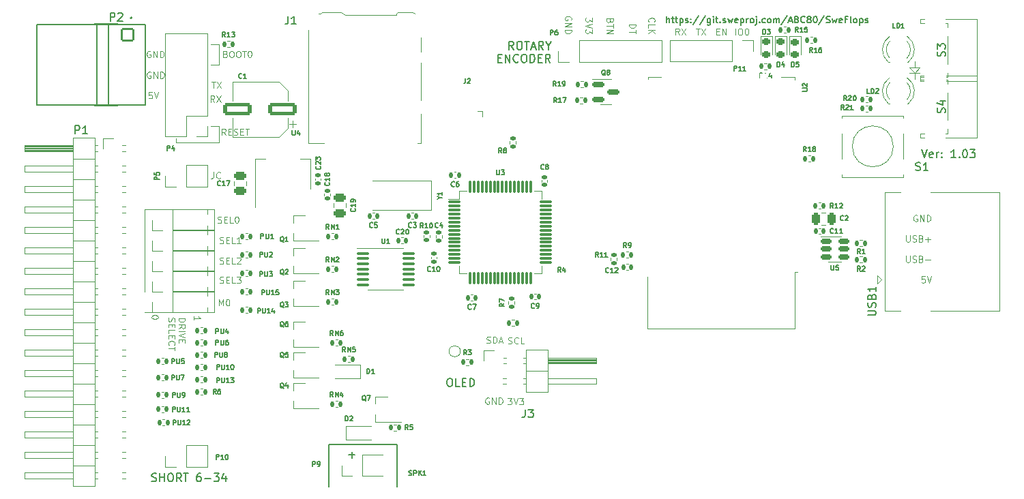
<source format=gbr>
%TF.GenerationSoftware,KiCad,Pcbnew,7.0.7-7.0.7~ubuntu23.04.1*%
%TF.CreationDate,2023-09-24T09:12:25+02:00*%
%TF.ProjectId,SweFlops,53776546-6c6f-4707-932e-6b696361645f,1.03*%
%TF.SameCoordinates,PX6312cb0PY6bcb370*%
%TF.FileFunction,Legend,Top*%
%TF.FilePolarity,Positive*%
%FSLAX46Y46*%
G04 Gerber Fmt 4.6, Leading zero omitted, Abs format (unit mm)*
G04 Created by KiCad (PCBNEW 7.0.7-7.0.7~ubuntu23.04.1) date 2023-09-24 09:12:25*
%MOMM*%
%LPD*%
G01*
G04 APERTURE LIST*
G04 Aperture macros list*
%AMRoundRect*
0 Rectangle with rounded corners*
0 $1 Rounding radius*
0 $2 $3 $4 $5 $6 $7 $8 $9 X,Y pos of 4 corners*
0 Add a 4 corners polygon primitive as box body*
4,1,4,$2,$3,$4,$5,$6,$7,$8,$9,$2,$3,0*
0 Add four circle primitives for the rounded corners*
1,1,$1+$1,$2,$3*
1,1,$1+$1,$4,$5*
1,1,$1+$1,$6,$7*
1,1,$1+$1,$8,$9*
0 Add four rect primitives between the rounded corners*
20,1,$1+$1,$2,$3,$4,$5,0*
20,1,$1+$1,$4,$5,$6,$7,0*
20,1,$1+$1,$6,$7,$8,$9,0*
20,1,$1+$1,$8,$9,$2,$3,0*%
G04 Aperture macros list end*
%ADD10C,0.120000*%
%ADD11C,0.150000*%
%ADD12C,0.200000*%
%ADD13C,0.127000*%
%ADD14RoundRect,0.140000X0.140000X0.170000X-0.140000X0.170000X-0.140000X-0.170000X0.140000X-0.170000X0*%
%ADD15RoundRect,0.140000X-0.170000X0.140000X-0.170000X-0.140000X0.170000X-0.140000X0.170000X0.140000X0*%
%ADD16RoundRect,0.250000X-0.475000X0.250000X-0.475000X-0.250000X0.475000X-0.250000X0.475000X0.250000X0*%
%ADD17RoundRect,0.140000X0.170000X-0.140000X0.170000X0.140000X-0.170000X0.140000X-0.170000X-0.140000X0*%
%ADD18R,1.800000X1.800000*%
%ADD19C,1.800000*%
%ADD20R,1.700000X1.700000*%
%ADD21O,1.700000X1.700000*%
%ADD22RoundRect,0.135000X0.135000X0.185000X-0.135000X0.185000X-0.135000X-0.185000X0.135000X-0.185000X0*%
%ADD23RoundRect,0.135000X0.185000X-0.135000X0.185000X0.135000X-0.185000X0.135000X-0.185000X-0.135000X0*%
%ADD24RoundRect,0.135000X-0.135000X-0.185000X0.135000X-0.185000X0.135000X0.185000X-0.135000X0.185000X0*%
%ADD25RoundRect,0.100000X-0.637500X-0.100000X0.637500X-0.100000X0.637500X0.100000X-0.637500X0.100000X0*%
%ADD26R,1.500000X2.000000*%
%ADD27R,3.800000X2.000000*%
%ADD28R,3.500000X2.400000*%
%ADD29RoundRect,0.250000X1.500000X0.550000X-1.500000X0.550000X-1.500000X-0.550000X1.500000X-0.550000X0*%
%ADD30C,2.100000*%
%ADD31C,2.800000*%
%ADD32C,1.750000*%
%ADD33C,5.000000*%
%ADD34R,1.400000X5.000000*%
%ADD35C,1.400000*%
%ADD36R,1.900000X0.800000*%
%ADD37R,1.000000X1.000000*%
%ADD38RoundRect,0.102000X-0.704000X0.704000X-0.704000X-0.704000X0.704000X-0.704000X0.704000X0.704000X0*%
%ADD39C,1.612000*%
%ADD40RoundRect,0.075000X-0.700000X-0.075000X0.700000X-0.075000X0.700000X0.075000X-0.700000X0.075000X0*%
%ADD41RoundRect,0.075000X-0.075000X-0.700000X0.075000X-0.700000X0.075000X0.700000X-0.075000X0.700000X0*%
%ADD42C,1.000000*%
%ADD43RoundRect,0.150000X-0.587500X-0.150000X0.587500X-0.150000X0.587500X0.150000X-0.587500X0.150000X0*%
%ADD44RoundRect,0.140000X-0.140000X-0.170000X0.140000X-0.170000X0.140000X0.170000X-0.140000X0.170000X0*%
%ADD45R,0.700000X1.200000*%
%ADD46R,1.000000X0.800000*%
%ADD47R,1.000000X1.200000*%
%ADD48R,1.000000X2.800000*%
%ADD49R,1.300000X1.900000*%
%ADD50RoundRect,0.218750X-0.256250X0.218750X-0.256250X-0.218750X0.256250X-0.218750X0.256250X0.218750X0*%
%ADD51R,1.524000X1.524000*%
%ADD52C,1.524000*%
%ADD53C,3.500000*%
%ADD54C,1.397000*%
%ADD55RoundRect,0.135000X-0.185000X0.135000X-0.185000X-0.135000X0.185000X-0.135000X0.185000X0.135000X0*%
%ADD56RoundRect,0.150000X-0.512500X-0.150000X0.512500X-0.150000X0.512500X0.150000X-0.512500X0.150000X0*%
%ADD57RoundRect,0.250000X-0.250000X-0.475000X0.250000X-0.475000X0.250000X0.475000X-0.250000X0.475000X0*%
%ADD58R,1.500000X0.900000*%
%ADD59R,0.900000X1.500000*%
%ADD60R,4.100000X4.100000*%
%ADD61C,2.374900*%
%ADD62C,0.990600*%
%ADD63C,0.787400*%
G04 APERTURE END LIST*
D10*
X93345000Y50038000D02*
X92710000Y50673000D01*
X5521000Y33080000D02*
X5521000Y20260000D01*
X6985000Y51054000D02*
X5969000Y51054000D01*
X-2219000Y22800000D02*
X-2219000Y33083500D01*
X1651000Y41402000D02*
X6985000Y41402000D01*
X-5648000Y45914000D02*
X-8509000Y45914000D01*
X-5648000Y56194000D02*
X-8509000Y56194000D01*
X1651000Y41910000D02*
X1651000Y41402000D01*
X92710000Y50673000D02*
X93980000Y50673000D01*
X93345000Y50673000D02*
X93345000Y51435000D01*
X93345000Y50038000D02*
X93345000Y49276000D01*
X93980000Y50673000D02*
X93345000Y50038000D01*
X5969000Y53594000D02*
X6985000Y53594000D01*
X6985000Y41402000D02*
X6985000Y43434000D01*
X-2222500Y33080000D02*
X5521000Y33080000D01*
X6985000Y43434000D02*
X5969000Y43434000D01*
X92710000Y50038000D02*
X93980000Y50038000D01*
X5521000Y20260000D02*
X-2219000Y20260000D01*
X6985000Y53594000D02*
X6985000Y51054000D01*
X-1515524Y52698050D02*
X-1591714Y52736145D01*
X-1591714Y52736145D02*
X-1706000Y52736145D01*
X-1706000Y52736145D02*
X-1820286Y52698050D01*
X-1820286Y52698050D02*
X-1896476Y52621860D01*
X-1896476Y52621860D02*
X-1934571Y52545669D01*
X-1934571Y52545669D02*
X-1972667Y52393288D01*
X-1972667Y52393288D02*
X-1972667Y52279002D01*
X-1972667Y52279002D02*
X-1934571Y52126621D01*
X-1934571Y52126621D02*
X-1896476Y52050431D01*
X-1896476Y52050431D02*
X-1820286Y51974240D01*
X-1820286Y51974240D02*
X-1706000Y51936145D01*
X-1706000Y51936145D02*
X-1629809Y51936145D01*
X-1629809Y51936145D02*
X-1515524Y51974240D01*
X-1515524Y51974240D02*
X-1477428Y52012336D01*
X-1477428Y52012336D02*
X-1477428Y52279002D01*
X-1477428Y52279002D02*
X-1629809Y52279002D01*
X-1134571Y51936145D02*
X-1134571Y52736145D01*
X-1134571Y52736145D02*
X-677428Y51936145D01*
X-677428Y51936145D02*
X-677428Y52736145D01*
X-296476Y51936145D02*
X-296476Y52736145D01*
X-296476Y52736145D02*
X-106000Y52736145D01*
X-106000Y52736145D02*
X8286Y52698050D01*
X8286Y52698050D02*
X84476Y52621860D01*
X84476Y52621860D02*
X122571Y52545669D01*
X122571Y52545669D02*
X160667Y52393288D01*
X160667Y52393288D02*
X160667Y52279002D01*
X160667Y52279002D02*
X122571Y52126621D01*
X122571Y52126621D02*
X84476Y52050431D01*
X84476Y52050431D02*
X8286Y51974240D01*
X8286Y51974240D02*
X-106000Y51936145D01*
X-106000Y51936145D02*
X-296476Y51936145D01*
X-1485524Y50128050D02*
X-1561714Y50166145D01*
X-1561714Y50166145D02*
X-1676000Y50166145D01*
X-1676000Y50166145D02*
X-1790286Y50128050D01*
X-1790286Y50128050D02*
X-1866476Y50051860D01*
X-1866476Y50051860D02*
X-1904571Y49975669D01*
X-1904571Y49975669D02*
X-1942667Y49823288D01*
X-1942667Y49823288D02*
X-1942667Y49709002D01*
X-1942667Y49709002D02*
X-1904571Y49556621D01*
X-1904571Y49556621D02*
X-1866476Y49480431D01*
X-1866476Y49480431D02*
X-1790286Y49404240D01*
X-1790286Y49404240D02*
X-1676000Y49366145D01*
X-1676000Y49366145D02*
X-1599809Y49366145D01*
X-1599809Y49366145D02*
X-1485524Y49404240D01*
X-1485524Y49404240D02*
X-1447428Y49442336D01*
X-1447428Y49442336D02*
X-1447428Y49709002D01*
X-1447428Y49709002D02*
X-1599809Y49709002D01*
X-1104571Y49366145D02*
X-1104571Y50166145D01*
X-1104571Y50166145D02*
X-647428Y49366145D01*
X-647428Y49366145D02*
X-647428Y50166145D01*
X-266476Y49366145D02*
X-266476Y50166145D01*
X-266476Y50166145D02*
X-76000Y50166145D01*
X-76000Y50166145D02*
X38286Y50128050D01*
X38286Y50128050D02*
X114476Y50051860D01*
X114476Y50051860D02*
X152571Y49975669D01*
X152571Y49975669D02*
X190667Y49823288D01*
X190667Y49823288D02*
X190667Y49709002D01*
X190667Y49709002D02*
X152571Y49556621D01*
X152571Y49556621D02*
X114476Y49480431D01*
X114476Y49480431D02*
X38286Y49404240D01*
X38286Y49404240D02*
X-76000Y49366145D01*
X-76000Y49366145D02*
X-266476Y49366145D01*
X-1328381Y47636145D02*
X-1709333Y47636145D01*
X-1709333Y47636145D02*
X-1747429Y47255193D01*
X-1747429Y47255193D02*
X-1709333Y47293288D01*
X-1709333Y47293288D02*
X-1633143Y47331383D01*
X-1633143Y47331383D02*
X-1442667Y47331383D01*
X-1442667Y47331383D02*
X-1366476Y47293288D01*
X-1366476Y47293288D02*
X-1328381Y47255193D01*
X-1328381Y47255193D02*
X-1290286Y47179002D01*
X-1290286Y47179002D02*
X-1290286Y46988526D01*
X-1290286Y46988526D02*
X-1328381Y46912336D01*
X-1328381Y46912336D02*
X-1366476Y46874240D01*
X-1366476Y46874240D02*
X-1442667Y46836145D01*
X-1442667Y46836145D02*
X-1633143Y46836145D01*
X-1633143Y46836145D02*
X-1709333Y46874240D01*
X-1709333Y46874240D02*
X-1747429Y46912336D01*
X-1061714Y47636145D02*
X-795047Y46836145D01*
X-795047Y46836145D02*
X-528381Y47636145D01*
X-579856Y19723095D02*
X-579856Y19646905D01*
X-579856Y19646905D02*
X-617951Y19570714D01*
X-617951Y19570714D02*
X-656046Y19532619D01*
X-656046Y19532619D02*
X-732237Y19494524D01*
X-732237Y19494524D02*
X-884618Y19456429D01*
X-884618Y19456429D02*
X-1075094Y19456429D01*
X-1075094Y19456429D02*
X-1227475Y19494524D01*
X-1227475Y19494524D02*
X-1303665Y19532619D01*
X-1303665Y19532619D02*
X-1341760Y19570714D01*
X-1341760Y19570714D02*
X-1379856Y19646905D01*
X-1379856Y19646905D02*
X-1379856Y19723095D01*
X-1379856Y19723095D02*
X-1341760Y19799286D01*
X-1341760Y19799286D02*
X-1303665Y19837381D01*
X-1303665Y19837381D02*
X-1227475Y19875476D01*
X-1227475Y19875476D02*
X-1075094Y19913572D01*
X-1075094Y19913572D02*
X-884618Y19913572D01*
X-884618Y19913572D02*
X-732237Y19875476D01*
X-732237Y19875476D02*
X-656046Y19837381D01*
X-656046Y19837381D02*
X-617951Y19799286D01*
X-617951Y19799286D02*
X-579856Y19723095D01*
X3881144Y19329429D02*
X3881144Y19786572D01*
X3881144Y19558000D02*
X4681144Y19558000D01*
X4681144Y19558000D02*
X4566859Y19634191D01*
X4566859Y19634191D02*
X4490668Y19710381D01*
X4490668Y19710381D02*
X4452573Y19786572D01*
X6318285Y37701145D02*
X6318285Y37129717D01*
X6318285Y37129717D02*
X6280190Y37015431D01*
X6280190Y37015431D02*
X6203999Y36939240D01*
X6203999Y36939240D02*
X6089714Y36901145D01*
X6089714Y36901145D02*
X6013523Y36901145D01*
X7156381Y36977336D02*
X7118285Y36939240D01*
X7118285Y36939240D02*
X7004000Y36901145D01*
X7004000Y36901145D02*
X6927809Y36901145D01*
X6927809Y36901145D02*
X6813523Y36939240D01*
X6813523Y36939240D02*
X6737333Y37015431D01*
X6737333Y37015431D02*
X6699238Y37091621D01*
X6699238Y37091621D02*
X6661142Y37244002D01*
X6661142Y37244002D02*
X6661142Y37358288D01*
X6661142Y37358288D02*
X6699238Y37510669D01*
X6699238Y37510669D02*
X6737333Y37586860D01*
X6737333Y37586860D02*
X6813523Y37663050D01*
X6813523Y37663050D02*
X6927809Y37701145D01*
X6927809Y37701145D02*
X7004000Y37701145D01*
X7004000Y37701145D02*
X7118285Y37663050D01*
X7118285Y37663050D02*
X7156381Y37624955D01*
X6972381Y21099145D02*
X6972381Y21899145D01*
X6972381Y21899145D02*
X7239047Y21327717D01*
X7239047Y21327717D02*
X7505714Y21899145D01*
X7505714Y21899145D02*
X7505714Y21099145D01*
X8039048Y21899145D02*
X8115238Y21899145D01*
X8115238Y21899145D02*
X8191429Y21861050D01*
X8191429Y21861050D02*
X8229524Y21822955D01*
X8229524Y21822955D02*
X8267619Y21746764D01*
X8267619Y21746764D02*
X8305714Y21594383D01*
X8305714Y21594383D02*
X8305714Y21403907D01*
X8305714Y21403907D02*
X8267619Y21251526D01*
X8267619Y21251526D02*
X8229524Y21175336D01*
X8229524Y21175336D02*
X8191429Y21137240D01*
X8191429Y21137240D02*
X8115238Y21099145D01*
X8115238Y21099145D02*
X8039048Y21099145D01*
X8039048Y21099145D02*
X7962857Y21137240D01*
X7962857Y21137240D02*
X7924762Y21175336D01*
X7924762Y21175336D02*
X7886667Y21251526D01*
X7886667Y21251526D02*
X7848571Y21403907D01*
X7848571Y21403907D02*
X7848571Y21594383D01*
X7848571Y21594383D02*
X7886667Y21746764D01*
X7886667Y21746764D02*
X7924762Y21822955D01*
X7924762Y21822955D02*
X7962857Y21861050D01*
X7962857Y21861050D02*
X8039048Y21899145D01*
X60367535Y56356190D02*
X60329440Y56394286D01*
X60329440Y56394286D02*
X60291344Y56508571D01*
X60291344Y56508571D02*
X60291344Y56584762D01*
X60291344Y56584762D02*
X60329440Y56699048D01*
X60329440Y56699048D02*
X60405630Y56775238D01*
X60405630Y56775238D02*
X60481820Y56813333D01*
X60481820Y56813333D02*
X60634201Y56851429D01*
X60634201Y56851429D02*
X60748487Y56851429D01*
X60748487Y56851429D02*
X60900868Y56813333D01*
X60900868Y56813333D02*
X60977059Y56775238D01*
X60977059Y56775238D02*
X61053249Y56699048D01*
X61053249Y56699048D02*
X61091344Y56584762D01*
X61091344Y56584762D02*
X61091344Y56508571D01*
X61091344Y56508571D02*
X61053249Y56394286D01*
X61053249Y56394286D02*
X61015154Y56356190D01*
X60291344Y55632381D02*
X60291344Y56013333D01*
X60291344Y56013333D02*
X61091344Y56013333D01*
X60291344Y55365714D02*
X61091344Y55365714D01*
X60291344Y54908571D02*
X60748487Y55251429D01*
X61091344Y54908571D02*
X60634201Y55365714D01*
X57903744Y56038686D02*
X58703744Y56038686D01*
X58703744Y56038686D02*
X58703744Y55848210D01*
X58703744Y55848210D02*
X58665649Y55733924D01*
X58665649Y55733924D02*
X58589459Y55657734D01*
X58589459Y55657734D02*
X58513268Y55619639D01*
X58513268Y55619639D02*
X58360887Y55581543D01*
X58360887Y55581543D02*
X58246601Y55581543D01*
X58246601Y55581543D02*
X58094220Y55619639D01*
X58094220Y55619639D02*
X58018030Y55657734D01*
X58018030Y55657734D02*
X57941840Y55733924D01*
X57941840Y55733924D02*
X57903744Y55848210D01*
X57903744Y55848210D02*
X57903744Y56038686D01*
X58703744Y55352972D02*
X58703744Y54895829D01*
X57903744Y55124401D02*
X58703744Y55124401D01*
X55528792Y56495867D02*
X55490697Y56381581D01*
X55490697Y56381581D02*
X55452601Y56343486D01*
X55452601Y56343486D02*
X55376411Y56305390D01*
X55376411Y56305390D02*
X55262125Y56305390D01*
X55262125Y56305390D02*
X55185935Y56343486D01*
X55185935Y56343486D02*
X55147840Y56381581D01*
X55147840Y56381581D02*
X55109744Y56457771D01*
X55109744Y56457771D02*
X55109744Y56762533D01*
X55109744Y56762533D02*
X55909744Y56762533D01*
X55909744Y56762533D02*
X55909744Y56495867D01*
X55909744Y56495867D02*
X55871649Y56419676D01*
X55871649Y56419676D02*
X55833554Y56381581D01*
X55833554Y56381581D02*
X55757363Y56343486D01*
X55757363Y56343486D02*
X55681173Y56343486D01*
X55681173Y56343486D02*
X55604982Y56381581D01*
X55604982Y56381581D02*
X55566887Y56419676D01*
X55566887Y56419676D02*
X55528792Y56495867D01*
X55528792Y56495867D02*
X55528792Y56762533D01*
X55909744Y56076819D02*
X55909744Y55619676D01*
X55109744Y55848248D02*
X55909744Y55848248D01*
X55109744Y55353009D02*
X55909744Y55353009D01*
X55909744Y55353009D02*
X55109744Y54895866D01*
X55109744Y54895866D02*
X55909744Y54895866D01*
X53268144Y56870477D02*
X53268144Y56375239D01*
X53268144Y56375239D02*
X52963382Y56641905D01*
X52963382Y56641905D02*
X52963382Y56527620D01*
X52963382Y56527620D02*
X52925287Y56451429D01*
X52925287Y56451429D02*
X52887192Y56413334D01*
X52887192Y56413334D02*
X52811001Y56375239D01*
X52811001Y56375239D02*
X52620525Y56375239D01*
X52620525Y56375239D02*
X52544335Y56413334D01*
X52544335Y56413334D02*
X52506240Y56451429D01*
X52506240Y56451429D02*
X52468144Y56527620D01*
X52468144Y56527620D02*
X52468144Y56756191D01*
X52468144Y56756191D02*
X52506240Y56832382D01*
X52506240Y56832382D02*
X52544335Y56870477D01*
X53268144Y56146667D02*
X52468144Y55880000D01*
X52468144Y55880000D02*
X53268144Y55613334D01*
X53268144Y55422858D02*
X53268144Y54927620D01*
X53268144Y54927620D02*
X52963382Y55194286D01*
X52963382Y55194286D02*
X52963382Y55080001D01*
X52963382Y55080001D02*
X52925287Y55003810D01*
X52925287Y55003810D02*
X52887192Y54965715D01*
X52887192Y54965715D02*
X52811001Y54927620D01*
X52811001Y54927620D02*
X52620525Y54927620D01*
X52620525Y54927620D02*
X52544335Y54965715D01*
X52544335Y54965715D02*
X52506240Y55003810D01*
X52506240Y55003810D02*
X52468144Y55080001D01*
X52468144Y55080001D02*
X52468144Y55308572D01*
X52468144Y55308572D02*
X52506240Y55384763D01*
X52506240Y55384763D02*
X52544335Y55422858D01*
X50690049Y56591124D02*
X50728144Y56667314D01*
X50728144Y56667314D02*
X50728144Y56781600D01*
X50728144Y56781600D02*
X50690049Y56895886D01*
X50690049Y56895886D02*
X50613859Y56972076D01*
X50613859Y56972076D02*
X50537668Y57010171D01*
X50537668Y57010171D02*
X50385287Y57048267D01*
X50385287Y57048267D02*
X50271001Y57048267D01*
X50271001Y57048267D02*
X50118620Y57010171D01*
X50118620Y57010171D02*
X50042430Y56972076D01*
X50042430Y56972076D02*
X49966240Y56895886D01*
X49966240Y56895886D02*
X49928144Y56781600D01*
X49928144Y56781600D02*
X49928144Y56705409D01*
X49928144Y56705409D02*
X49966240Y56591124D01*
X49966240Y56591124D02*
X50004335Y56553028D01*
X50004335Y56553028D02*
X50271001Y56553028D01*
X50271001Y56553028D02*
X50271001Y56705409D01*
X49928144Y56210171D02*
X50728144Y56210171D01*
X50728144Y56210171D02*
X49928144Y55753028D01*
X49928144Y55753028D02*
X50728144Y55753028D01*
X49928144Y55372076D02*
X50728144Y55372076D01*
X50728144Y55372076D02*
X50728144Y55181600D01*
X50728144Y55181600D02*
X50690049Y55067314D01*
X50690049Y55067314D02*
X50613859Y54991124D01*
X50613859Y54991124D02*
X50537668Y54953029D01*
X50537668Y54953029D02*
X50385287Y54914933D01*
X50385287Y54914933D02*
X50271001Y54914933D01*
X50271001Y54914933D02*
X50118620Y54953029D01*
X50118620Y54953029D02*
X50042430Y54991124D01*
X50042430Y54991124D02*
X49966240Y55067314D01*
X49966240Y55067314D02*
X49928144Y55181600D01*
X49928144Y55181600D02*
X49928144Y55372076D01*
X40514476Y9638050D02*
X40438286Y9676145D01*
X40438286Y9676145D02*
X40324000Y9676145D01*
X40324000Y9676145D02*
X40209714Y9638050D01*
X40209714Y9638050D02*
X40133524Y9561860D01*
X40133524Y9561860D02*
X40095429Y9485669D01*
X40095429Y9485669D02*
X40057333Y9333288D01*
X40057333Y9333288D02*
X40057333Y9219002D01*
X40057333Y9219002D02*
X40095429Y9066621D01*
X40095429Y9066621D02*
X40133524Y8990431D01*
X40133524Y8990431D02*
X40209714Y8914240D01*
X40209714Y8914240D02*
X40324000Y8876145D01*
X40324000Y8876145D02*
X40400191Y8876145D01*
X40400191Y8876145D02*
X40514476Y8914240D01*
X40514476Y8914240D02*
X40552572Y8952336D01*
X40552572Y8952336D02*
X40552572Y9219002D01*
X40552572Y9219002D02*
X40400191Y9219002D01*
X40895429Y8876145D02*
X40895429Y9676145D01*
X40895429Y9676145D02*
X41352572Y8876145D01*
X41352572Y8876145D02*
X41352572Y9676145D01*
X41733524Y8876145D02*
X41733524Y9676145D01*
X41733524Y9676145D02*
X41924000Y9676145D01*
X41924000Y9676145D02*
X42038286Y9638050D01*
X42038286Y9638050D02*
X42114476Y9561860D01*
X42114476Y9561860D02*
X42152571Y9485669D01*
X42152571Y9485669D02*
X42190667Y9333288D01*
X42190667Y9333288D02*
X42190667Y9219002D01*
X42190667Y9219002D02*
X42152571Y9066621D01*
X42152571Y9066621D02*
X42114476Y8990431D01*
X42114476Y8990431D02*
X42038286Y8914240D01*
X42038286Y8914240D02*
X41924000Y8876145D01*
X41924000Y8876145D02*
X41733524Y8876145D01*
X42813523Y9626145D02*
X43308761Y9626145D01*
X43308761Y9626145D02*
X43042095Y9321383D01*
X43042095Y9321383D02*
X43156380Y9321383D01*
X43156380Y9321383D02*
X43232571Y9283288D01*
X43232571Y9283288D02*
X43270666Y9245193D01*
X43270666Y9245193D02*
X43308761Y9169002D01*
X43308761Y9169002D02*
X43308761Y8978526D01*
X43308761Y8978526D02*
X43270666Y8902336D01*
X43270666Y8902336D02*
X43232571Y8864240D01*
X43232571Y8864240D02*
X43156380Y8826145D01*
X43156380Y8826145D02*
X42927809Y8826145D01*
X42927809Y8826145D02*
X42851618Y8864240D01*
X42851618Y8864240D02*
X42813523Y8902336D01*
X43537333Y9626145D02*
X43804000Y8826145D01*
X43804000Y8826145D02*
X44070666Y9626145D01*
X44261142Y9626145D02*
X44756380Y9626145D01*
X44756380Y9626145D02*
X44489714Y9321383D01*
X44489714Y9321383D02*
X44603999Y9321383D01*
X44603999Y9321383D02*
X44680190Y9283288D01*
X44680190Y9283288D02*
X44718285Y9245193D01*
X44718285Y9245193D02*
X44756380Y9169002D01*
X44756380Y9169002D02*
X44756380Y8978526D01*
X44756380Y8978526D02*
X44718285Y8902336D01*
X44718285Y8902336D02*
X44680190Y8864240D01*
X44680190Y8864240D02*
X44603999Y8826145D01*
X44603999Y8826145D02*
X44375428Y8826145D01*
X44375428Y8826145D02*
X44299237Y8864240D01*
X44299237Y8864240D02*
X44261142Y8902336D01*
X42881618Y16424240D02*
X42995904Y16386145D01*
X42995904Y16386145D02*
X43186380Y16386145D01*
X43186380Y16386145D02*
X43262571Y16424240D01*
X43262571Y16424240D02*
X43300666Y16462336D01*
X43300666Y16462336D02*
X43338761Y16538526D01*
X43338761Y16538526D02*
X43338761Y16614717D01*
X43338761Y16614717D02*
X43300666Y16690907D01*
X43300666Y16690907D02*
X43262571Y16729002D01*
X43262571Y16729002D02*
X43186380Y16767098D01*
X43186380Y16767098D02*
X43033999Y16805193D01*
X43033999Y16805193D02*
X42957809Y16843288D01*
X42957809Y16843288D02*
X42919714Y16881383D01*
X42919714Y16881383D02*
X42881618Y16957574D01*
X42881618Y16957574D02*
X42881618Y17033764D01*
X42881618Y17033764D02*
X42919714Y17109955D01*
X42919714Y17109955D02*
X42957809Y17148050D01*
X42957809Y17148050D02*
X43033999Y17186145D01*
X43033999Y17186145D02*
X43224476Y17186145D01*
X43224476Y17186145D02*
X43338761Y17148050D01*
X44138762Y16462336D02*
X44100666Y16424240D01*
X44100666Y16424240D02*
X43986381Y16386145D01*
X43986381Y16386145D02*
X43910190Y16386145D01*
X43910190Y16386145D02*
X43795904Y16424240D01*
X43795904Y16424240D02*
X43719714Y16500431D01*
X43719714Y16500431D02*
X43681619Y16576621D01*
X43681619Y16576621D02*
X43643523Y16729002D01*
X43643523Y16729002D02*
X43643523Y16843288D01*
X43643523Y16843288D02*
X43681619Y16995669D01*
X43681619Y16995669D02*
X43719714Y17071860D01*
X43719714Y17071860D02*
X43795904Y17148050D01*
X43795904Y17148050D02*
X43910190Y17186145D01*
X43910190Y17186145D02*
X43986381Y17186145D01*
X43986381Y17186145D02*
X44100666Y17148050D01*
X44100666Y17148050D02*
X44138762Y17109955D01*
X44862571Y16386145D02*
X44481619Y16386145D01*
X44481619Y16386145D02*
X44481619Y17186145D01*
X40212571Y16484240D02*
X40326857Y16446145D01*
X40326857Y16446145D02*
X40517333Y16446145D01*
X40517333Y16446145D02*
X40593524Y16484240D01*
X40593524Y16484240D02*
X40631619Y16522336D01*
X40631619Y16522336D02*
X40669714Y16598526D01*
X40669714Y16598526D02*
X40669714Y16674717D01*
X40669714Y16674717D02*
X40631619Y16750907D01*
X40631619Y16750907D02*
X40593524Y16789002D01*
X40593524Y16789002D02*
X40517333Y16827098D01*
X40517333Y16827098D02*
X40364952Y16865193D01*
X40364952Y16865193D02*
X40288762Y16903288D01*
X40288762Y16903288D02*
X40250667Y16941383D01*
X40250667Y16941383D02*
X40212571Y17017574D01*
X40212571Y17017574D02*
X40212571Y17093764D01*
X40212571Y17093764D02*
X40250667Y17169955D01*
X40250667Y17169955D02*
X40288762Y17208050D01*
X40288762Y17208050D02*
X40364952Y17246145D01*
X40364952Y17246145D02*
X40555429Y17246145D01*
X40555429Y17246145D02*
X40669714Y17208050D01*
X41012572Y16446145D02*
X41012572Y17246145D01*
X41012572Y17246145D02*
X41203048Y17246145D01*
X41203048Y17246145D02*
X41317334Y17208050D01*
X41317334Y17208050D02*
X41393524Y17131860D01*
X41393524Y17131860D02*
X41431619Y17055669D01*
X41431619Y17055669D02*
X41469715Y16903288D01*
X41469715Y16903288D02*
X41469715Y16789002D01*
X41469715Y16789002D02*
X41431619Y16636621D01*
X41431619Y16636621D02*
X41393524Y16560431D01*
X41393524Y16560431D02*
X41317334Y16484240D01*
X41317334Y16484240D02*
X41203048Y16446145D01*
X41203048Y16446145D02*
X41012572Y16446145D01*
X41774476Y16674717D02*
X42155429Y16674717D01*
X41698286Y16446145D02*
X41964953Y17246145D01*
X41964953Y17246145D02*
X42231619Y16446145D01*
D11*
X35541619Y12065181D02*
X35732095Y12065181D01*
X35732095Y12065181D02*
X35827333Y12017562D01*
X35827333Y12017562D02*
X35922571Y11922324D01*
X35922571Y11922324D02*
X35970190Y11731848D01*
X35970190Y11731848D02*
X35970190Y11398515D01*
X35970190Y11398515D02*
X35922571Y11208039D01*
X35922571Y11208039D02*
X35827333Y11112800D01*
X35827333Y11112800D02*
X35732095Y11065181D01*
X35732095Y11065181D02*
X35541619Y11065181D01*
X35541619Y11065181D02*
X35446381Y11112800D01*
X35446381Y11112800D02*
X35351143Y11208039D01*
X35351143Y11208039D02*
X35303524Y11398515D01*
X35303524Y11398515D02*
X35303524Y11731848D01*
X35303524Y11731848D02*
X35351143Y11922324D01*
X35351143Y11922324D02*
X35446381Y12017562D01*
X35446381Y12017562D02*
X35541619Y12065181D01*
X36874952Y11065181D02*
X36398762Y11065181D01*
X36398762Y11065181D02*
X36398762Y12065181D01*
X37208286Y11588991D02*
X37541619Y11588991D01*
X37684476Y11065181D02*
X37208286Y11065181D01*
X37208286Y11065181D02*
X37208286Y12065181D01*
X37208286Y12065181D02*
X37684476Y12065181D01*
X38113048Y11065181D02*
X38113048Y12065181D01*
X38113048Y12065181D02*
X38351143Y12065181D01*
X38351143Y12065181D02*
X38494000Y12017562D01*
X38494000Y12017562D02*
X38589238Y11922324D01*
X38589238Y11922324D02*
X38636857Y11827086D01*
X38636857Y11827086D02*
X38684476Y11636610D01*
X38684476Y11636610D02*
X38684476Y11493753D01*
X38684476Y11493753D02*
X38636857Y11303277D01*
X38636857Y11303277D02*
X38589238Y11208039D01*
X38589238Y11208039D02*
X38494000Y11112800D01*
X38494000Y11112800D02*
X38351143Y11065181D01*
X38351143Y11065181D02*
X38113048Y11065181D01*
D10*
X94589619Y24747145D02*
X94208667Y24747145D01*
X94208667Y24747145D02*
X94170571Y24366193D01*
X94170571Y24366193D02*
X94208667Y24404288D01*
X94208667Y24404288D02*
X94284857Y24442383D01*
X94284857Y24442383D02*
X94475333Y24442383D01*
X94475333Y24442383D02*
X94551524Y24404288D01*
X94551524Y24404288D02*
X94589619Y24366193D01*
X94589619Y24366193D02*
X94627714Y24290002D01*
X94627714Y24290002D02*
X94627714Y24099526D01*
X94627714Y24099526D02*
X94589619Y24023336D01*
X94589619Y24023336D02*
X94551524Y23985240D01*
X94551524Y23985240D02*
X94475333Y23947145D01*
X94475333Y23947145D02*
X94284857Y23947145D01*
X94284857Y23947145D02*
X94208667Y23985240D01*
X94208667Y23985240D02*
X94170571Y24023336D01*
X94856286Y24747145D02*
X95122953Y23947145D01*
X95122953Y23947145D02*
X95389619Y24747145D01*
X92265810Y27287145D02*
X92265810Y26639526D01*
X92265810Y26639526D02*
X92303905Y26563336D01*
X92303905Y26563336D02*
X92342000Y26525240D01*
X92342000Y26525240D02*
X92418191Y26487145D01*
X92418191Y26487145D02*
X92570572Y26487145D01*
X92570572Y26487145D02*
X92646762Y26525240D01*
X92646762Y26525240D02*
X92684857Y26563336D01*
X92684857Y26563336D02*
X92722953Y26639526D01*
X92722953Y26639526D02*
X92722953Y27287145D01*
X93065809Y26525240D02*
X93180095Y26487145D01*
X93180095Y26487145D02*
X93370571Y26487145D01*
X93370571Y26487145D02*
X93446762Y26525240D01*
X93446762Y26525240D02*
X93484857Y26563336D01*
X93484857Y26563336D02*
X93522952Y26639526D01*
X93522952Y26639526D02*
X93522952Y26715717D01*
X93522952Y26715717D02*
X93484857Y26791907D01*
X93484857Y26791907D02*
X93446762Y26830002D01*
X93446762Y26830002D02*
X93370571Y26868098D01*
X93370571Y26868098D02*
X93218190Y26906193D01*
X93218190Y26906193D02*
X93142000Y26944288D01*
X93142000Y26944288D02*
X93103905Y26982383D01*
X93103905Y26982383D02*
X93065809Y27058574D01*
X93065809Y27058574D02*
X93065809Y27134764D01*
X93065809Y27134764D02*
X93103905Y27210955D01*
X93103905Y27210955D02*
X93142000Y27249050D01*
X93142000Y27249050D02*
X93218190Y27287145D01*
X93218190Y27287145D02*
X93408667Y27287145D01*
X93408667Y27287145D02*
X93522952Y27249050D01*
X94132476Y26906193D02*
X94246762Y26868098D01*
X94246762Y26868098D02*
X94284857Y26830002D01*
X94284857Y26830002D02*
X94322953Y26753812D01*
X94322953Y26753812D02*
X94322953Y26639526D01*
X94322953Y26639526D02*
X94284857Y26563336D01*
X94284857Y26563336D02*
X94246762Y26525240D01*
X94246762Y26525240D02*
X94170572Y26487145D01*
X94170572Y26487145D02*
X93865810Y26487145D01*
X93865810Y26487145D02*
X93865810Y27287145D01*
X93865810Y27287145D02*
X94132476Y27287145D01*
X94132476Y27287145D02*
X94208667Y27249050D01*
X94208667Y27249050D02*
X94246762Y27210955D01*
X94246762Y27210955D02*
X94284857Y27134764D01*
X94284857Y27134764D02*
X94284857Y27058574D01*
X94284857Y27058574D02*
X94246762Y26982383D01*
X94246762Y26982383D02*
X94208667Y26944288D01*
X94208667Y26944288D02*
X94132476Y26906193D01*
X94132476Y26906193D02*
X93865810Y26906193D01*
X94665810Y26791907D02*
X95275334Y26791907D01*
X92265810Y29827145D02*
X92265810Y29179526D01*
X92265810Y29179526D02*
X92303905Y29103336D01*
X92303905Y29103336D02*
X92342000Y29065240D01*
X92342000Y29065240D02*
X92418191Y29027145D01*
X92418191Y29027145D02*
X92570572Y29027145D01*
X92570572Y29027145D02*
X92646762Y29065240D01*
X92646762Y29065240D02*
X92684857Y29103336D01*
X92684857Y29103336D02*
X92722953Y29179526D01*
X92722953Y29179526D02*
X92722953Y29827145D01*
X93065809Y29065240D02*
X93180095Y29027145D01*
X93180095Y29027145D02*
X93370571Y29027145D01*
X93370571Y29027145D02*
X93446762Y29065240D01*
X93446762Y29065240D02*
X93484857Y29103336D01*
X93484857Y29103336D02*
X93522952Y29179526D01*
X93522952Y29179526D02*
X93522952Y29255717D01*
X93522952Y29255717D02*
X93484857Y29331907D01*
X93484857Y29331907D02*
X93446762Y29370002D01*
X93446762Y29370002D02*
X93370571Y29408098D01*
X93370571Y29408098D02*
X93218190Y29446193D01*
X93218190Y29446193D02*
X93142000Y29484288D01*
X93142000Y29484288D02*
X93103905Y29522383D01*
X93103905Y29522383D02*
X93065809Y29598574D01*
X93065809Y29598574D02*
X93065809Y29674764D01*
X93065809Y29674764D02*
X93103905Y29750955D01*
X93103905Y29750955D02*
X93142000Y29789050D01*
X93142000Y29789050D02*
X93218190Y29827145D01*
X93218190Y29827145D02*
X93408667Y29827145D01*
X93408667Y29827145D02*
X93522952Y29789050D01*
X94132476Y29446193D02*
X94246762Y29408098D01*
X94246762Y29408098D02*
X94284857Y29370002D01*
X94284857Y29370002D02*
X94322953Y29293812D01*
X94322953Y29293812D02*
X94322953Y29179526D01*
X94322953Y29179526D02*
X94284857Y29103336D01*
X94284857Y29103336D02*
X94246762Y29065240D01*
X94246762Y29065240D02*
X94170572Y29027145D01*
X94170572Y29027145D02*
X93865810Y29027145D01*
X93865810Y29027145D02*
X93865810Y29827145D01*
X93865810Y29827145D02*
X94132476Y29827145D01*
X94132476Y29827145D02*
X94208667Y29789050D01*
X94208667Y29789050D02*
X94246762Y29750955D01*
X94246762Y29750955D02*
X94284857Y29674764D01*
X94284857Y29674764D02*
X94284857Y29598574D01*
X94284857Y29598574D02*
X94246762Y29522383D01*
X94246762Y29522383D02*
X94208667Y29484288D01*
X94208667Y29484288D02*
X94132476Y29446193D01*
X94132476Y29446193D02*
X93865810Y29446193D01*
X94665810Y29331907D02*
X95275334Y29331907D01*
X94970572Y29027145D02*
X94970572Y29636669D01*
X93637238Y32329050D02*
X93561048Y32367145D01*
X93561048Y32367145D02*
X93446762Y32367145D01*
X93446762Y32367145D02*
X93332476Y32329050D01*
X93332476Y32329050D02*
X93256286Y32252860D01*
X93256286Y32252860D02*
X93218191Y32176669D01*
X93218191Y32176669D02*
X93180095Y32024288D01*
X93180095Y32024288D02*
X93180095Y31910002D01*
X93180095Y31910002D02*
X93218191Y31757621D01*
X93218191Y31757621D02*
X93256286Y31681431D01*
X93256286Y31681431D02*
X93332476Y31605240D01*
X93332476Y31605240D02*
X93446762Y31567145D01*
X93446762Y31567145D02*
X93522953Y31567145D01*
X93522953Y31567145D02*
X93637238Y31605240D01*
X93637238Y31605240D02*
X93675334Y31643336D01*
X93675334Y31643336D02*
X93675334Y31910002D01*
X93675334Y31910002D02*
X93522953Y31910002D01*
X94018191Y31567145D02*
X94018191Y32367145D01*
X94018191Y32367145D02*
X94475334Y31567145D01*
X94475334Y31567145D02*
X94475334Y32367145D01*
X94856286Y31567145D02*
X94856286Y32367145D01*
X94856286Y32367145D02*
X95046762Y32367145D01*
X95046762Y32367145D02*
X95161048Y32329050D01*
X95161048Y32329050D02*
X95237238Y32252860D01*
X95237238Y32252860D02*
X95275333Y32176669D01*
X95275333Y32176669D02*
X95313429Y32024288D01*
X95313429Y32024288D02*
X95313429Y31910002D01*
X95313429Y31910002D02*
X95275333Y31757621D01*
X95275333Y31757621D02*
X95237238Y31681431D01*
X95237238Y31681431D02*
X95161048Y31605240D01*
X95161048Y31605240D02*
X95046762Y31567145D01*
X95046762Y31567145D02*
X94856286Y31567145D01*
D11*
X23114048Y2593134D02*
X23875953Y2593134D01*
X23495000Y2212181D02*
X23495000Y2974086D01*
D10*
X7086761Y26344240D02*
X7201047Y26306145D01*
X7201047Y26306145D02*
X7391523Y26306145D01*
X7391523Y26306145D02*
X7467714Y26344240D01*
X7467714Y26344240D02*
X7505809Y26382336D01*
X7505809Y26382336D02*
X7543904Y26458526D01*
X7543904Y26458526D02*
X7543904Y26534717D01*
X7543904Y26534717D02*
X7505809Y26610907D01*
X7505809Y26610907D02*
X7467714Y26649002D01*
X7467714Y26649002D02*
X7391523Y26687098D01*
X7391523Y26687098D02*
X7239142Y26725193D01*
X7239142Y26725193D02*
X7162952Y26763288D01*
X7162952Y26763288D02*
X7124857Y26801383D01*
X7124857Y26801383D02*
X7086761Y26877574D01*
X7086761Y26877574D02*
X7086761Y26953764D01*
X7086761Y26953764D02*
X7124857Y27029955D01*
X7124857Y27029955D02*
X7162952Y27068050D01*
X7162952Y27068050D02*
X7239142Y27106145D01*
X7239142Y27106145D02*
X7429619Y27106145D01*
X7429619Y27106145D02*
X7543904Y27068050D01*
X7886762Y26725193D02*
X8153428Y26725193D01*
X8267714Y26306145D02*
X7886762Y26306145D01*
X7886762Y26306145D02*
X7886762Y27106145D01*
X7886762Y27106145D02*
X8267714Y27106145D01*
X8991524Y26306145D02*
X8610572Y26306145D01*
X8610572Y26306145D02*
X8610572Y27106145D01*
X9220095Y27029955D02*
X9258191Y27068050D01*
X9258191Y27068050D02*
X9334381Y27106145D01*
X9334381Y27106145D02*
X9524857Y27106145D01*
X9524857Y27106145D02*
X9601048Y27068050D01*
X9601048Y27068050D02*
X9639143Y27029955D01*
X9639143Y27029955D02*
X9677238Y26953764D01*
X9677238Y26953764D02*
X9677238Y26877574D01*
X9677238Y26877574D02*
X9639143Y26763288D01*
X9639143Y26763288D02*
X9182000Y26306145D01*
X9182000Y26306145D02*
X9677238Y26306145D01*
X7086761Y28884240D02*
X7201047Y28846145D01*
X7201047Y28846145D02*
X7391523Y28846145D01*
X7391523Y28846145D02*
X7467714Y28884240D01*
X7467714Y28884240D02*
X7505809Y28922336D01*
X7505809Y28922336D02*
X7543904Y28998526D01*
X7543904Y28998526D02*
X7543904Y29074717D01*
X7543904Y29074717D02*
X7505809Y29150907D01*
X7505809Y29150907D02*
X7467714Y29189002D01*
X7467714Y29189002D02*
X7391523Y29227098D01*
X7391523Y29227098D02*
X7239142Y29265193D01*
X7239142Y29265193D02*
X7162952Y29303288D01*
X7162952Y29303288D02*
X7124857Y29341383D01*
X7124857Y29341383D02*
X7086761Y29417574D01*
X7086761Y29417574D02*
X7086761Y29493764D01*
X7086761Y29493764D02*
X7124857Y29569955D01*
X7124857Y29569955D02*
X7162952Y29608050D01*
X7162952Y29608050D02*
X7239142Y29646145D01*
X7239142Y29646145D02*
X7429619Y29646145D01*
X7429619Y29646145D02*
X7543904Y29608050D01*
X7886762Y29265193D02*
X8153428Y29265193D01*
X8267714Y28846145D02*
X7886762Y28846145D01*
X7886762Y28846145D02*
X7886762Y29646145D01*
X7886762Y29646145D02*
X8267714Y29646145D01*
X8991524Y28846145D02*
X8610572Y28846145D01*
X8610572Y28846145D02*
X8610572Y29646145D01*
X9677238Y28846145D02*
X9220095Y28846145D01*
X9448667Y28846145D02*
X9448667Y29646145D01*
X9448667Y29646145D02*
X9372476Y29531860D01*
X9372476Y29531860D02*
X9296286Y29455669D01*
X9296286Y29455669D02*
X9220095Y29417574D01*
X6832761Y31424240D02*
X6947047Y31386145D01*
X6947047Y31386145D02*
X7137523Y31386145D01*
X7137523Y31386145D02*
X7213714Y31424240D01*
X7213714Y31424240D02*
X7251809Y31462336D01*
X7251809Y31462336D02*
X7289904Y31538526D01*
X7289904Y31538526D02*
X7289904Y31614717D01*
X7289904Y31614717D02*
X7251809Y31690907D01*
X7251809Y31690907D02*
X7213714Y31729002D01*
X7213714Y31729002D02*
X7137523Y31767098D01*
X7137523Y31767098D02*
X6985142Y31805193D01*
X6985142Y31805193D02*
X6908952Y31843288D01*
X6908952Y31843288D02*
X6870857Y31881383D01*
X6870857Y31881383D02*
X6832761Y31957574D01*
X6832761Y31957574D02*
X6832761Y32033764D01*
X6832761Y32033764D02*
X6870857Y32109955D01*
X6870857Y32109955D02*
X6908952Y32148050D01*
X6908952Y32148050D02*
X6985142Y32186145D01*
X6985142Y32186145D02*
X7175619Y32186145D01*
X7175619Y32186145D02*
X7289904Y32148050D01*
X7632762Y31805193D02*
X7899428Y31805193D01*
X8013714Y31386145D02*
X7632762Y31386145D01*
X7632762Y31386145D02*
X7632762Y32186145D01*
X7632762Y32186145D02*
X8013714Y32186145D01*
X8737524Y31386145D02*
X8356572Y31386145D01*
X8356572Y31386145D02*
X8356572Y32186145D01*
X9156572Y32186145D02*
X9232762Y32186145D01*
X9232762Y32186145D02*
X9308953Y32148050D01*
X9308953Y32148050D02*
X9347048Y32109955D01*
X9347048Y32109955D02*
X9385143Y32033764D01*
X9385143Y32033764D02*
X9423238Y31881383D01*
X9423238Y31881383D02*
X9423238Y31690907D01*
X9423238Y31690907D02*
X9385143Y31538526D01*
X9385143Y31538526D02*
X9347048Y31462336D01*
X9347048Y31462336D02*
X9308953Y31424240D01*
X9308953Y31424240D02*
X9232762Y31386145D01*
X9232762Y31386145D02*
X9156572Y31386145D01*
X9156572Y31386145D02*
X9080381Y31424240D01*
X9080381Y31424240D02*
X9042286Y31462336D01*
X9042286Y31462336D02*
X9004191Y31538526D01*
X9004191Y31538526D02*
X8966095Y31690907D01*
X8966095Y31690907D02*
X8966095Y31881383D01*
X8966095Y31881383D02*
X9004191Y32033764D01*
X9004191Y32033764D02*
X9042286Y32109955D01*
X9042286Y32109955D02*
X9080381Y32148050D01*
X9080381Y32148050D02*
X9156572Y32186145D01*
X1985144Y19542577D02*
X2785144Y19542577D01*
X2785144Y19542577D02*
X2785144Y19352101D01*
X2785144Y19352101D02*
X2747049Y19237815D01*
X2747049Y19237815D02*
X2670859Y19161625D01*
X2670859Y19161625D02*
X2594668Y19123530D01*
X2594668Y19123530D02*
X2442287Y19085434D01*
X2442287Y19085434D02*
X2328001Y19085434D01*
X2328001Y19085434D02*
X2175620Y19123530D01*
X2175620Y19123530D02*
X2099430Y19161625D01*
X2099430Y19161625D02*
X2023240Y19237815D01*
X2023240Y19237815D02*
X1985144Y19352101D01*
X1985144Y19352101D02*
X1985144Y19542577D01*
X1985144Y18285434D02*
X2366097Y18552101D01*
X1985144Y18742577D02*
X2785144Y18742577D01*
X2785144Y18742577D02*
X2785144Y18437815D01*
X2785144Y18437815D02*
X2747049Y18361625D01*
X2747049Y18361625D02*
X2708954Y18323530D01*
X2708954Y18323530D02*
X2632763Y18285434D01*
X2632763Y18285434D02*
X2518478Y18285434D01*
X2518478Y18285434D02*
X2442287Y18323530D01*
X2442287Y18323530D02*
X2404192Y18361625D01*
X2404192Y18361625D02*
X2366097Y18437815D01*
X2366097Y18437815D02*
X2366097Y18742577D01*
X1985144Y17942577D02*
X2785144Y17942577D01*
X2785144Y17675911D02*
X1985144Y17409244D01*
X1985144Y17409244D02*
X2785144Y17142578D01*
X2404192Y16875911D02*
X2404192Y16609245D01*
X1985144Y16494959D02*
X1985144Y16875911D01*
X1985144Y16875911D02*
X2785144Y16875911D01*
X2785144Y16875911D02*
X2785144Y16494959D01*
X735240Y19580673D02*
X697144Y19466387D01*
X697144Y19466387D02*
X697144Y19275911D01*
X697144Y19275911D02*
X735240Y19199720D01*
X735240Y19199720D02*
X773335Y19161625D01*
X773335Y19161625D02*
X849525Y19123530D01*
X849525Y19123530D02*
X925716Y19123530D01*
X925716Y19123530D02*
X1001906Y19161625D01*
X1001906Y19161625D02*
X1040001Y19199720D01*
X1040001Y19199720D02*
X1078097Y19275911D01*
X1078097Y19275911D02*
X1116192Y19428292D01*
X1116192Y19428292D02*
X1154287Y19504482D01*
X1154287Y19504482D02*
X1192382Y19542577D01*
X1192382Y19542577D02*
X1268573Y19580673D01*
X1268573Y19580673D02*
X1344763Y19580673D01*
X1344763Y19580673D02*
X1420954Y19542577D01*
X1420954Y19542577D02*
X1459049Y19504482D01*
X1459049Y19504482D02*
X1497144Y19428292D01*
X1497144Y19428292D02*
X1497144Y19237815D01*
X1497144Y19237815D02*
X1459049Y19123530D01*
X1116192Y18780672D02*
X1116192Y18514006D01*
X697144Y18399720D02*
X697144Y18780672D01*
X697144Y18780672D02*
X1497144Y18780672D01*
X1497144Y18780672D02*
X1497144Y18399720D01*
X697144Y17675910D02*
X697144Y18056862D01*
X697144Y18056862D02*
X1497144Y18056862D01*
X1116192Y17409243D02*
X1116192Y17142577D01*
X697144Y17028291D02*
X697144Y17409243D01*
X697144Y17409243D02*
X1497144Y17409243D01*
X1497144Y17409243D02*
X1497144Y17028291D01*
X773335Y16228290D02*
X735240Y16266386D01*
X735240Y16266386D02*
X697144Y16380671D01*
X697144Y16380671D02*
X697144Y16456862D01*
X697144Y16456862D02*
X735240Y16571148D01*
X735240Y16571148D02*
X811430Y16647338D01*
X811430Y16647338D02*
X887620Y16685433D01*
X887620Y16685433D02*
X1040001Y16723529D01*
X1040001Y16723529D02*
X1154287Y16723529D01*
X1154287Y16723529D02*
X1306668Y16685433D01*
X1306668Y16685433D02*
X1382859Y16647338D01*
X1382859Y16647338D02*
X1459049Y16571148D01*
X1459049Y16571148D02*
X1497144Y16456862D01*
X1497144Y16456862D02*
X1497144Y16380671D01*
X1497144Y16380671D02*
X1459049Y16266386D01*
X1459049Y16266386D02*
X1420954Y16228290D01*
X1497144Y15999719D02*
X1497144Y15542576D01*
X697144Y15771148D02*
X1497144Y15771148D01*
X6430667Y46396145D02*
X6164000Y46777098D01*
X5973524Y46396145D02*
X5973524Y47196145D01*
X5973524Y47196145D02*
X6278286Y47196145D01*
X6278286Y47196145D02*
X6354476Y47158050D01*
X6354476Y47158050D02*
X6392571Y47119955D01*
X6392571Y47119955D02*
X6430667Y47043764D01*
X6430667Y47043764D02*
X6430667Y46929479D01*
X6430667Y46929479D02*
X6392571Y46853288D01*
X6392571Y46853288D02*
X6354476Y46815193D01*
X6354476Y46815193D02*
X6278286Y46777098D01*
X6278286Y46777098D02*
X5973524Y46777098D01*
X6697333Y47196145D02*
X7230667Y46396145D01*
X7230667Y47196145D02*
X6697333Y46396145D01*
X7086761Y23931240D02*
X7201047Y23893145D01*
X7201047Y23893145D02*
X7391523Y23893145D01*
X7391523Y23893145D02*
X7467714Y23931240D01*
X7467714Y23931240D02*
X7505809Y23969336D01*
X7505809Y23969336D02*
X7543904Y24045526D01*
X7543904Y24045526D02*
X7543904Y24121717D01*
X7543904Y24121717D02*
X7505809Y24197907D01*
X7505809Y24197907D02*
X7467714Y24236002D01*
X7467714Y24236002D02*
X7391523Y24274098D01*
X7391523Y24274098D02*
X7239142Y24312193D01*
X7239142Y24312193D02*
X7162952Y24350288D01*
X7162952Y24350288D02*
X7124857Y24388383D01*
X7124857Y24388383D02*
X7086761Y24464574D01*
X7086761Y24464574D02*
X7086761Y24540764D01*
X7086761Y24540764D02*
X7124857Y24616955D01*
X7124857Y24616955D02*
X7162952Y24655050D01*
X7162952Y24655050D02*
X7239142Y24693145D01*
X7239142Y24693145D02*
X7429619Y24693145D01*
X7429619Y24693145D02*
X7543904Y24655050D01*
X7886762Y24312193D02*
X8153428Y24312193D01*
X8267714Y23893145D02*
X7886762Y23893145D01*
X7886762Y23893145D02*
X7886762Y24693145D01*
X7886762Y24693145D02*
X8267714Y24693145D01*
X8991524Y23893145D02*
X8610572Y23893145D01*
X8610572Y23893145D02*
X8610572Y24693145D01*
X9182000Y24693145D02*
X9677238Y24693145D01*
X9677238Y24693145D02*
X9410572Y24388383D01*
X9410572Y24388383D02*
X9524857Y24388383D01*
X9524857Y24388383D02*
X9601048Y24350288D01*
X9601048Y24350288D02*
X9639143Y24312193D01*
X9639143Y24312193D02*
X9677238Y24236002D01*
X9677238Y24236002D02*
X9677238Y24045526D01*
X9677238Y24045526D02*
X9639143Y23969336D01*
X9639143Y23969336D02*
X9601048Y23931240D01*
X9601048Y23931240D02*
X9524857Y23893145D01*
X9524857Y23893145D02*
X9296286Y23893145D01*
X9296286Y23893145D02*
X9220095Y23931240D01*
X9220095Y23931240D02*
X9182000Y23969336D01*
X7804333Y52379193D02*
X7918619Y52341098D01*
X7918619Y52341098D02*
X7956714Y52303002D01*
X7956714Y52303002D02*
X7994810Y52226812D01*
X7994810Y52226812D02*
X7994810Y52112526D01*
X7994810Y52112526D02*
X7956714Y52036336D01*
X7956714Y52036336D02*
X7918619Y51998240D01*
X7918619Y51998240D02*
X7842429Y51960145D01*
X7842429Y51960145D02*
X7537667Y51960145D01*
X7537667Y51960145D02*
X7537667Y52760145D01*
X7537667Y52760145D02*
X7804333Y52760145D01*
X7804333Y52760145D02*
X7880524Y52722050D01*
X7880524Y52722050D02*
X7918619Y52683955D01*
X7918619Y52683955D02*
X7956714Y52607764D01*
X7956714Y52607764D02*
X7956714Y52531574D01*
X7956714Y52531574D02*
X7918619Y52455383D01*
X7918619Y52455383D02*
X7880524Y52417288D01*
X7880524Y52417288D02*
X7804333Y52379193D01*
X7804333Y52379193D02*
X7537667Y52379193D01*
X8490048Y52760145D02*
X8642429Y52760145D01*
X8642429Y52760145D02*
X8718619Y52722050D01*
X8718619Y52722050D02*
X8794810Y52645860D01*
X8794810Y52645860D02*
X8832905Y52493479D01*
X8832905Y52493479D02*
X8832905Y52226812D01*
X8832905Y52226812D02*
X8794810Y52074431D01*
X8794810Y52074431D02*
X8718619Y51998240D01*
X8718619Y51998240D02*
X8642429Y51960145D01*
X8642429Y51960145D02*
X8490048Y51960145D01*
X8490048Y51960145D02*
X8413857Y51998240D01*
X8413857Y51998240D02*
X8337667Y52074431D01*
X8337667Y52074431D02*
X8299571Y52226812D01*
X8299571Y52226812D02*
X8299571Y52493479D01*
X8299571Y52493479D02*
X8337667Y52645860D01*
X8337667Y52645860D02*
X8413857Y52722050D01*
X8413857Y52722050D02*
X8490048Y52760145D01*
X9328143Y52760145D02*
X9480524Y52760145D01*
X9480524Y52760145D02*
X9556714Y52722050D01*
X9556714Y52722050D02*
X9632905Y52645860D01*
X9632905Y52645860D02*
X9671000Y52493479D01*
X9671000Y52493479D02*
X9671000Y52226812D01*
X9671000Y52226812D02*
X9632905Y52074431D01*
X9632905Y52074431D02*
X9556714Y51998240D01*
X9556714Y51998240D02*
X9480524Y51960145D01*
X9480524Y51960145D02*
X9328143Y51960145D01*
X9328143Y51960145D02*
X9251952Y51998240D01*
X9251952Y51998240D02*
X9175762Y52074431D01*
X9175762Y52074431D02*
X9137666Y52226812D01*
X9137666Y52226812D02*
X9137666Y52493479D01*
X9137666Y52493479D02*
X9175762Y52645860D01*
X9175762Y52645860D02*
X9251952Y52722050D01*
X9251952Y52722050D02*
X9328143Y52760145D01*
X9899571Y52760145D02*
X10356714Y52760145D01*
X10128142Y51960145D02*
X10128142Y52760145D01*
X10775762Y52760145D02*
X10851952Y52760145D01*
X10851952Y52760145D02*
X10928143Y52722050D01*
X10928143Y52722050D02*
X10966238Y52683955D01*
X10966238Y52683955D02*
X11004333Y52607764D01*
X11004333Y52607764D02*
X11042428Y52455383D01*
X11042428Y52455383D02*
X11042428Y52264907D01*
X11042428Y52264907D02*
X11004333Y52112526D01*
X11004333Y52112526D02*
X10966238Y52036336D01*
X10966238Y52036336D02*
X10928143Y51998240D01*
X10928143Y51998240D02*
X10851952Y51960145D01*
X10851952Y51960145D02*
X10775762Y51960145D01*
X10775762Y51960145D02*
X10699571Y51998240D01*
X10699571Y51998240D02*
X10661476Y52036336D01*
X10661476Y52036336D02*
X10623381Y52112526D01*
X10623381Y52112526D02*
X10585285Y52264907D01*
X10585285Y52264907D02*
X10585285Y52455383D01*
X10585285Y52455383D02*
X10623381Y52607764D01*
X10623381Y52607764D02*
X10661476Y52683955D01*
X10661476Y52683955D02*
X10699571Y52722050D01*
X10699571Y52722050D02*
X10775762Y52760145D01*
D11*
X43574029Y52928181D02*
X43240696Y53404372D01*
X43002601Y52928181D02*
X43002601Y53928181D01*
X43002601Y53928181D02*
X43383553Y53928181D01*
X43383553Y53928181D02*
X43478791Y53880562D01*
X43478791Y53880562D02*
X43526410Y53832943D01*
X43526410Y53832943D02*
X43574029Y53737705D01*
X43574029Y53737705D02*
X43574029Y53594848D01*
X43574029Y53594848D02*
X43526410Y53499610D01*
X43526410Y53499610D02*
X43478791Y53451991D01*
X43478791Y53451991D02*
X43383553Y53404372D01*
X43383553Y53404372D02*
X43002601Y53404372D01*
X44193077Y53928181D02*
X44383553Y53928181D01*
X44383553Y53928181D02*
X44478791Y53880562D01*
X44478791Y53880562D02*
X44574029Y53785324D01*
X44574029Y53785324D02*
X44621648Y53594848D01*
X44621648Y53594848D02*
X44621648Y53261515D01*
X44621648Y53261515D02*
X44574029Y53071039D01*
X44574029Y53071039D02*
X44478791Y52975800D01*
X44478791Y52975800D02*
X44383553Y52928181D01*
X44383553Y52928181D02*
X44193077Y52928181D01*
X44193077Y52928181D02*
X44097839Y52975800D01*
X44097839Y52975800D02*
X44002601Y53071039D01*
X44002601Y53071039D02*
X43954982Y53261515D01*
X43954982Y53261515D02*
X43954982Y53594848D01*
X43954982Y53594848D02*
X44002601Y53785324D01*
X44002601Y53785324D02*
X44097839Y53880562D01*
X44097839Y53880562D02*
X44193077Y53928181D01*
X44907363Y53928181D02*
X45478791Y53928181D01*
X45193077Y52928181D02*
X45193077Y53928181D01*
X45764506Y53213896D02*
X46240696Y53213896D01*
X45669268Y52928181D02*
X46002601Y53928181D01*
X46002601Y53928181D02*
X46335934Y52928181D01*
X47240696Y52928181D02*
X46907363Y53404372D01*
X46669268Y52928181D02*
X46669268Y53928181D01*
X46669268Y53928181D02*
X47050220Y53928181D01*
X47050220Y53928181D02*
X47145458Y53880562D01*
X47145458Y53880562D02*
X47193077Y53832943D01*
X47193077Y53832943D02*
X47240696Y53737705D01*
X47240696Y53737705D02*
X47240696Y53594848D01*
X47240696Y53594848D02*
X47193077Y53499610D01*
X47193077Y53499610D02*
X47145458Y53451991D01*
X47145458Y53451991D02*
X47050220Y53404372D01*
X47050220Y53404372D02*
X46669268Y53404372D01*
X47859744Y53404372D02*
X47859744Y52928181D01*
X47526411Y53928181D02*
X47859744Y53404372D01*
X47859744Y53404372D02*
X48193077Y53928181D01*
X41621649Y51841991D02*
X41954982Y51841991D01*
X42097839Y51318181D02*
X41621649Y51318181D01*
X41621649Y51318181D02*
X41621649Y52318181D01*
X41621649Y52318181D02*
X42097839Y52318181D01*
X42526411Y51318181D02*
X42526411Y52318181D01*
X42526411Y52318181D02*
X43097839Y51318181D01*
X43097839Y51318181D02*
X43097839Y52318181D01*
X44145458Y51413420D02*
X44097839Y51365800D01*
X44097839Y51365800D02*
X43954982Y51318181D01*
X43954982Y51318181D02*
X43859744Y51318181D01*
X43859744Y51318181D02*
X43716887Y51365800D01*
X43716887Y51365800D02*
X43621649Y51461039D01*
X43621649Y51461039D02*
X43574030Y51556277D01*
X43574030Y51556277D02*
X43526411Y51746753D01*
X43526411Y51746753D02*
X43526411Y51889610D01*
X43526411Y51889610D02*
X43574030Y52080086D01*
X43574030Y52080086D02*
X43621649Y52175324D01*
X43621649Y52175324D02*
X43716887Y52270562D01*
X43716887Y52270562D02*
X43859744Y52318181D01*
X43859744Y52318181D02*
X43954982Y52318181D01*
X43954982Y52318181D02*
X44097839Y52270562D01*
X44097839Y52270562D02*
X44145458Y52222943D01*
X44764506Y52318181D02*
X44954982Y52318181D01*
X44954982Y52318181D02*
X45050220Y52270562D01*
X45050220Y52270562D02*
X45145458Y52175324D01*
X45145458Y52175324D02*
X45193077Y51984848D01*
X45193077Y51984848D02*
X45193077Y51651515D01*
X45193077Y51651515D02*
X45145458Y51461039D01*
X45145458Y51461039D02*
X45050220Y51365800D01*
X45050220Y51365800D02*
X44954982Y51318181D01*
X44954982Y51318181D02*
X44764506Y51318181D01*
X44764506Y51318181D02*
X44669268Y51365800D01*
X44669268Y51365800D02*
X44574030Y51461039D01*
X44574030Y51461039D02*
X44526411Y51651515D01*
X44526411Y51651515D02*
X44526411Y51984848D01*
X44526411Y51984848D02*
X44574030Y52175324D01*
X44574030Y52175324D02*
X44669268Y52270562D01*
X44669268Y52270562D02*
X44764506Y52318181D01*
X45621649Y51318181D02*
X45621649Y52318181D01*
X45621649Y52318181D02*
X45859744Y52318181D01*
X45859744Y52318181D02*
X46002601Y52270562D01*
X46002601Y52270562D02*
X46097839Y52175324D01*
X46097839Y52175324D02*
X46145458Y52080086D01*
X46145458Y52080086D02*
X46193077Y51889610D01*
X46193077Y51889610D02*
X46193077Y51746753D01*
X46193077Y51746753D02*
X46145458Y51556277D01*
X46145458Y51556277D02*
X46097839Y51461039D01*
X46097839Y51461039D02*
X46002601Y51365800D01*
X46002601Y51365800D02*
X45859744Y51318181D01*
X45859744Y51318181D02*
X45621649Y51318181D01*
X46621649Y51841991D02*
X46954982Y51841991D01*
X47097839Y51318181D02*
X46621649Y51318181D01*
X46621649Y51318181D02*
X46621649Y52318181D01*
X46621649Y52318181D02*
X47097839Y52318181D01*
X48097839Y51318181D02*
X47764506Y51794372D01*
X47526411Y51318181D02*
X47526411Y52318181D01*
X47526411Y52318181D02*
X47907363Y52318181D01*
X47907363Y52318181D02*
X48002601Y52270562D01*
X48002601Y52270562D02*
X48050220Y52222943D01*
X48050220Y52222943D02*
X48097839Y52127705D01*
X48097839Y52127705D02*
X48097839Y51984848D01*
X48097839Y51984848D02*
X48050220Y51889610D01*
X48050220Y51889610D02*
X48002601Y51841991D01*
X48002601Y51841991D02*
X47907363Y51794372D01*
X47907363Y51794372D02*
X47526411Y51794372D01*
D10*
X7822095Y42296145D02*
X7555428Y42677098D01*
X7364952Y42296145D02*
X7364952Y43096145D01*
X7364952Y43096145D02*
X7669714Y43096145D01*
X7669714Y43096145D02*
X7745904Y43058050D01*
X7745904Y43058050D02*
X7783999Y43019955D01*
X7783999Y43019955D02*
X7822095Y42943764D01*
X7822095Y42943764D02*
X7822095Y42829479D01*
X7822095Y42829479D02*
X7783999Y42753288D01*
X7783999Y42753288D02*
X7745904Y42715193D01*
X7745904Y42715193D02*
X7669714Y42677098D01*
X7669714Y42677098D02*
X7364952Y42677098D01*
X8164952Y42715193D02*
X8431618Y42715193D01*
X8545904Y42296145D02*
X8164952Y42296145D01*
X8164952Y42296145D02*
X8164952Y43096145D01*
X8164952Y43096145D02*
X8545904Y43096145D01*
X8850666Y42334240D02*
X8964952Y42296145D01*
X8964952Y42296145D02*
X9155428Y42296145D01*
X9155428Y42296145D02*
X9231619Y42334240D01*
X9231619Y42334240D02*
X9269714Y42372336D01*
X9269714Y42372336D02*
X9307809Y42448526D01*
X9307809Y42448526D02*
X9307809Y42524717D01*
X9307809Y42524717D02*
X9269714Y42600907D01*
X9269714Y42600907D02*
X9231619Y42639002D01*
X9231619Y42639002D02*
X9155428Y42677098D01*
X9155428Y42677098D02*
X9003047Y42715193D01*
X9003047Y42715193D02*
X8926857Y42753288D01*
X8926857Y42753288D02*
X8888762Y42791383D01*
X8888762Y42791383D02*
X8850666Y42867574D01*
X8850666Y42867574D02*
X8850666Y42943764D01*
X8850666Y42943764D02*
X8888762Y43019955D01*
X8888762Y43019955D02*
X8926857Y43058050D01*
X8926857Y43058050D02*
X9003047Y43096145D01*
X9003047Y43096145D02*
X9193524Y43096145D01*
X9193524Y43096145D02*
X9307809Y43058050D01*
X9650667Y42715193D02*
X9917333Y42715193D01*
X10031619Y42296145D02*
X9650667Y42296145D01*
X9650667Y42296145D02*
X9650667Y43096145D01*
X9650667Y43096145D02*
X10031619Y43096145D01*
X10260191Y43096145D02*
X10717334Y43096145D01*
X10488762Y42296145D02*
X10488762Y43096145D01*
X66192476Y55554145D02*
X66649619Y55554145D01*
X66421047Y54754145D02*
X66421047Y55554145D01*
X66840095Y55554145D02*
X67373429Y54754145D01*
X67373429Y55554145D02*
X66840095Y54754145D01*
X71082000Y54754145D02*
X71082000Y55554145D01*
X71615333Y55554145D02*
X71767714Y55554145D01*
X71767714Y55554145D02*
X71843904Y55516050D01*
X71843904Y55516050D02*
X71920095Y55439860D01*
X71920095Y55439860D02*
X71958190Y55287479D01*
X71958190Y55287479D02*
X71958190Y55020812D01*
X71958190Y55020812D02*
X71920095Y54868431D01*
X71920095Y54868431D02*
X71843904Y54792240D01*
X71843904Y54792240D02*
X71767714Y54754145D01*
X71767714Y54754145D02*
X71615333Y54754145D01*
X71615333Y54754145D02*
X71539142Y54792240D01*
X71539142Y54792240D02*
X71462952Y54868431D01*
X71462952Y54868431D02*
X71424856Y55020812D01*
X71424856Y55020812D02*
X71424856Y55287479D01*
X71424856Y55287479D02*
X71462952Y55439860D01*
X71462952Y55439860D02*
X71539142Y55516050D01*
X71539142Y55516050D02*
X71615333Y55554145D01*
X72453428Y55554145D02*
X72529618Y55554145D01*
X72529618Y55554145D02*
X72605809Y55516050D01*
X72605809Y55516050D02*
X72643904Y55477955D01*
X72643904Y55477955D02*
X72681999Y55401764D01*
X72681999Y55401764D02*
X72720094Y55249383D01*
X72720094Y55249383D02*
X72720094Y55058907D01*
X72720094Y55058907D02*
X72681999Y54906526D01*
X72681999Y54906526D02*
X72643904Y54830336D01*
X72643904Y54830336D02*
X72605809Y54792240D01*
X72605809Y54792240D02*
X72529618Y54754145D01*
X72529618Y54754145D02*
X72453428Y54754145D01*
X72453428Y54754145D02*
X72377237Y54792240D01*
X72377237Y54792240D02*
X72339142Y54830336D01*
X72339142Y54830336D02*
X72301047Y54906526D01*
X72301047Y54906526D02*
X72262951Y55058907D01*
X72262951Y55058907D02*
X72262951Y55249383D01*
X72262951Y55249383D02*
X72301047Y55401764D01*
X72301047Y55401764D02*
X72339142Y55477955D01*
X72339142Y55477955D02*
X72377237Y55516050D01*
X72377237Y55516050D02*
X72453428Y55554145D01*
D12*
X94206816Y40502781D02*
X94540149Y39502781D01*
X94540149Y39502781D02*
X94873482Y40502781D01*
X95587768Y39550400D02*
X95492530Y39502781D01*
X95492530Y39502781D02*
X95302054Y39502781D01*
X95302054Y39502781D02*
X95206816Y39550400D01*
X95206816Y39550400D02*
X95159197Y39645639D01*
X95159197Y39645639D02*
X95159197Y40026591D01*
X95159197Y40026591D02*
X95206816Y40121829D01*
X95206816Y40121829D02*
X95302054Y40169448D01*
X95302054Y40169448D02*
X95492530Y40169448D01*
X95492530Y40169448D02*
X95587768Y40121829D01*
X95587768Y40121829D02*
X95635387Y40026591D01*
X95635387Y40026591D02*
X95635387Y39931353D01*
X95635387Y39931353D02*
X95159197Y39836115D01*
X96063959Y39502781D02*
X96063959Y40169448D01*
X96063959Y39978972D02*
X96111578Y40074210D01*
X96111578Y40074210D02*
X96159197Y40121829D01*
X96159197Y40121829D02*
X96254435Y40169448D01*
X96254435Y40169448D02*
X96349673Y40169448D01*
X96683007Y39598020D02*
X96730626Y39550400D01*
X96730626Y39550400D02*
X96683007Y39502781D01*
X96683007Y39502781D02*
X96635388Y39550400D01*
X96635388Y39550400D02*
X96683007Y39598020D01*
X96683007Y39598020D02*
X96683007Y39502781D01*
X96683007Y40121829D02*
X96730626Y40074210D01*
X96730626Y40074210D02*
X96683007Y40026591D01*
X96683007Y40026591D02*
X96635388Y40074210D01*
X96635388Y40074210D02*
X96683007Y40121829D01*
X96683007Y40121829D02*
X96683007Y40026591D01*
X98444911Y39502781D02*
X97873483Y39502781D01*
X98159197Y39502781D02*
X98159197Y40502781D01*
X98159197Y40502781D02*
X98063959Y40359924D01*
X98063959Y40359924D02*
X97968721Y40264686D01*
X97968721Y40264686D02*
X97873483Y40217067D01*
X98873483Y39598020D02*
X98921102Y39550400D01*
X98921102Y39550400D02*
X98873483Y39502781D01*
X98873483Y39502781D02*
X98825864Y39550400D01*
X98825864Y39550400D02*
X98873483Y39598020D01*
X98873483Y39598020D02*
X98873483Y39502781D01*
X99540149Y40502781D02*
X99635387Y40502781D01*
X99635387Y40502781D02*
X99730625Y40455162D01*
X99730625Y40455162D02*
X99778244Y40407543D01*
X99778244Y40407543D02*
X99825863Y40312305D01*
X99825863Y40312305D02*
X99873482Y40121829D01*
X99873482Y40121829D02*
X99873482Y39883734D01*
X99873482Y39883734D02*
X99825863Y39693258D01*
X99825863Y39693258D02*
X99778244Y39598020D01*
X99778244Y39598020D02*
X99730625Y39550400D01*
X99730625Y39550400D02*
X99635387Y39502781D01*
X99635387Y39502781D02*
X99540149Y39502781D01*
X99540149Y39502781D02*
X99444911Y39550400D01*
X99444911Y39550400D02*
X99397292Y39598020D01*
X99397292Y39598020D02*
X99349673Y39693258D01*
X99349673Y39693258D02*
X99302054Y39883734D01*
X99302054Y39883734D02*
X99302054Y40121829D01*
X99302054Y40121829D02*
X99349673Y40312305D01*
X99349673Y40312305D02*
X99397292Y40407543D01*
X99397292Y40407543D02*
X99444911Y40455162D01*
X99444911Y40455162D02*
X99540149Y40502781D01*
X100206816Y40502781D02*
X100825863Y40502781D01*
X100825863Y40502781D02*
X100492530Y40121829D01*
X100492530Y40121829D02*
X100635387Y40121829D01*
X100635387Y40121829D02*
X100730625Y40074210D01*
X100730625Y40074210D02*
X100778244Y40026591D01*
X100778244Y40026591D02*
X100825863Y39931353D01*
X100825863Y39931353D02*
X100825863Y39693258D01*
X100825863Y39693258D02*
X100778244Y39598020D01*
X100778244Y39598020D02*
X100730625Y39550400D01*
X100730625Y39550400D02*
X100635387Y39502781D01*
X100635387Y39502781D02*
X100349673Y39502781D01*
X100349673Y39502781D02*
X100254435Y39550400D01*
X100254435Y39550400D02*
X100206816Y39598020D01*
X62552054Y56242305D02*
X62552054Y57042305D01*
X62894911Y56242305D02*
X62894911Y56661353D01*
X62894911Y56661353D02*
X62856816Y56737543D01*
X62856816Y56737543D02*
X62780625Y56775639D01*
X62780625Y56775639D02*
X62666339Y56775639D01*
X62666339Y56775639D02*
X62590149Y56737543D01*
X62590149Y56737543D02*
X62552054Y56699448D01*
X63161578Y56775639D02*
X63466340Y56775639D01*
X63275864Y57042305D02*
X63275864Y56356591D01*
X63275864Y56356591D02*
X63313959Y56280400D01*
X63313959Y56280400D02*
X63390149Y56242305D01*
X63390149Y56242305D02*
X63466340Y56242305D01*
X63618721Y56775639D02*
X63923483Y56775639D01*
X63733007Y57042305D02*
X63733007Y56356591D01*
X63733007Y56356591D02*
X63771102Y56280400D01*
X63771102Y56280400D02*
X63847292Y56242305D01*
X63847292Y56242305D02*
X63923483Y56242305D01*
X64190150Y56775639D02*
X64190150Y55975639D01*
X64190150Y56737543D02*
X64266340Y56775639D01*
X64266340Y56775639D02*
X64418721Y56775639D01*
X64418721Y56775639D02*
X64494912Y56737543D01*
X64494912Y56737543D02*
X64533007Y56699448D01*
X64533007Y56699448D02*
X64571102Y56623258D01*
X64571102Y56623258D02*
X64571102Y56394686D01*
X64571102Y56394686D02*
X64533007Y56318496D01*
X64533007Y56318496D02*
X64494912Y56280400D01*
X64494912Y56280400D02*
X64418721Y56242305D01*
X64418721Y56242305D02*
X64266340Y56242305D01*
X64266340Y56242305D02*
X64190150Y56280400D01*
X64875864Y56280400D02*
X64952055Y56242305D01*
X64952055Y56242305D02*
X65104436Y56242305D01*
X65104436Y56242305D02*
X65180626Y56280400D01*
X65180626Y56280400D02*
X65218722Y56356591D01*
X65218722Y56356591D02*
X65218722Y56394686D01*
X65218722Y56394686D02*
X65180626Y56470877D01*
X65180626Y56470877D02*
X65104436Y56508972D01*
X65104436Y56508972D02*
X64990150Y56508972D01*
X64990150Y56508972D02*
X64913960Y56547067D01*
X64913960Y56547067D02*
X64875864Y56623258D01*
X64875864Y56623258D02*
X64875864Y56661353D01*
X64875864Y56661353D02*
X64913960Y56737543D01*
X64913960Y56737543D02*
X64990150Y56775639D01*
X64990150Y56775639D02*
X65104436Y56775639D01*
X65104436Y56775639D02*
X65180626Y56737543D01*
X65561579Y56318496D02*
X65599674Y56280400D01*
X65599674Y56280400D02*
X65561579Y56242305D01*
X65561579Y56242305D02*
X65523483Y56280400D01*
X65523483Y56280400D02*
X65561579Y56318496D01*
X65561579Y56318496D02*
X65561579Y56242305D01*
X65561579Y56737543D02*
X65599674Y56699448D01*
X65599674Y56699448D02*
X65561579Y56661353D01*
X65561579Y56661353D02*
X65523483Y56699448D01*
X65523483Y56699448D02*
X65561579Y56737543D01*
X65561579Y56737543D02*
X65561579Y56661353D01*
X66513959Y57080400D02*
X65828245Y56051829D01*
X67352054Y57080400D02*
X66666340Y56051829D01*
X67961578Y56775639D02*
X67961578Y56128020D01*
X67961578Y56128020D02*
X67923483Y56051829D01*
X67923483Y56051829D02*
X67885387Y56013734D01*
X67885387Y56013734D02*
X67809197Y55975639D01*
X67809197Y55975639D02*
X67694911Y55975639D01*
X67694911Y55975639D02*
X67618721Y56013734D01*
X67961578Y56280400D02*
X67885387Y56242305D01*
X67885387Y56242305D02*
X67733006Y56242305D01*
X67733006Y56242305D02*
X67656816Y56280400D01*
X67656816Y56280400D02*
X67618721Y56318496D01*
X67618721Y56318496D02*
X67580625Y56394686D01*
X67580625Y56394686D02*
X67580625Y56623258D01*
X67580625Y56623258D02*
X67618721Y56699448D01*
X67618721Y56699448D02*
X67656816Y56737543D01*
X67656816Y56737543D02*
X67733006Y56775639D01*
X67733006Y56775639D02*
X67885387Y56775639D01*
X67885387Y56775639D02*
X67961578Y56737543D01*
X68342531Y56242305D02*
X68342531Y56775639D01*
X68342531Y57042305D02*
X68304435Y57004210D01*
X68304435Y57004210D02*
X68342531Y56966115D01*
X68342531Y56966115D02*
X68380626Y57004210D01*
X68380626Y57004210D02*
X68342531Y57042305D01*
X68342531Y57042305D02*
X68342531Y56966115D01*
X68609197Y56775639D02*
X68913959Y56775639D01*
X68723483Y57042305D02*
X68723483Y56356591D01*
X68723483Y56356591D02*
X68761578Y56280400D01*
X68761578Y56280400D02*
X68837768Y56242305D01*
X68837768Y56242305D02*
X68913959Y56242305D01*
X69180626Y56318496D02*
X69218721Y56280400D01*
X69218721Y56280400D02*
X69180626Y56242305D01*
X69180626Y56242305D02*
X69142530Y56280400D01*
X69142530Y56280400D02*
X69180626Y56318496D01*
X69180626Y56318496D02*
X69180626Y56242305D01*
X69523482Y56280400D02*
X69599673Y56242305D01*
X69599673Y56242305D02*
X69752054Y56242305D01*
X69752054Y56242305D02*
X69828244Y56280400D01*
X69828244Y56280400D02*
X69866340Y56356591D01*
X69866340Y56356591D02*
X69866340Y56394686D01*
X69866340Y56394686D02*
X69828244Y56470877D01*
X69828244Y56470877D02*
X69752054Y56508972D01*
X69752054Y56508972D02*
X69637768Y56508972D01*
X69637768Y56508972D02*
X69561578Y56547067D01*
X69561578Y56547067D02*
X69523482Y56623258D01*
X69523482Y56623258D02*
X69523482Y56661353D01*
X69523482Y56661353D02*
X69561578Y56737543D01*
X69561578Y56737543D02*
X69637768Y56775639D01*
X69637768Y56775639D02*
X69752054Y56775639D01*
X69752054Y56775639D02*
X69828244Y56737543D01*
X70133006Y56775639D02*
X70285387Y56242305D01*
X70285387Y56242305D02*
X70437768Y56623258D01*
X70437768Y56623258D02*
X70590149Y56242305D01*
X70590149Y56242305D02*
X70742530Y56775639D01*
X71352054Y56280400D02*
X71275863Y56242305D01*
X71275863Y56242305D02*
X71123482Y56242305D01*
X71123482Y56242305D02*
X71047292Y56280400D01*
X71047292Y56280400D02*
X71009196Y56356591D01*
X71009196Y56356591D02*
X71009196Y56661353D01*
X71009196Y56661353D02*
X71047292Y56737543D01*
X71047292Y56737543D02*
X71123482Y56775639D01*
X71123482Y56775639D02*
X71275863Y56775639D01*
X71275863Y56775639D02*
X71352054Y56737543D01*
X71352054Y56737543D02*
X71390149Y56661353D01*
X71390149Y56661353D02*
X71390149Y56585162D01*
X71390149Y56585162D02*
X71009196Y56508972D01*
X71733006Y56775639D02*
X71733006Y55975639D01*
X71733006Y56737543D02*
X71809196Y56775639D01*
X71809196Y56775639D02*
X71961577Y56775639D01*
X71961577Y56775639D02*
X72037768Y56737543D01*
X72037768Y56737543D02*
X72075863Y56699448D01*
X72075863Y56699448D02*
X72113958Y56623258D01*
X72113958Y56623258D02*
X72113958Y56394686D01*
X72113958Y56394686D02*
X72075863Y56318496D01*
X72075863Y56318496D02*
X72037768Y56280400D01*
X72037768Y56280400D02*
X71961577Y56242305D01*
X71961577Y56242305D02*
X71809196Y56242305D01*
X71809196Y56242305D02*
X71733006Y56280400D01*
X72456816Y56242305D02*
X72456816Y56775639D01*
X72456816Y56623258D02*
X72494911Y56699448D01*
X72494911Y56699448D02*
X72533006Y56737543D01*
X72533006Y56737543D02*
X72609197Y56775639D01*
X72609197Y56775639D02*
X72685387Y56775639D01*
X73066339Y56242305D02*
X72990149Y56280400D01*
X72990149Y56280400D02*
X72952054Y56318496D01*
X72952054Y56318496D02*
X72913958Y56394686D01*
X72913958Y56394686D02*
X72913958Y56623258D01*
X72913958Y56623258D02*
X72952054Y56699448D01*
X72952054Y56699448D02*
X72990149Y56737543D01*
X72990149Y56737543D02*
X73066339Y56775639D01*
X73066339Y56775639D02*
X73180625Y56775639D01*
X73180625Y56775639D02*
X73256816Y56737543D01*
X73256816Y56737543D02*
X73294911Y56699448D01*
X73294911Y56699448D02*
X73333006Y56623258D01*
X73333006Y56623258D02*
X73333006Y56394686D01*
X73333006Y56394686D02*
X73294911Y56318496D01*
X73294911Y56318496D02*
X73256816Y56280400D01*
X73256816Y56280400D02*
X73180625Y56242305D01*
X73180625Y56242305D02*
X73066339Y56242305D01*
X73675864Y56775639D02*
X73675864Y56089924D01*
X73675864Y56089924D02*
X73637768Y56013734D01*
X73637768Y56013734D02*
X73561578Y55975639D01*
X73561578Y55975639D02*
X73523483Y55975639D01*
X73675864Y57042305D02*
X73637768Y57004210D01*
X73637768Y57004210D02*
X73675864Y56966115D01*
X73675864Y56966115D02*
X73713959Y57004210D01*
X73713959Y57004210D02*
X73675864Y57042305D01*
X73675864Y57042305D02*
X73675864Y56966115D01*
X74056816Y56318496D02*
X74094911Y56280400D01*
X74094911Y56280400D02*
X74056816Y56242305D01*
X74056816Y56242305D02*
X74018720Y56280400D01*
X74018720Y56280400D02*
X74056816Y56318496D01*
X74056816Y56318496D02*
X74056816Y56242305D01*
X74780625Y56280400D02*
X74704434Y56242305D01*
X74704434Y56242305D02*
X74552053Y56242305D01*
X74552053Y56242305D02*
X74475863Y56280400D01*
X74475863Y56280400D02*
X74437768Y56318496D01*
X74437768Y56318496D02*
X74399672Y56394686D01*
X74399672Y56394686D02*
X74399672Y56623258D01*
X74399672Y56623258D02*
X74437768Y56699448D01*
X74437768Y56699448D02*
X74475863Y56737543D01*
X74475863Y56737543D02*
X74552053Y56775639D01*
X74552053Y56775639D02*
X74704434Y56775639D01*
X74704434Y56775639D02*
X74780625Y56737543D01*
X75237767Y56242305D02*
X75161577Y56280400D01*
X75161577Y56280400D02*
X75123482Y56318496D01*
X75123482Y56318496D02*
X75085386Y56394686D01*
X75085386Y56394686D02*
X75085386Y56623258D01*
X75085386Y56623258D02*
X75123482Y56699448D01*
X75123482Y56699448D02*
X75161577Y56737543D01*
X75161577Y56737543D02*
X75237767Y56775639D01*
X75237767Y56775639D02*
X75352053Y56775639D01*
X75352053Y56775639D02*
X75428244Y56737543D01*
X75428244Y56737543D02*
X75466339Y56699448D01*
X75466339Y56699448D02*
X75504434Y56623258D01*
X75504434Y56623258D02*
X75504434Y56394686D01*
X75504434Y56394686D02*
X75466339Y56318496D01*
X75466339Y56318496D02*
X75428244Y56280400D01*
X75428244Y56280400D02*
X75352053Y56242305D01*
X75352053Y56242305D02*
X75237767Y56242305D01*
X75847292Y56242305D02*
X75847292Y56775639D01*
X75847292Y56699448D02*
X75885387Y56737543D01*
X75885387Y56737543D02*
X75961577Y56775639D01*
X75961577Y56775639D02*
X76075863Y56775639D01*
X76075863Y56775639D02*
X76152054Y56737543D01*
X76152054Y56737543D02*
X76190149Y56661353D01*
X76190149Y56661353D02*
X76190149Y56242305D01*
X76190149Y56661353D02*
X76228244Y56737543D01*
X76228244Y56737543D02*
X76304435Y56775639D01*
X76304435Y56775639D02*
X76418720Y56775639D01*
X76418720Y56775639D02*
X76494911Y56737543D01*
X76494911Y56737543D02*
X76533006Y56661353D01*
X76533006Y56661353D02*
X76533006Y56242305D01*
X77485387Y57080400D02*
X76799673Y56051829D01*
X77713958Y56470877D02*
X78094911Y56470877D01*
X77637768Y56242305D02*
X77904435Y57042305D01*
X77904435Y57042305D02*
X78171101Y56242305D01*
X78704434Y56661353D02*
X78818720Y56623258D01*
X78818720Y56623258D02*
X78856815Y56585162D01*
X78856815Y56585162D02*
X78894911Y56508972D01*
X78894911Y56508972D02*
X78894911Y56394686D01*
X78894911Y56394686D02*
X78856815Y56318496D01*
X78856815Y56318496D02*
X78818720Y56280400D01*
X78818720Y56280400D02*
X78742530Y56242305D01*
X78742530Y56242305D02*
X78437768Y56242305D01*
X78437768Y56242305D02*
X78437768Y57042305D01*
X78437768Y57042305D02*
X78704434Y57042305D01*
X78704434Y57042305D02*
X78780625Y57004210D01*
X78780625Y57004210D02*
X78818720Y56966115D01*
X78818720Y56966115D02*
X78856815Y56889924D01*
X78856815Y56889924D02*
X78856815Y56813734D01*
X78856815Y56813734D02*
X78818720Y56737543D01*
X78818720Y56737543D02*
X78780625Y56699448D01*
X78780625Y56699448D02*
X78704434Y56661353D01*
X78704434Y56661353D02*
X78437768Y56661353D01*
X79694911Y56318496D02*
X79656815Y56280400D01*
X79656815Y56280400D02*
X79542530Y56242305D01*
X79542530Y56242305D02*
X79466339Y56242305D01*
X79466339Y56242305D02*
X79352053Y56280400D01*
X79352053Y56280400D02*
X79275863Y56356591D01*
X79275863Y56356591D02*
X79237768Y56432781D01*
X79237768Y56432781D02*
X79199672Y56585162D01*
X79199672Y56585162D02*
X79199672Y56699448D01*
X79199672Y56699448D02*
X79237768Y56851829D01*
X79237768Y56851829D02*
X79275863Y56928020D01*
X79275863Y56928020D02*
X79352053Y57004210D01*
X79352053Y57004210D02*
X79466339Y57042305D01*
X79466339Y57042305D02*
X79542530Y57042305D01*
X79542530Y57042305D02*
X79656815Y57004210D01*
X79656815Y57004210D02*
X79694911Y56966115D01*
X80152053Y56699448D02*
X80075863Y56737543D01*
X80075863Y56737543D02*
X80037768Y56775639D01*
X80037768Y56775639D02*
X79999672Y56851829D01*
X79999672Y56851829D02*
X79999672Y56889924D01*
X79999672Y56889924D02*
X80037768Y56966115D01*
X80037768Y56966115D02*
X80075863Y57004210D01*
X80075863Y57004210D02*
X80152053Y57042305D01*
X80152053Y57042305D02*
X80304434Y57042305D01*
X80304434Y57042305D02*
X80380625Y57004210D01*
X80380625Y57004210D02*
X80418720Y56966115D01*
X80418720Y56966115D02*
X80456815Y56889924D01*
X80456815Y56889924D02*
X80456815Y56851829D01*
X80456815Y56851829D02*
X80418720Y56775639D01*
X80418720Y56775639D02*
X80380625Y56737543D01*
X80380625Y56737543D02*
X80304434Y56699448D01*
X80304434Y56699448D02*
X80152053Y56699448D01*
X80152053Y56699448D02*
X80075863Y56661353D01*
X80075863Y56661353D02*
X80037768Y56623258D01*
X80037768Y56623258D02*
X79999672Y56547067D01*
X79999672Y56547067D02*
X79999672Y56394686D01*
X79999672Y56394686D02*
X80037768Y56318496D01*
X80037768Y56318496D02*
X80075863Y56280400D01*
X80075863Y56280400D02*
X80152053Y56242305D01*
X80152053Y56242305D02*
X80304434Y56242305D01*
X80304434Y56242305D02*
X80380625Y56280400D01*
X80380625Y56280400D02*
X80418720Y56318496D01*
X80418720Y56318496D02*
X80456815Y56394686D01*
X80456815Y56394686D02*
X80456815Y56547067D01*
X80456815Y56547067D02*
X80418720Y56623258D01*
X80418720Y56623258D02*
X80380625Y56661353D01*
X80380625Y56661353D02*
X80304434Y56699448D01*
X80952054Y57042305D02*
X81028244Y57042305D01*
X81028244Y57042305D02*
X81104435Y57004210D01*
X81104435Y57004210D02*
X81142530Y56966115D01*
X81142530Y56966115D02*
X81180625Y56889924D01*
X81180625Y56889924D02*
X81218720Y56737543D01*
X81218720Y56737543D02*
X81218720Y56547067D01*
X81218720Y56547067D02*
X81180625Y56394686D01*
X81180625Y56394686D02*
X81142530Y56318496D01*
X81142530Y56318496D02*
X81104435Y56280400D01*
X81104435Y56280400D02*
X81028244Y56242305D01*
X81028244Y56242305D02*
X80952054Y56242305D01*
X80952054Y56242305D02*
X80875863Y56280400D01*
X80875863Y56280400D02*
X80837768Y56318496D01*
X80837768Y56318496D02*
X80799673Y56394686D01*
X80799673Y56394686D02*
X80761577Y56547067D01*
X80761577Y56547067D02*
X80761577Y56737543D01*
X80761577Y56737543D02*
X80799673Y56889924D01*
X80799673Y56889924D02*
X80837768Y56966115D01*
X80837768Y56966115D02*
X80875863Y57004210D01*
X80875863Y57004210D02*
X80952054Y57042305D01*
X82133006Y57080400D02*
X81447292Y56051829D01*
X82361577Y56280400D02*
X82475863Y56242305D01*
X82475863Y56242305D02*
X82666339Y56242305D01*
X82666339Y56242305D02*
X82742530Y56280400D01*
X82742530Y56280400D02*
X82780625Y56318496D01*
X82780625Y56318496D02*
X82818720Y56394686D01*
X82818720Y56394686D02*
X82818720Y56470877D01*
X82818720Y56470877D02*
X82780625Y56547067D01*
X82780625Y56547067D02*
X82742530Y56585162D01*
X82742530Y56585162D02*
X82666339Y56623258D01*
X82666339Y56623258D02*
X82513958Y56661353D01*
X82513958Y56661353D02*
X82437768Y56699448D01*
X82437768Y56699448D02*
X82399673Y56737543D01*
X82399673Y56737543D02*
X82361577Y56813734D01*
X82361577Y56813734D02*
X82361577Y56889924D01*
X82361577Y56889924D02*
X82399673Y56966115D01*
X82399673Y56966115D02*
X82437768Y57004210D01*
X82437768Y57004210D02*
X82513958Y57042305D01*
X82513958Y57042305D02*
X82704435Y57042305D01*
X82704435Y57042305D02*
X82818720Y57004210D01*
X83085387Y56775639D02*
X83237768Y56242305D01*
X83237768Y56242305D02*
X83390149Y56623258D01*
X83390149Y56623258D02*
X83542530Y56242305D01*
X83542530Y56242305D02*
X83694911Y56775639D01*
X84304435Y56280400D02*
X84228244Y56242305D01*
X84228244Y56242305D02*
X84075863Y56242305D01*
X84075863Y56242305D02*
X83999673Y56280400D01*
X83999673Y56280400D02*
X83961577Y56356591D01*
X83961577Y56356591D02*
X83961577Y56661353D01*
X83961577Y56661353D02*
X83999673Y56737543D01*
X83999673Y56737543D02*
X84075863Y56775639D01*
X84075863Y56775639D02*
X84228244Y56775639D01*
X84228244Y56775639D02*
X84304435Y56737543D01*
X84304435Y56737543D02*
X84342530Y56661353D01*
X84342530Y56661353D02*
X84342530Y56585162D01*
X84342530Y56585162D02*
X83961577Y56508972D01*
X84952053Y56661353D02*
X84685387Y56661353D01*
X84685387Y56242305D02*
X84685387Y57042305D01*
X84685387Y57042305D02*
X85066339Y57042305D01*
X85485386Y56242305D02*
X85409196Y56280400D01*
X85409196Y56280400D02*
X85371101Y56356591D01*
X85371101Y56356591D02*
X85371101Y57042305D01*
X85904434Y56242305D02*
X85828244Y56280400D01*
X85828244Y56280400D02*
X85790149Y56318496D01*
X85790149Y56318496D02*
X85752053Y56394686D01*
X85752053Y56394686D02*
X85752053Y56623258D01*
X85752053Y56623258D02*
X85790149Y56699448D01*
X85790149Y56699448D02*
X85828244Y56737543D01*
X85828244Y56737543D02*
X85904434Y56775639D01*
X85904434Y56775639D02*
X86018720Y56775639D01*
X86018720Y56775639D02*
X86094911Y56737543D01*
X86094911Y56737543D02*
X86133006Y56699448D01*
X86133006Y56699448D02*
X86171101Y56623258D01*
X86171101Y56623258D02*
X86171101Y56394686D01*
X86171101Y56394686D02*
X86133006Y56318496D01*
X86133006Y56318496D02*
X86094911Y56280400D01*
X86094911Y56280400D02*
X86018720Y56242305D01*
X86018720Y56242305D02*
X85904434Y56242305D01*
X86513959Y56775639D02*
X86513959Y55975639D01*
X86513959Y56737543D02*
X86590149Y56775639D01*
X86590149Y56775639D02*
X86742530Y56775639D01*
X86742530Y56775639D02*
X86818721Y56737543D01*
X86818721Y56737543D02*
X86856816Y56699448D01*
X86856816Y56699448D02*
X86894911Y56623258D01*
X86894911Y56623258D02*
X86894911Y56394686D01*
X86894911Y56394686D02*
X86856816Y56318496D01*
X86856816Y56318496D02*
X86818721Y56280400D01*
X86818721Y56280400D02*
X86742530Y56242305D01*
X86742530Y56242305D02*
X86590149Y56242305D01*
X86590149Y56242305D02*
X86513959Y56280400D01*
X87199673Y56280400D02*
X87275864Y56242305D01*
X87275864Y56242305D02*
X87428245Y56242305D01*
X87428245Y56242305D02*
X87504435Y56280400D01*
X87504435Y56280400D02*
X87542531Y56356591D01*
X87542531Y56356591D02*
X87542531Y56394686D01*
X87542531Y56394686D02*
X87504435Y56470877D01*
X87504435Y56470877D02*
X87428245Y56508972D01*
X87428245Y56508972D02*
X87313959Y56508972D01*
X87313959Y56508972D02*
X87237769Y56547067D01*
X87237769Y56547067D02*
X87199673Y56623258D01*
X87199673Y56623258D02*
X87199673Y56661353D01*
X87199673Y56661353D02*
X87237769Y56737543D01*
X87237769Y56737543D02*
X87313959Y56775639D01*
X87313959Y56775639D02*
X87428245Y56775639D01*
X87428245Y56775639D02*
X87504435Y56737543D01*
D10*
X6089904Y48950145D02*
X6547047Y48950145D01*
X6318475Y48150145D02*
X6318475Y48950145D01*
X6737523Y48950145D02*
X7270857Y48150145D01*
X7270857Y48950145D02*
X6737523Y48150145D01*
X68751524Y55173193D02*
X69018190Y55173193D01*
X69132476Y54754145D02*
X68751524Y54754145D01*
X68751524Y54754145D02*
X68751524Y55554145D01*
X68751524Y55554145D02*
X69132476Y55554145D01*
X69475334Y54754145D02*
X69475334Y55554145D01*
X69475334Y55554145D02*
X69932477Y54754145D01*
X69932477Y54754145D02*
X69932477Y55554145D01*
X64128667Y54754145D02*
X63862000Y55135098D01*
X63671524Y54754145D02*
X63671524Y55554145D01*
X63671524Y55554145D02*
X63976286Y55554145D01*
X63976286Y55554145D02*
X64052476Y55516050D01*
X64052476Y55516050D02*
X64090571Y55477955D01*
X64090571Y55477955D02*
X64128667Y55401764D01*
X64128667Y55401764D02*
X64128667Y55287479D01*
X64128667Y55287479D02*
X64090571Y55211288D01*
X64090571Y55211288D02*
X64052476Y55173193D01*
X64052476Y55173193D02*
X63976286Y55135098D01*
X63976286Y55135098D02*
X63671524Y55135098D01*
X64395333Y55554145D02*
X64928667Y54754145D01*
X64928667Y55554145D02*
X64395333Y54754145D01*
D11*
X30888000Y30885372D02*
X30859428Y30856800D01*
X30859428Y30856800D02*
X30773714Y30828229D01*
X30773714Y30828229D02*
X30716571Y30828229D01*
X30716571Y30828229D02*
X30630857Y30856800D01*
X30630857Y30856800D02*
X30573714Y30913943D01*
X30573714Y30913943D02*
X30545143Y30971086D01*
X30545143Y30971086D02*
X30516571Y31085372D01*
X30516571Y31085372D02*
X30516571Y31171086D01*
X30516571Y31171086D02*
X30545143Y31285372D01*
X30545143Y31285372D02*
X30573714Y31342515D01*
X30573714Y31342515D02*
X30630857Y31399658D01*
X30630857Y31399658D02*
X30716571Y31428229D01*
X30716571Y31428229D02*
X30773714Y31428229D01*
X30773714Y31428229D02*
X30859428Y31399658D01*
X30859428Y31399658D02*
X30888000Y31371086D01*
X31088000Y31428229D02*
X31459428Y31428229D01*
X31459428Y31428229D02*
X31259428Y31199658D01*
X31259428Y31199658D02*
X31345143Y31199658D01*
X31345143Y31199658D02*
X31402286Y31171086D01*
X31402286Y31171086D02*
X31430857Y31142515D01*
X31430857Y31142515D02*
X31459428Y31085372D01*
X31459428Y31085372D02*
X31459428Y30942515D01*
X31459428Y30942515D02*
X31430857Y30885372D01*
X31430857Y30885372D02*
X31402286Y30856800D01*
X31402286Y30856800D02*
X31345143Y30828229D01*
X31345143Y30828229D02*
X31173714Y30828229D01*
X31173714Y30828229D02*
X31116571Y30856800D01*
X31116571Y30856800D02*
X31088000Y30885372D01*
X34190000Y30876972D02*
X34161428Y30848400D01*
X34161428Y30848400D02*
X34075714Y30819829D01*
X34075714Y30819829D02*
X34018571Y30819829D01*
X34018571Y30819829D02*
X33932857Y30848400D01*
X33932857Y30848400D02*
X33875714Y30905543D01*
X33875714Y30905543D02*
X33847143Y30962686D01*
X33847143Y30962686D02*
X33818571Y31076972D01*
X33818571Y31076972D02*
X33818571Y31162686D01*
X33818571Y31162686D02*
X33847143Y31276972D01*
X33847143Y31276972D02*
X33875714Y31334115D01*
X33875714Y31334115D02*
X33932857Y31391258D01*
X33932857Y31391258D02*
X34018571Y31419829D01*
X34018571Y31419829D02*
X34075714Y31419829D01*
X34075714Y31419829D02*
X34161428Y31391258D01*
X34161428Y31391258D02*
X34190000Y31362686D01*
X34704286Y31219829D02*
X34704286Y30819829D01*
X34561428Y31448400D02*
X34418571Y31019829D01*
X34418571Y31019829D02*
X34790000Y31019829D01*
X26062000Y30885372D02*
X26033428Y30856800D01*
X26033428Y30856800D02*
X25947714Y30828229D01*
X25947714Y30828229D02*
X25890571Y30828229D01*
X25890571Y30828229D02*
X25804857Y30856800D01*
X25804857Y30856800D02*
X25747714Y30913943D01*
X25747714Y30913943D02*
X25719143Y30971086D01*
X25719143Y30971086D02*
X25690571Y31085372D01*
X25690571Y31085372D02*
X25690571Y31171086D01*
X25690571Y31171086D02*
X25719143Y31285372D01*
X25719143Y31285372D02*
X25747714Y31342515D01*
X25747714Y31342515D02*
X25804857Y31399658D01*
X25804857Y31399658D02*
X25890571Y31428229D01*
X25890571Y31428229D02*
X25947714Y31428229D01*
X25947714Y31428229D02*
X26033428Y31399658D01*
X26033428Y31399658D02*
X26062000Y31371086D01*
X26604857Y31428229D02*
X26319143Y31428229D01*
X26319143Y31428229D02*
X26290571Y31142515D01*
X26290571Y31142515D02*
X26319143Y31171086D01*
X26319143Y31171086D02*
X26376286Y31199658D01*
X26376286Y31199658D02*
X26519143Y31199658D01*
X26519143Y31199658D02*
X26576286Y31171086D01*
X26576286Y31171086D02*
X26604857Y31142515D01*
X26604857Y31142515D02*
X26633428Y31085372D01*
X26633428Y31085372D02*
X26633428Y30942515D01*
X26633428Y30942515D02*
X26604857Y30885372D01*
X26604857Y30885372D02*
X26576286Y30856800D01*
X26576286Y30856800D02*
X26519143Y30828229D01*
X26519143Y30828229D02*
X26376286Y30828229D01*
X26376286Y30828229D02*
X26319143Y30856800D01*
X26319143Y30856800D02*
X26290571Y30885372D01*
X36194000Y35965372D02*
X36165428Y35936800D01*
X36165428Y35936800D02*
X36079714Y35908229D01*
X36079714Y35908229D02*
X36022571Y35908229D01*
X36022571Y35908229D02*
X35936857Y35936800D01*
X35936857Y35936800D02*
X35879714Y35993943D01*
X35879714Y35993943D02*
X35851143Y36051086D01*
X35851143Y36051086D02*
X35822571Y36165372D01*
X35822571Y36165372D02*
X35822571Y36251086D01*
X35822571Y36251086D02*
X35851143Y36365372D01*
X35851143Y36365372D02*
X35879714Y36422515D01*
X35879714Y36422515D02*
X35936857Y36479658D01*
X35936857Y36479658D02*
X36022571Y36508229D01*
X36022571Y36508229D02*
X36079714Y36508229D01*
X36079714Y36508229D02*
X36165428Y36479658D01*
X36165428Y36479658D02*
X36194000Y36451086D01*
X36708286Y36508229D02*
X36594000Y36508229D01*
X36594000Y36508229D02*
X36536857Y36479658D01*
X36536857Y36479658D02*
X36508286Y36451086D01*
X36508286Y36451086D02*
X36451143Y36365372D01*
X36451143Y36365372D02*
X36422571Y36251086D01*
X36422571Y36251086D02*
X36422571Y36022515D01*
X36422571Y36022515D02*
X36451143Y35965372D01*
X36451143Y35965372D02*
X36479714Y35936800D01*
X36479714Y35936800D02*
X36536857Y35908229D01*
X36536857Y35908229D02*
X36651143Y35908229D01*
X36651143Y35908229D02*
X36708286Y35936800D01*
X36708286Y35936800D02*
X36736857Y35965372D01*
X36736857Y35965372D02*
X36765428Y36022515D01*
X36765428Y36022515D02*
X36765428Y36165372D01*
X36765428Y36165372D02*
X36736857Y36222515D01*
X36736857Y36222515D02*
X36708286Y36251086D01*
X36708286Y36251086D02*
X36651143Y36279658D01*
X36651143Y36279658D02*
X36536857Y36279658D01*
X36536857Y36279658D02*
X36479714Y36251086D01*
X36479714Y36251086D02*
X36451143Y36222515D01*
X36451143Y36222515D02*
X36422571Y36165372D01*
X38282000Y20725372D02*
X38253428Y20696800D01*
X38253428Y20696800D02*
X38167714Y20668229D01*
X38167714Y20668229D02*
X38110571Y20668229D01*
X38110571Y20668229D02*
X38024857Y20696800D01*
X38024857Y20696800D02*
X37967714Y20753943D01*
X37967714Y20753943D02*
X37939143Y20811086D01*
X37939143Y20811086D02*
X37910571Y20925372D01*
X37910571Y20925372D02*
X37910571Y21011086D01*
X37910571Y21011086D02*
X37939143Y21125372D01*
X37939143Y21125372D02*
X37967714Y21182515D01*
X37967714Y21182515D02*
X38024857Y21239658D01*
X38024857Y21239658D02*
X38110571Y21268229D01*
X38110571Y21268229D02*
X38167714Y21268229D01*
X38167714Y21268229D02*
X38253428Y21239658D01*
X38253428Y21239658D02*
X38282000Y21211086D01*
X38482000Y21268229D02*
X38882000Y21268229D01*
X38882000Y21268229D02*
X38624857Y20668229D01*
X46128000Y20852372D02*
X46099428Y20823800D01*
X46099428Y20823800D02*
X46013714Y20795229D01*
X46013714Y20795229D02*
X45956571Y20795229D01*
X45956571Y20795229D02*
X45870857Y20823800D01*
X45870857Y20823800D02*
X45813714Y20880943D01*
X45813714Y20880943D02*
X45785143Y20938086D01*
X45785143Y20938086D02*
X45756571Y21052372D01*
X45756571Y21052372D02*
X45756571Y21138086D01*
X45756571Y21138086D02*
X45785143Y21252372D01*
X45785143Y21252372D02*
X45813714Y21309515D01*
X45813714Y21309515D02*
X45870857Y21366658D01*
X45870857Y21366658D02*
X45956571Y21395229D01*
X45956571Y21395229D02*
X46013714Y21395229D01*
X46013714Y21395229D02*
X46099428Y21366658D01*
X46099428Y21366658D02*
X46128000Y21338086D01*
X46413714Y20795229D02*
X46528000Y20795229D01*
X46528000Y20795229D02*
X46585143Y20823800D01*
X46585143Y20823800D02*
X46613714Y20852372D01*
X46613714Y20852372D02*
X46670857Y20938086D01*
X46670857Y20938086D02*
X46699428Y21052372D01*
X46699428Y21052372D02*
X46699428Y21280943D01*
X46699428Y21280943D02*
X46670857Y21338086D01*
X46670857Y21338086D02*
X46642286Y21366658D01*
X46642286Y21366658D02*
X46585143Y21395229D01*
X46585143Y21395229D02*
X46470857Y21395229D01*
X46470857Y21395229D02*
X46413714Y21366658D01*
X46413714Y21366658D02*
X46385143Y21338086D01*
X46385143Y21338086D02*
X46356571Y21280943D01*
X46356571Y21280943D02*
X46356571Y21138086D01*
X46356571Y21138086D02*
X46385143Y21080943D01*
X46385143Y21080943D02*
X46413714Y21052372D01*
X46413714Y21052372D02*
X46470857Y21023800D01*
X46470857Y21023800D02*
X46585143Y21023800D01*
X46585143Y21023800D02*
X46642286Y21052372D01*
X46642286Y21052372D02*
X46670857Y21080943D01*
X46670857Y21080943D02*
X46699428Y21138086D01*
X33243885Y25441372D02*
X33215313Y25412800D01*
X33215313Y25412800D02*
X33129599Y25384229D01*
X33129599Y25384229D02*
X33072456Y25384229D01*
X33072456Y25384229D02*
X32986742Y25412800D01*
X32986742Y25412800D02*
X32929599Y25469943D01*
X32929599Y25469943D02*
X32901028Y25527086D01*
X32901028Y25527086D02*
X32872456Y25641372D01*
X32872456Y25641372D02*
X32872456Y25727086D01*
X32872456Y25727086D02*
X32901028Y25841372D01*
X32901028Y25841372D02*
X32929599Y25898515D01*
X32929599Y25898515D02*
X32986742Y25955658D01*
X32986742Y25955658D02*
X33072456Y25984229D01*
X33072456Y25984229D02*
X33129599Y25984229D01*
X33129599Y25984229D02*
X33215313Y25955658D01*
X33215313Y25955658D02*
X33243885Y25927086D01*
X33815313Y25384229D02*
X33472456Y25384229D01*
X33643885Y25384229D02*
X33643885Y25984229D01*
X33643885Y25984229D02*
X33586742Y25898515D01*
X33586742Y25898515D02*
X33529599Y25841372D01*
X33529599Y25841372D02*
X33472456Y25812800D01*
X34186742Y25984229D02*
X34243885Y25984229D01*
X34243885Y25984229D02*
X34301028Y25955658D01*
X34301028Y25955658D02*
X34329600Y25927086D01*
X34329600Y25927086D02*
X34358171Y25869943D01*
X34358171Y25869943D02*
X34386742Y25755658D01*
X34386742Y25755658D02*
X34386742Y25612800D01*
X34386742Y25612800D02*
X34358171Y25498515D01*
X34358171Y25498515D02*
X34329600Y25441372D01*
X34329600Y25441372D02*
X34301028Y25412800D01*
X34301028Y25412800D02*
X34243885Y25384229D01*
X34243885Y25384229D02*
X34186742Y25384229D01*
X34186742Y25384229D02*
X34129600Y25412800D01*
X34129600Y25412800D02*
X34101028Y25441372D01*
X34101028Y25441372D02*
X34072457Y25498515D01*
X34072457Y25498515D02*
X34043885Y25612800D01*
X34043885Y25612800D02*
X34043885Y25755658D01*
X34043885Y25755658D02*
X34072457Y25869943D01*
X34072457Y25869943D02*
X34101028Y25927086D01*
X34101028Y25927086D02*
X34129600Y25955658D01*
X34129600Y25955658D02*
X34186742Y25984229D01*
X7158085Y36058572D02*
X7129513Y36030000D01*
X7129513Y36030000D02*
X7043799Y36001429D01*
X7043799Y36001429D02*
X6986656Y36001429D01*
X6986656Y36001429D02*
X6900942Y36030000D01*
X6900942Y36030000D02*
X6843799Y36087143D01*
X6843799Y36087143D02*
X6815228Y36144286D01*
X6815228Y36144286D02*
X6786656Y36258572D01*
X6786656Y36258572D02*
X6786656Y36344286D01*
X6786656Y36344286D02*
X6815228Y36458572D01*
X6815228Y36458572D02*
X6843799Y36515715D01*
X6843799Y36515715D02*
X6900942Y36572858D01*
X6900942Y36572858D02*
X6986656Y36601429D01*
X6986656Y36601429D02*
X7043799Y36601429D01*
X7043799Y36601429D02*
X7129513Y36572858D01*
X7129513Y36572858D02*
X7158085Y36544286D01*
X7729513Y36001429D02*
X7386656Y36001429D01*
X7558085Y36001429D02*
X7558085Y36601429D01*
X7558085Y36601429D02*
X7500942Y36515715D01*
X7500942Y36515715D02*
X7443799Y36458572D01*
X7443799Y36458572D02*
X7386656Y36430000D01*
X7929514Y36601429D02*
X8329514Y36601429D01*
X8329514Y36601429D02*
X8072371Y36001429D01*
X20651228Y36418886D02*
X20679800Y36390314D01*
X20679800Y36390314D02*
X20708371Y36304600D01*
X20708371Y36304600D02*
X20708371Y36247457D01*
X20708371Y36247457D02*
X20679800Y36161743D01*
X20679800Y36161743D02*
X20622657Y36104600D01*
X20622657Y36104600D02*
X20565514Y36076029D01*
X20565514Y36076029D02*
X20451228Y36047457D01*
X20451228Y36047457D02*
X20365514Y36047457D01*
X20365514Y36047457D02*
X20251228Y36076029D01*
X20251228Y36076029D02*
X20194085Y36104600D01*
X20194085Y36104600D02*
X20136942Y36161743D01*
X20136942Y36161743D02*
X20108371Y36247457D01*
X20108371Y36247457D02*
X20108371Y36304600D01*
X20108371Y36304600D02*
X20136942Y36390314D01*
X20136942Y36390314D02*
X20165514Y36418886D01*
X20708371Y36990314D02*
X20708371Y36647457D01*
X20708371Y36818886D02*
X20108371Y36818886D01*
X20108371Y36818886D02*
X20194085Y36761743D01*
X20194085Y36761743D02*
X20251228Y36704600D01*
X20251228Y36704600D02*
X20279800Y36647457D01*
X20365514Y37333172D02*
X20336942Y37276029D01*
X20336942Y37276029D02*
X20308371Y37247458D01*
X20308371Y37247458D02*
X20251228Y37218886D01*
X20251228Y37218886D02*
X20222657Y37218886D01*
X20222657Y37218886D02*
X20165514Y37247458D01*
X20165514Y37247458D02*
X20136942Y37276029D01*
X20136942Y37276029D02*
X20108371Y37333172D01*
X20108371Y37333172D02*
X20108371Y37447458D01*
X20108371Y37447458D02*
X20136942Y37504600D01*
X20136942Y37504600D02*
X20165514Y37533172D01*
X20165514Y37533172D02*
X20222657Y37561743D01*
X20222657Y37561743D02*
X20251228Y37561743D01*
X20251228Y37561743D02*
X20308371Y37533172D01*
X20308371Y37533172D02*
X20336942Y37504600D01*
X20336942Y37504600D02*
X20365514Y37447458D01*
X20365514Y37447458D02*
X20365514Y37333172D01*
X20365514Y37333172D02*
X20394085Y37276029D01*
X20394085Y37276029D02*
X20422657Y37247458D01*
X20422657Y37247458D02*
X20479800Y37218886D01*
X20479800Y37218886D02*
X20594085Y37218886D01*
X20594085Y37218886D02*
X20651228Y37247458D01*
X20651228Y37247458D02*
X20679800Y37276029D01*
X20679800Y37276029D02*
X20708371Y37333172D01*
X20708371Y37333172D02*
X20708371Y37447458D01*
X20708371Y37447458D02*
X20679800Y37504600D01*
X20679800Y37504600D02*
X20651228Y37533172D01*
X20651228Y37533172D02*
X20594085Y37561743D01*
X20594085Y37561743D02*
X20479800Y37561743D01*
X20479800Y37561743D02*
X20422657Y37533172D01*
X20422657Y37533172D02*
X20394085Y37504600D01*
X20394085Y37504600D02*
X20365514Y37447458D01*
X23866628Y33174286D02*
X23895200Y33145714D01*
X23895200Y33145714D02*
X23923771Y33060000D01*
X23923771Y33060000D02*
X23923771Y33002857D01*
X23923771Y33002857D02*
X23895200Y32917143D01*
X23895200Y32917143D02*
X23838057Y32860000D01*
X23838057Y32860000D02*
X23780914Y32831429D01*
X23780914Y32831429D02*
X23666628Y32802857D01*
X23666628Y32802857D02*
X23580914Y32802857D01*
X23580914Y32802857D02*
X23466628Y32831429D01*
X23466628Y32831429D02*
X23409485Y32860000D01*
X23409485Y32860000D02*
X23352342Y32917143D01*
X23352342Y32917143D02*
X23323771Y33002857D01*
X23323771Y33002857D02*
X23323771Y33060000D01*
X23323771Y33060000D02*
X23352342Y33145714D01*
X23352342Y33145714D02*
X23380914Y33174286D01*
X23923771Y33745714D02*
X23923771Y33402857D01*
X23923771Y33574286D02*
X23323771Y33574286D01*
X23323771Y33574286D02*
X23409485Y33517143D01*
X23409485Y33517143D02*
X23466628Y33460000D01*
X23466628Y33460000D02*
X23495200Y33402857D01*
X23923771Y34031429D02*
X23923771Y34145715D01*
X23923771Y34145715D02*
X23895200Y34202858D01*
X23895200Y34202858D02*
X23866628Y34231429D01*
X23866628Y34231429D02*
X23780914Y34288572D01*
X23780914Y34288572D02*
X23666628Y34317143D01*
X23666628Y34317143D02*
X23438057Y34317143D01*
X23438057Y34317143D02*
X23380914Y34288572D01*
X23380914Y34288572D02*
X23352342Y34260000D01*
X23352342Y34260000D02*
X23323771Y34202858D01*
X23323771Y34202858D02*
X23323771Y34088572D01*
X23323771Y34088572D02*
X23352342Y34031429D01*
X23352342Y34031429D02*
X23380914Y34002858D01*
X23380914Y34002858D02*
X23438057Y33974286D01*
X23438057Y33974286D02*
X23580914Y33974286D01*
X23580914Y33974286D02*
X23638057Y34002858D01*
X23638057Y34002858D02*
X23666628Y34031429D01*
X23666628Y34031429D02*
X23695200Y34088572D01*
X23695200Y34088572D02*
X23695200Y34202858D01*
X23695200Y34202858D02*
X23666628Y34260000D01*
X23666628Y34260000D02*
X23638057Y34288572D01*
X23638057Y34288572D02*
X23580914Y34317143D01*
X29383085Y30064172D02*
X29354513Y30035600D01*
X29354513Y30035600D02*
X29268799Y30007029D01*
X29268799Y30007029D02*
X29211656Y30007029D01*
X29211656Y30007029D02*
X29125942Y30035600D01*
X29125942Y30035600D02*
X29068799Y30092743D01*
X29068799Y30092743D02*
X29040228Y30149886D01*
X29040228Y30149886D02*
X29011656Y30264172D01*
X29011656Y30264172D02*
X29011656Y30349886D01*
X29011656Y30349886D02*
X29040228Y30464172D01*
X29040228Y30464172D02*
X29068799Y30521315D01*
X29068799Y30521315D02*
X29125942Y30578458D01*
X29125942Y30578458D02*
X29211656Y30607029D01*
X29211656Y30607029D02*
X29268799Y30607029D01*
X29268799Y30607029D02*
X29354513Y30578458D01*
X29354513Y30578458D02*
X29383085Y30549886D01*
X29611656Y30549886D02*
X29640228Y30578458D01*
X29640228Y30578458D02*
X29697371Y30607029D01*
X29697371Y30607029D02*
X29840228Y30607029D01*
X29840228Y30607029D02*
X29897371Y30578458D01*
X29897371Y30578458D02*
X29925942Y30549886D01*
X29925942Y30549886D02*
X29954513Y30492743D01*
X29954513Y30492743D02*
X29954513Y30435600D01*
X29954513Y30435600D02*
X29925942Y30349886D01*
X29925942Y30349886D02*
X29583085Y30007029D01*
X29583085Y30007029D02*
X29954513Y30007029D01*
X30325942Y30607029D02*
X30383085Y30607029D01*
X30383085Y30607029D02*
X30440228Y30578458D01*
X30440228Y30578458D02*
X30468800Y30549886D01*
X30468800Y30549886D02*
X30497371Y30492743D01*
X30497371Y30492743D02*
X30525942Y30378458D01*
X30525942Y30378458D02*
X30525942Y30235600D01*
X30525942Y30235600D02*
X30497371Y30121315D01*
X30497371Y30121315D02*
X30468800Y30064172D01*
X30468800Y30064172D02*
X30440228Y30035600D01*
X30440228Y30035600D02*
X30383085Y30007029D01*
X30383085Y30007029D02*
X30325942Y30007029D01*
X30325942Y30007029D02*
X30268800Y30035600D01*
X30268800Y30035600D02*
X30240228Y30064172D01*
X30240228Y30064172D02*
X30211657Y30121315D01*
X30211657Y30121315D02*
X30183085Y30235600D01*
X30183085Y30235600D02*
X30183085Y30378458D01*
X30183085Y30378458D02*
X30211657Y30492743D01*
X30211657Y30492743D02*
X30240228Y30549886D01*
X30240228Y30549886D02*
X30268800Y30578458D01*
X30268800Y30578458D02*
X30325942Y30607029D01*
X19542028Y38425486D02*
X19570600Y38396914D01*
X19570600Y38396914D02*
X19599171Y38311200D01*
X19599171Y38311200D02*
X19599171Y38254057D01*
X19599171Y38254057D02*
X19570600Y38168343D01*
X19570600Y38168343D02*
X19513457Y38111200D01*
X19513457Y38111200D02*
X19456314Y38082629D01*
X19456314Y38082629D02*
X19342028Y38054057D01*
X19342028Y38054057D02*
X19256314Y38054057D01*
X19256314Y38054057D02*
X19142028Y38082629D01*
X19142028Y38082629D02*
X19084885Y38111200D01*
X19084885Y38111200D02*
X19027742Y38168343D01*
X19027742Y38168343D02*
X18999171Y38254057D01*
X18999171Y38254057D02*
X18999171Y38311200D01*
X18999171Y38311200D02*
X19027742Y38396914D01*
X19027742Y38396914D02*
X19056314Y38425486D01*
X19056314Y38654057D02*
X19027742Y38682629D01*
X19027742Y38682629D02*
X18999171Y38739771D01*
X18999171Y38739771D02*
X18999171Y38882629D01*
X18999171Y38882629D02*
X19027742Y38939771D01*
X19027742Y38939771D02*
X19056314Y38968343D01*
X19056314Y38968343D02*
X19113457Y38996914D01*
X19113457Y38996914D02*
X19170600Y38996914D01*
X19170600Y38996914D02*
X19256314Y38968343D01*
X19256314Y38968343D02*
X19599171Y38625486D01*
X19599171Y38625486D02*
X19599171Y38996914D01*
X18999171Y39196915D02*
X18999171Y39568343D01*
X18999171Y39568343D02*
X19227742Y39368343D01*
X19227742Y39368343D02*
X19227742Y39454058D01*
X19227742Y39454058D02*
X19256314Y39511200D01*
X19256314Y39511200D02*
X19284885Y39539772D01*
X19284885Y39539772D02*
X19342028Y39568343D01*
X19342028Y39568343D02*
X19484885Y39568343D01*
X19484885Y39568343D02*
X19542028Y39539772D01*
X19542028Y39539772D02*
X19570600Y39511200D01*
X19570600Y39511200D02*
X19599171Y39454058D01*
X19599171Y39454058D02*
X19599171Y39282629D01*
X19599171Y39282629D02*
X19570600Y39225486D01*
X19570600Y39225486D02*
X19542028Y39196915D01*
X90913000Y55610229D02*
X90627286Y55610229D01*
X90627286Y55610229D02*
X90627286Y56210229D01*
X91113000Y55610229D02*
X91113000Y56210229D01*
X91113000Y56210229D02*
X91255857Y56210229D01*
X91255857Y56210229D02*
X91341571Y56181658D01*
X91341571Y56181658D02*
X91398714Y56124515D01*
X91398714Y56124515D02*
X91427285Y56067372D01*
X91427285Y56067372D02*
X91455857Y55953086D01*
X91455857Y55953086D02*
X91455857Y55867372D01*
X91455857Y55867372D02*
X91427285Y55753086D01*
X91427285Y55753086D02*
X91398714Y55695943D01*
X91398714Y55695943D02*
X91341571Y55638800D01*
X91341571Y55638800D02*
X91255857Y55610229D01*
X91255857Y55610229D02*
X91113000Y55610229D01*
X92027285Y55610229D02*
X91684428Y55610229D01*
X91855857Y55610229D02*
X91855857Y56210229D01*
X91855857Y56210229D02*
X91798714Y56124515D01*
X91798714Y56124515D02*
X91741571Y56067372D01*
X91741571Y56067372D02*
X91684428Y56038800D01*
X-10849095Y42455181D02*
X-10849095Y43455181D01*
X-10849095Y43455181D02*
X-10468143Y43455181D01*
X-10468143Y43455181D02*
X-10372905Y43407562D01*
X-10372905Y43407562D02*
X-10325286Y43359943D01*
X-10325286Y43359943D02*
X-10277667Y43264705D01*
X-10277667Y43264705D02*
X-10277667Y43121848D01*
X-10277667Y43121848D02*
X-10325286Y43026610D01*
X-10325286Y43026610D02*
X-10372905Y42978991D01*
X-10372905Y42978991D02*
X-10468143Y42931372D01*
X-10468143Y42931372D02*
X-10849095Y42931372D01*
X-9325286Y42455181D02*
X-9896714Y42455181D01*
X-9611000Y42455181D02*
X-9611000Y43455181D01*
X-9611000Y43455181D02*
X-9706238Y43312324D01*
X-9706238Y43312324D02*
X-9801476Y43217086D01*
X-9801476Y43217086D02*
X-9896714Y43169467D01*
X12196857Y29448229D02*
X12196857Y30048229D01*
X12196857Y30048229D02*
X12425428Y30048229D01*
X12425428Y30048229D02*
X12482571Y30019658D01*
X12482571Y30019658D02*
X12511142Y29991086D01*
X12511142Y29991086D02*
X12539714Y29933943D01*
X12539714Y29933943D02*
X12539714Y29848229D01*
X12539714Y29848229D02*
X12511142Y29791086D01*
X12511142Y29791086D02*
X12482571Y29762515D01*
X12482571Y29762515D02*
X12425428Y29733943D01*
X12425428Y29733943D02*
X12196857Y29733943D01*
X12796857Y30048229D02*
X12796857Y29562515D01*
X12796857Y29562515D02*
X12825428Y29505372D01*
X12825428Y29505372D02*
X12854000Y29476800D01*
X12854000Y29476800D02*
X12911142Y29448229D01*
X12911142Y29448229D02*
X13025428Y29448229D01*
X13025428Y29448229D02*
X13082571Y29476800D01*
X13082571Y29476800D02*
X13111142Y29505372D01*
X13111142Y29505372D02*
X13139714Y29562515D01*
X13139714Y29562515D02*
X13139714Y30048229D01*
X13739713Y29448229D02*
X13396856Y29448229D01*
X13568285Y29448229D02*
X13568285Y30048229D01*
X13568285Y30048229D02*
X13511142Y29962515D01*
X13511142Y29962515D02*
X13453999Y29905372D01*
X13453999Y29905372D02*
X13396856Y29876800D01*
X12069857Y27162229D02*
X12069857Y27762229D01*
X12069857Y27762229D02*
X12298428Y27762229D01*
X12298428Y27762229D02*
X12355571Y27733658D01*
X12355571Y27733658D02*
X12384142Y27705086D01*
X12384142Y27705086D02*
X12412714Y27647943D01*
X12412714Y27647943D02*
X12412714Y27562229D01*
X12412714Y27562229D02*
X12384142Y27505086D01*
X12384142Y27505086D02*
X12355571Y27476515D01*
X12355571Y27476515D02*
X12298428Y27447943D01*
X12298428Y27447943D02*
X12069857Y27447943D01*
X12669857Y27762229D02*
X12669857Y27276515D01*
X12669857Y27276515D02*
X12698428Y27219372D01*
X12698428Y27219372D02*
X12727000Y27190800D01*
X12727000Y27190800D02*
X12784142Y27162229D01*
X12784142Y27162229D02*
X12898428Y27162229D01*
X12898428Y27162229D02*
X12955571Y27190800D01*
X12955571Y27190800D02*
X12984142Y27219372D01*
X12984142Y27219372D02*
X13012714Y27276515D01*
X13012714Y27276515D02*
X13012714Y27762229D01*
X13269856Y27705086D02*
X13298428Y27733658D01*
X13298428Y27733658D02*
X13355571Y27762229D01*
X13355571Y27762229D02*
X13498428Y27762229D01*
X13498428Y27762229D02*
X13555571Y27733658D01*
X13555571Y27733658D02*
X13584142Y27705086D01*
X13584142Y27705086D02*
X13612713Y27647943D01*
X13612713Y27647943D02*
X13612713Y27590800D01*
X13612713Y27590800D02*
X13584142Y27505086D01*
X13584142Y27505086D02*
X13241285Y27162229D01*
X13241285Y27162229D02*
X13612713Y27162229D01*
X12069857Y24749229D02*
X12069857Y25349229D01*
X12069857Y25349229D02*
X12298428Y25349229D01*
X12298428Y25349229D02*
X12355571Y25320658D01*
X12355571Y25320658D02*
X12384142Y25292086D01*
X12384142Y25292086D02*
X12412714Y25234943D01*
X12412714Y25234943D02*
X12412714Y25149229D01*
X12412714Y25149229D02*
X12384142Y25092086D01*
X12384142Y25092086D02*
X12355571Y25063515D01*
X12355571Y25063515D02*
X12298428Y25034943D01*
X12298428Y25034943D02*
X12069857Y25034943D01*
X12669857Y25349229D02*
X12669857Y24863515D01*
X12669857Y24863515D02*
X12698428Y24806372D01*
X12698428Y24806372D02*
X12727000Y24777800D01*
X12727000Y24777800D02*
X12784142Y24749229D01*
X12784142Y24749229D02*
X12898428Y24749229D01*
X12898428Y24749229D02*
X12955571Y24777800D01*
X12955571Y24777800D02*
X12984142Y24806372D01*
X12984142Y24806372D02*
X13012714Y24863515D01*
X13012714Y24863515D02*
X13012714Y25349229D01*
X13241285Y25349229D02*
X13612713Y25349229D01*
X13612713Y25349229D02*
X13412713Y25120658D01*
X13412713Y25120658D02*
X13498428Y25120658D01*
X13498428Y25120658D02*
X13555571Y25092086D01*
X13555571Y25092086D02*
X13584142Y25063515D01*
X13584142Y25063515D02*
X13612713Y25006372D01*
X13612713Y25006372D02*
X13612713Y24863515D01*
X13612713Y24863515D02*
X13584142Y24806372D01*
X13584142Y24806372D02*
X13555571Y24777800D01*
X13555571Y24777800D02*
X13498428Y24749229D01*
X13498428Y24749229D02*
X13326999Y24749229D01*
X13326999Y24749229D02*
X13269856Y24777800D01*
X13269856Y24777800D02*
X13241285Y24806372D01*
X6608857Y17637229D02*
X6608857Y18237229D01*
X6608857Y18237229D02*
X6837428Y18237229D01*
X6837428Y18237229D02*
X6894571Y18208658D01*
X6894571Y18208658D02*
X6923142Y18180086D01*
X6923142Y18180086D02*
X6951714Y18122943D01*
X6951714Y18122943D02*
X6951714Y18037229D01*
X6951714Y18037229D02*
X6923142Y17980086D01*
X6923142Y17980086D02*
X6894571Y17951515D01*
X6894571Y17951515D02*
X6837428Y17922943D01*
X6837428Y17922943D02*
X6608857Y17922943D01*
X7208857Y18237229D02*
X7208857Y17751515D01*
X7208857Y17751515D02*
X7237428Y17694372D01*
X7237428Y17694372D02*
X7266000Y17665800D01*
X7266000Y17665800D02*
X7323142Y17637229D01*
X7323142Y17637229D02*
X7437428Y17637229D01*
X7437428Y17637229D02*
X7494571Y17665800D01*
X7494571Y17665800D02*
X7523142Y17694372D01*
X7523142Y17694372D02*
X7551714Y17751515D01*
X7551714Y17751515D02*
X7551714Y18237229D01*
X8094571Y18037229D02*
X8094571Y17637229D01*
X7951713Y18265800D02*
X7808856Y17837229D01*
X7808856Y17837229D02*
X8180285Y17837229D01*
X1146857Y13900229D02*
X1146857Y14500229D01*
X1146857Y14500229D02*
X1375428Y14500229D01*
X1375428Y14500229D02*
X1432571Y14471658D01*
X1432571Y14471658D02*
X1461142Y14443086D01*
X1461142Y14443086D02*
X1489714Y14385943D01*
X1489714Y14385943D02*
X1489714Y14300229D01*
X1489714Y14300229D02*
X1461142Y14243086D01*
X1461142Y14243086D02*
X1432571Y14214515D01*
X1432571Y14214515D02*
X1375428Y14185943D01*
X1375428Y14185943D02*
X1146857Y14185943D01*
X1746857Y14500229D02*
X1746857Y14014515D01*
X1746857Y14014515D02*
X1775428Y13957372D01*
X1775428Y13957372D02*
X1804000Y13928800D01*
X1804000Y13928800D02*
X1861142Y13900229D01*
X1861142Y13900229D02*
X1975428Y13900229D01*
X1975428Y13900229D02*
X2032571Y13928800D01*
X2032571Y13928800D02*
X2061142Y13957372D01*
X2061142Y13957372D02*
X2089714Y14014515D01*
X2089714Y14014515D02*
X2089714Y14500229D01*
X2661142Y14500229D02*
X2375428Y14500229D01*
X2375428Y14500229D02*
X2346856Y14214515D01*
X2346856Y14214515D02*
X2375428Y14243086D01*
X2375428Y14243086D02*
X2432571Y14271658D01*
X2432571Y14271658D02*
X2575428Y14271658D01*
X2575428Y14271658D02*
X2632571Y14243086D01*
X2632571Y14243086D02*
X2661142Y14214515D01*
X2661142Y14214515D02*
X2689713Y14157372D01*
X2689713Y14157372D02*
X2689713Y14014515D01*
X2689713Y14014515D02*
X2661142Y13957372D01*
X2661142Y13957372D02*
X2632571Y13928800D01*
X2632571Y13928800D02*
X2575428Y13900229D01*
X2575428Y13900229D02*
X2432571Y13900229D01*
X2432571Y13900229D02*
X2375428Y13928800D01*
X2375428Y13928800D02*
X2346856Y13957372D01*
X6608857Y16240229D02*
X6608857Y16840229D01*
X6608857Y16840229D02*
X6837428Y16840229D01*
X6837428Y16840229D02*
X6894571Y16811658D01*
X6894571Y16811658D02*
X6923142Y16783086D01*
X6923142Y16783086D02*
X6951714Y16725943D01*
X6951714Y16725943D02*
X6951714Y16640229D01*
X6951714Y16640229D02*
X6923142Y16583086D01*
X6923142Y16583086D02*
X6894571Y16554515D01*
X6894571Y16554515D02*
X6837428Y16525943D01*
X6837428Y16525943D02*
X6608857Y16525943D01*
X7208857Y16840229D02*
X7208857Y16354515D01*
X7208857Y16354515D02*
X7237428Y16297372D01*
X7237428Y16297372D02*
X7266000Y16268800D01*
X7266000Y16268800D02*
X7323142Y16240229D01*
X7323142Y16240229D02*
X7437428Y16240229D01*
X7437428Y16240229D02*
X7494571Y16268800D01*
X7494571Y16268800D02*
X7523142Y16297372D01*
X7523142Y16297372D02*
X7551714Y16354515D01*
X7551714Y16354515D02*
X7551714Y16840229D01*
X8094571Y16840229D02*
X7980285Y16840229D01*
X7980285Y16840229D02*
X7923142Y16811658D01*
X7923142Y16811658D02*
X7894571Y16783086D01*
X7894571Y16783086D02*
X7837428Y16697372D01*
X7837428Y16697372D02*
X7808856Y16583086D01*
X7808856Y16583086D02*
X7808856Y16354515D01*
X7808856Y16354515D02*
X7837428Y16297372D01*
X7837428Y16297372D02*
X7865999Y16268800D01*
X7865999Y16268800D02*
X7923142Y16240229D01*
X7923142Y16240229D02*
X8037428Y16240229D01*
X8037428Y16240229D02*
X8094571Y16268800D01*
X8094571Y16268800D02*
X8123142Y16297372D01*
X8123142Y16297372D02*
X8151713Y16354515D01*
X8151713Y16354515D02*
X8151713Y16497372D01*
X8151713Y16497372D02*
X8123142Y16554515D01*
X8123142Y16554515D02*
X8094571Y16583086D01*
X8094571Y16583086D02*
X8037428Y16611658D01*
X8037428Y16611658D02*
X7923142Y16611658D01*
X7923142Y16611658D02*
X7865999Y16583086D01*
X7865999Y16583086D02*
X7837428Y16554515D01*
X7837428Y16554515D02*
X7808856Y16497372D01*
X1122457Y11871429D02*
X1122457Y12471429D01*
X1122457Y12471429D02*
X1351028Y12471429D01*
X1351028Y12471429D02*
X1408171Y12442858D01*
X1408171Y12442858D02*
X1436742Y12414286D01*
X1436742Y12414286D02*
X1465314Y12357143D01*
X1465314Y12357143D02*
X1465314Y12271429D01*
X1465314Y12271429D02*
X1436742Y12214286D01*
X1436742Y12214286D02*
X1408171Y12185715D01*
X1408171Y12185715D02*
X1351028Y12157143D01*
X1351028Y12157143D02*
X1122457Y12157143D01*
X1722457Y12471429D02*
X1722457Y11985715D01*
X1722457Y11985715D02*
X1751028Y11928572D01*
X1751028Y11928572D02*
X1779600Y11900000D01*
X1779600Y11900000D02*
X1836742Y11871429D01*
X1836742Y11871429D02*
X1951028Y11871429D01*
X1951028Y11871429D02*
X2008171Y11900000D01*
X2008171Y11900000D02*
X2036742Y11928572D01*
X2036742Y11928572D02*
X2065314Y11985715D01*
X2065314Y11985715D02*
X2065314Y12471429D01*
X2293885Y12471429D02*
X2693885Y12471429D01*
X2693885Y12471429D02*
X2436742Y11871429D01*
X6481857Y14716229D02*
X6481857Y15316229D01*
X6481857Y15316229D02*
X6710428Y15316229D01*
X6710428Y15316229D02*
X6767571Y15287658D01*
X6767571Y15287658D02*
X6796142Y15259086D01*
X6796142Y15259086D02*
X6824714Y15201943D01*
X6824714Y15201943D02*
X6824714Y15116229D01*
X6824714Y15116229D02*
X6796142Y15059086D01*
X6796142Y15059086D02*
X6767571Y15030515D01*
X6767571Y15030515D02*
X6710428Y15001943D01*
X6710428Y15001943D02*
X6481857Y15001943D01*
X7081857Y15316229D02*
X7081857Y14830515D01*
X7081857Y14830515D02*
X7110428Y14773372D01*
X7110428Y14773372D02*
X7139000Y14744800D01*
X7139000Y14744800D02*
X7196142Y14716229D01*
X7196142Y14716229D02*
X7310428Y14716229D01*
X7310428Y14716229D02*
X7367571Y14744800D01*
X7367571Y14744800D02*
X7396142Y14773372D01*
X7396142Y14773372D02*
X7424714Y14830515D01*
X7424714Y14830515D02*
X7424714Y15316229D01*
X7796142Y15059086D02*
X7738999Y15087658D01*
X7738999Y15087658D02*
X7710428Y15116229D01*
X7710428Y15116229D02*
X7681856Y15173372D01*
X7681856Y15173372D02*
X7681856Y15201943D01*
X7681856Y15201943D02*
X7710428Y15259086D01*
X7710428Y15259086D02*
X7738999Y15287658D01*
X7738999Y15287658D02*
X7796142Y15316229D01*
X7796142Y15316229D02*
X7910428Y15316229D01*
X7910428Y15316229D02*
X7967571Y15287658D01*
X7967571Y15287658D02*
X7996142Y15259086D01*
X7996142Y15259086D02*
X8024713Y15201943D01*
X8024713Y15201943D02*
X8024713Y15173372D01*
X8024713Y15173372D02*
X7996142Y15116229D01*
X7996142Y15116229D02*
X7967571Y15087658D01*
X7967571Y15087658D02*
X7910428Y15059086D01*
X7910428Y15059086D02*
X7796142Y15059086D01*
X7796142Y15059086D02*
X7738999Y15030515D01*
X7738999Y15030515D02*
X7710428Y15001943D01*
X7710428Y15001943D02*
X7681856Y14944800D01*
X7681856Y14944800D02*
X7681856Y14830515D01*
X7681856Y14830515D02*
X7710428Y14773372D01*
X7710428Y14773372D02*
X7738999Y14744800D01*
X7738999Y14744800D02*
X7796142Y14716229D01*
X7796142Y14716229D02*
X7910428Y14716229D01*
X7910428Y14716229D02*
X7967571Y14744800D01*
X7967571Y14744800D02*
X7996142Y14773372D01*
X7996142Y14773372D02*
X8024713Y14830515D01*
X8024713Y14830515D02*
X8024713Y14944800D01*
X8024713Y14944800D02*
X7996142Y15001943D01*
X7996142Y15001943D02*
X7967571Y15030515D01*
X7967571Y15030515D02*
X7910428Y15059086D01*
X1224057Y9737829D02*
X1224057Y10337829D01*
X1224057Y10337829D02*
X1452628Y10337829D01*
X1452628Y10337829D02*
X1509771Y10309258D01*
X1509771Y10309258D02*
X1538342Y10280686D01*
X1538342Y10280686D02*
X1566914Y10223543D01*
X1566914Y10223543D02*
X1566914Y10137829D01*
X1566914Y10137829D02*
X1538342Y10080686D01*
X1538342Y10080686D02*
X1509771Y10052115D01*
X1509771Y10052115D02*
X1452628Y10023543D01*
X1452628Y10023543D02*
X1224057Y10023543D01*
X1824057Y10337829D02*
X1824057Y9852115D01*
X1824057Y9852115D02*
X1852628Y9794972D01*
X1852628Y9794972D02*
X1881200Y9766400D01*
X1881200Y9766400D02*
X1938342Y9737829D01*
X1938342Y9737829D02*
X2052628Y9737829D01*
X2052628Y9737829D02*
X2109771Y9766400D01*
X2109771Y9766400D02*
X2138342Y9794972D01*
X2138342Y9794972D02*
X2166914Y9852115D01*
X2166914Y9852115D02*
X2166914Y10337829D01*
X2481199Y9737829D02*
X2595485Y9737829D01*
X2595485Y9737829D02*
X2652628Y9766400D01*
X2652628Y9766400D02*
X2681199Y9794972D01*
X2681199Y9794972D02*
X2738342Y9880686D01*
X2738342Y9880686D02*
X2766913Y9994972D01*
X2766913Y9994972D02*
X2766913Y10223543D01*
X2766913Y10223543D02*
X2738342Y10280686D01*
X2738342Y10280686D02*
X2709771Y10309258D01*
X2709771Y10309258D02*
X2652628Y10337829D01*
X2652628Y10337829D02*
X2538342Y10337829D01*
X2538342Y10337829D02*
X2481199Y10309258D01*
X2481199Y10309258D02*
X2452628Y10280686D01*
X2452628Y10280686D02*
X2424056Y10223543D01*
X2424056Y10223543D02*
X2424056Y10080686D01*
X2424056Y10080686D02*
X2452628Y10023543D01*
X2452628Y10023543D02*
X2481199Y9994972D01*
X2481199Y9994972D02*
X2538342Y9966400D01*
X2538342Y9966400D02*
X2652628Y9966400D01*
X2652628Y9966400D02*
X2709771Y9994972D01*
X2709771Y9994972D02*
X2738342Y10023543D01*
X2738342Y10023543D02*
X2766913Y10080686D01*
X6704143Y13192229D02*
X6704143Y13792229D01*
X6704143Y13792229D02*
X6932714Y13792229D01*
X6932714Y13792229D02*
X6989857Y13763658D01*
X6989857Y13763658D02*
X7018428Y13735086D01*
X7018428Y13735086D02*
X7047000Y13677943D01*
X7047000Y13677943D02*
X7047000Y13592229D01*
X7047000Y13592229D02*
X7018428Y13535086D01*
X7018428Y13535086D02*
X6989857Y13506515D01*
X6989857Y13506515D02*
X6932714Y13477943D01*
X6932714Y13477943D02*
X6704143Y13477943D01*
X7304143Y13792229D02*
X7304143Y13306515D01*
X7304143Y13306515D02*
X7332714Y13249372D01*
X7332714Y13249372D02*
X7361286Y13220800D01*
X7361286Y13220800D02*
X7418428Y13192229D01*
X7418428Y13192229D02*
X7532714Y13192229D01*
X7532714Y13192229D02*
X7589857Y13220800D01*
X7589857Y13220800D02*
X7618428Y13249372D01*
X7618428Y13249372D02*
X7647000Y13306515D01*
X7647000Y13306515D02*
X7647000Y13792229D01*
X8246999Y13192229D02*
X7904142Y13192229D01*
X8075571Y13192229D02*
X8075571Y13792229D01*
X8075571Y13792229D02*
X8018428Y13706515D01*
X8018428Y13706515D02*
X7961285Y13649372D01*
X7961285Y13649372D02*
X7904142Y13620800D01*
X8618428Y13792229D02*
X8675571Y13792229D01*
X8675571Y13792229D02*
X8732714Y13763658D01*
X8732714Y13763658D02*
X8761286Y13735086D01*
X8761286Y13735086D02*
X8789857Y13677943D01*
X8789857Y13677943D02*
X8818428Y13563658D01*
X8818428Y13563658D02*
X8818428Y13420800D01*
X8818428Y13420800D02*
X8789857Y13306515D01*
X8789857Y13306515D02*
X8761286Y13249372D01*
X8761286Y13249372D02*
X8732714Y13220800D01*
X8732714Y13220800D02*
X8675571Y13192229D01*
X8675571Y13192229D02*
X8618428Y13192229D01*
X8618428Y13192229D02*
X8561286Y13220800D01*
X8561286Y13220800D02*
X8532714Y13249372D01*
X8532714Y13249372D02*
X8504143Y13306515D01*
X8504143Y13306515D02*
X8475571Y13420800D01*
X8475571Y13420800D02*
X8475571Y13563658D01*
X8475571Y13563658D02*
X8504143Y13677943D01*
X8504143Y13677943D02*
X8532714Y13735086D01*
X8532714Y13735086D02*
X8561286Y13763658D01*
X8561286Y13763658D02*
X8618428Y13792229D01*
X1243143Y7959829D02*
X1243143Y8559829D01*
X1243143Y8559829D02*
X1471714Y8559829D01*
X1471714Y8559829D02*
X1528857Y8531258D01*
X1528857Y8531258D02*
X1557428Y8502686D01*
X1557428Y8502686D02*
X1586000Y8445543D01*
X1586000Y8445543D02*
X1586000Y8359829D01*
X1586000Y8359829D02*
X1557428Y8302686D01*
X1557428Y8302686D02*
X1528857Y8274115D01*
X1528857Y8274115D02*
X1471714Y8245543D01*
X1471714Y8245543D02*
X1243143Y8245543D01*
X1843143Y8559829D02*
X1843143Y8074115D01*
X1843143Y8074115D02*
X1871714Y8016972D01*
X1871714Y8016972D02*
X1900286Y7988400D01*
X1900286Y7988400D02*
X1957428Y7959829D01*
X1957428Y7959829D02*
X2071714Y7959829D01*
X2071714Y7959829D02*
X2128857Y7988400D01*
X2128857Y7988400D02*
X2157428Y8016972D01*
X2157428Y8016972D02*
X2186000Y8074115D01*
X2186000Y8074115D02*
X2186000Y8559829D01*
X2785999Y7959829D02*
X2443142Y7959829D01*
X2614571Y7959829D02*
X2614571Y8559829D01*
X2614571Y8559829D02*
X2557428Y8474115D01*
X2557428Y8474115D02*
X2500285Y8416972D01*
X2500285Y8416972D02*
X2443142Y8388400D01*
X3357428Y7959829D02*
X3014571Y7959829D01*
X3186000Y7959829D02*
X3186000Y8559829D01*
X3186000Y8559829D02*
X3128857Y8474115D01*
X3128857Y8474115D02*
X3071714Y8416972D01*
X3071714Y8416972D02*
X3014571Y8388400D01*
X1281143Y6283429D02*
X1281143Y6883429D01*
X1281143Y6883429D02*
X1509714Y6883429D01*
X1509714Y6883429D02*
X1566857Y6854858D01*
X1566857Y6854858D02*
X1595428Y6826286D01*
X1595428Y6826286D02*
X1624000Y6769143D01*
X1624000Y6769143D02*
X1624000Y6683429D01*
X1624000Y6683429D02*
X1595428Y6626286D01*
X1595428Y6626286D02*
X1566857Y6597715D01*
X1566857Y6597715D02*
X1509714Y6569143D01*
X1509714Y6569143D02*
X1281143Y6569143D01*
X1881143Y6883429D02*
X1881143Y6397715D01*
X1881143Y6397715D02*
X1909714Y6340572D01*
X1909714Y6340572D02*
X1938286Y6312000D01*
X1938286Y6312000D02*
X1995428Y6283429D01*
X1995428Y6283429D02*
X2109714Y6283429D01*
X2109714Y6283429D02*
X2166857Y6312000D01*
X2166857Y6312000D02*
X2195428Y6340572D01*
X2195428Y6340572D02*
X2224000Y6397715D01*
X2224000Y6397715D02*
X2224000Y6883429D01*
X2823999Y6283429D02*
X2481142Y6283429D01*
X2652571Y6283429D02*
X2652571Y6883429D01*
X2652571Y6883429D02*
X2595428Y6797715D01*
X2595428Y6797715D02*
X2538285Y6740572D01*
X2538285Y6740572D02*
X2481142Y6712000D01*
X3052571Y6826286D02*
X3081143Y6854858D01*
X3081143Y6854858D02*
X3138286Y6883429D01*
X3138286Y6883429D02*
X3281143Y6883429D01*
X3281143Y6883429D02*
X3338286Y6854858D01*
X3338286Y6854858D02*
X3366857Y6826286D01*
X3366857Y6826286D02*
X3395428Y6769143D01*
X3395428Y6769143D02*
X3395428Y6712000D01*
X3395428Y6712000D02*
X3366857Y6626286D01*
X3366857Y6626286D02*
X3024000Y6283429D01*
X3024000Y6283429D02*
X3395428Y6283429D01*
X6704143Y11541229D02*
X6704143Y12141229D01*
X6704143Y12141229D02*
X6932714Y12141229D01*
X6932714Y12141229D02*
X6989857Y12112658D01*
X6989857Y12112658D02*
X7018428Y12084086D01*
X7018428Y12084086D02*
X7047000Y12026943D01*
X7047000Y12026943D02*
X7047000Y11941229D01*
X7047000Y11941229D02*
X7018428Y11884086D01*
X7018428Y11884086D02*
X6989857Y11855515D01*
X6989857Y11855515D02*
X6932714Y11826943D01*
X6932714Y11826943D02*
X6704143Y11826943D01*
X7304143Y12141229D02*
X7304143Y11655515D01*
X7304143Y11655515D02*
X7332714Y11598372D01*
X7332714Y11598372D02*
X7361286Y11569800D01*
X7361286Y11569800D02*
X7418428Y11541229D01*
X7418428Y11541229D02*
X7532714Y11541229D01*
X7532714Y11541229D02*
X7589857Y11569800D01*
X7589857Y11569800D02*
X7618428Y11598372D01*
X7618428Y11598372D02*
X7647000Y11655515D01*
X7647000Y11655515D02*
X7647000Y12141229D01*
X8246999Y11541229D02*
X7904142Y11541229D01*
X8075571Y11541229D02*
X8075571Y12141229D01*
X8075571Y12141229D02*
X8018428Y12055515D01*
X8018428Y12055515D02*
X7961285Y11998372D01*
X7961285Y11998372D02*
X7904142Y11969800D01*
X8447000Y12141229D02*
X8818428Y12141229D01*
X8818428Y12141229D02*
X8618428Y11912658D01*
X8618428Y11912658D02*
X8704143Y11912658D01*
X8704143Y11912658D02*
X8761286Y11884086D01*
X8761286Y11884086D02*
X8789857Y11855515D01*
X8789857Y11855515D02*
X8818428Y11798372D01*
X8818428Y11798372D02*
X8818428Y11655515D01*
X8818428Y11655515D02*
X8789857Y11598372D01*
X8789857Y11598372D02*
X8761286Y11569800D01*
X8761286Y11569800D02*
X8704143Y11541229D01*
X8704143Y11541229D02*
X8532714Y11541229D01*
X8532714Y11541229D02*
X8475571Y11569800D01*
X8475571Y11569800D02*
X8447000Y11598372D01*
X86577500Y27568629D02*
X86377500Y27854343D01*
X86234643Y27568629D02*
X86234643Y28168629D01*
X86234643Y28168629D02*
X86463214Y28168629D01*
X86463214Y28168629D02*
X86520357Y28140058D01*
X86520357Y28140058D02*
X86548928Y28111486D01*
X86548928Y28111486D02*
X86577500Y28054343D01*
X86577500Y28054343D02*
X86577500Y27968629D01*
X86577500Y27968629D02*
X86548928Y27911486D01*
X86548928Y27911486D02*
X86520357Y27882915D01*
X86520357Y27882915D02*
X86463214Y27854343D01*
X86463214Y27854343D02*
X86234643Y27854343D01*
X87148928Y27568629D02*
X86806071Y27568629D01*
X86977500Y27568629D02*
X86977500Y28168629D01*
X86977500Y28168629D02*
X86920357Y28082915D01*
X86920357Y28082915D02*
X86863214Y28025772D01*
X86863214Y28025772D02*
X86806071Y27997200D01*
X86577500Y25407229D02*
X86377500Y25692943D01*
X86234643Y25407229D02*
X86234643Y26007229D01*
X86234643Y26007229D02*
X86463214Y26007229D01*
X86463214Y26007229D02*
X86520357Y25978658D01*
X86520357Y25978658D02*
X86548928Y25950086D01*
X86548928Y25950086D02*
X86577500Y25892943D01*
X86577500Y25892943D02*
X86577500Y25807229D01*
X86577500Y25807229D02*
X86548928Y25750086D01*
X86548928Y25750086D02*
X86520357Y25721515D01*
X86520357Y25721515D02*
X86463214Y25692943D01*
X86463214Y25692943D02*
X86234643Y25692943D01*
X86806071Y25950086D02*
X86834643Y25978658D01*
X86834643Y25978658D02*
X86891786Y26007229D01*
X86891786Y26007229D02*
X87034643Y26007229D01*
X87034643Y26007229D02*
X87091786Y25978658D01*
X87091786Y25978658D02*
X87120357Y25950086D01*
X87120357Y25950086D02*
X87148928Y25892943D01*
X87148928Y25892943D02*
X87148928Y25835800D01*
X87148928Y25835800D02*
X87120357Y25750086D01*
X87120357Y25750086D02*
X86777500Y25407229D01*
X86777500Y25407229D02*
X87148928Y25407229D01*
X32329485Y30769029D02*
X32129485Y31054743D01*
X31986628Y30769029D02*
X31986628Y31369029D01*
X31986628Y31369029D02*
X32215199Y31369029D01*
X32215199Y31369029D02*
X32272342Y31340458D01*
X32272342Y31340458D02*
X32300913Y31311886D01*
X32300913Y31311886D02*
X32329485Y31254743D01*
X32329485Y31254743D02*
X32329485Y31169029D01*
X32329485Y31169029D02*
X32300913Y31111886D01*
X32300913Y31111886D02*
X32272342Y31083315D01*
X32272342Y31083315D02*
X32215199Y31054743D01*
X32215199Y31054743D02*
X31986628Y31054743D01*
X32900913Y30769029D02*
X32558056Y30769029D01*
X32729485Y30769029D02*
X32729485Y31369029D01*
X32729485Y31369029D02*
X32672342Y31283315D01*
X32672342Y31283315D02*
X32615199Y31226172D01*
X32615199Y31226172D02*
X32558056Y31197600D01*
X33272342Y31369029D02*
X33329485Y31369029D01*
X33329485Y31369029D02*
X33386628Y31340458D01*
X33386628Y31340458D02*
X33415200Y31311886D01*
X33415200Y31311886D02*
X33443771Y31254743D01*
X33443771Y31254743D02*
X33472342Y31140458D01*
X33472342Y31140458D02*
X33472342Y30997600D01*
X33472342Y30997600D02*
X33443771Y30883315D01*
X33443771Y30883315D02*
X33415200Y30826172D01*
X33415200Y30826172D02*
X33386628Y30797600D01*
X33386628Y30797600D02*
X33329485Y30769029D01*
X33329485Y30769029D02*
X33272342Y30769029D01*
X33272342Y30769029D02*
X33215200Y30797600D01*
X33215200Y30797600D02*
X33186628Y30826172D01*
X33186628Y30826172D02*
X33158057Y30883315D01*
X33158057Y30883315D02*
X33129485Y30997600D01*
X33129485Y30997600D02*
X33129485Y31140458D01*
X33129485Y31140458D02*
X33158057Y31254743D01*
X33158057Y31254743D02*
X33186628Y31311886D01*
X33186628Y31311886D02*
X33215200Y31340458D01*
X33215200Y31340458D02*
X33272342Y31369029D01*
X84894785Y46593229D02*
X84694785Y46878943D01*
X84551928Y46593229D02*
X84551928Y47193229D01*
X84551928Y47193229D02*
X84780499Y47193229D01*
X84780499Y47193229D02*
X84837642Y47164658D01*
X84837642Y47164658D02*
X84866213Y47136086D01*
X84866213Y47136086D02*
X84894785Y47078943D01*
X84894785Y47078943D02*
X84894785Y46993229D01*
X84894785Y46993229D02*
X84866213Y46936086D01*
X84866213Y46936086D02*
X84837642Y46907515D01*
X84837642Y46907515D02*
X84780499Y46878943D01*
X84780499Y46878943D02*
X84551928Y46878943D01*
X85123356Y47136086D02*
X85151928Y47164658D01*
X85151928Y47164658D02*
X85209071Y47193229D01*
X85209071Y47193229D02*
X85351928Y47193229D01*
X85351928Y47193229D02*
X85409071Y47164658D01*
X85409071Y47164658D02*
X85437642Y47136086D01*
X85437642Y47136086D02*
X85466213Y47078943D01*
X85466213Y47078943D02*
X85466213Y47021800D01*
X85466213Y47021800D02*
X85437642Y46936086D01*
X85437642Y46936086D02*
X85094785Y46593229D01*
X85094785Y46593229D02*
X85466213Y46593229D01*
X85837642Y47193229D02*
X85894785Y47193229D01*
X85894785Y47193229D02*
X85951928Y47164658D01*
X85951928Y47164658D02*
X85980500Y47136086D01*
X85980500Y47136086D02*
X86009071Y47078943D01*
X86009071Y47078943D02*
X86037642Y46964658D01*
X86037642Y46964658D02*
X86037642Y46821800D01*
X86037642Y46821800D02*
X86009071Y46707515D01*
X86009071Y46707515D02*
X85980500Y46650372D01*
X85980500Y46650372D02*
X85951928Y46621800D01*
X85951928Y46621800D02*
X85894785Y46593229D01*
X85894785Y46593229D02*
X85837642Y46593229D01*
X85837642Y46593229D02*
X85780500Y46621800D01*
X85780500Y46621800D02*
X85751928Y46650372D01*
X85751928Y46650372D02*
X85723357Y46707515D01*
X85723357Y46707515D02*
X85694785Y46821800D01*
X85694785Y46821800D02*
X85694785Y46964658D01*
X85694785Y46964658D02*
X85723357Y47078943D01*
X85723357Y47078943D02*
X85751928Y47136086D01*
X85751928Y47136086D02*
X85780500Y47164658D01*
X85780500Y47164658D02*
X85837642Y47193229D01*
X20667714Y30618229D02*
X20467714Y30903943D01*
X20324857Y30618229D02*
X20324857Y31218229D01*
X20324857Y31218229D02*
X20553428Y31218229D01*
X20553428Y31218229D02*
X20610571Y31189658D01*
X20610571Y31189658D02*
X20639142Y31161086D01*
X20639142Y31161086D02*
X20667714Y31103943D01*
X20667714Y31103943D02*
X20667714Y31018229D01*
X20667714Y31018229D02*
X20639142Y30961086D01*
X20639142Y30961086D02*
X20610571Y30932515D01*
X20610571Y30932515D02*
X20553428Y30903943D01*
X20553428Y30903943D02*
X20324857Y30903943D01*
X20924857Y30618229D02*
X20924857Y31218229D01*
X20924857Y31218229D02*
X21267714Y30618229D01*
X21267714Y30618229D02*
X21267714Y31218229D01*
X21867713Y30618229D02*
X21524856Y30618229D01*
X21696285Y30618229D02*
X21696285Y31218229D01*
X21696285Y31218229D02*
X21639142Y31132515D01*
X21639142Y31132515D02*
X21581999Y31075372D01*
X21581999Y31075372D02*
X21524856Y31046800D01*
X20667714Y26554229D02*
X20467714Y26839943D01*
X20324857Y26554229D02*
X20324857Y27154229D01*
X20324857Y27154229D02*
X20553428Y27154229D01*
X20553428Y27154229D02*
X20610571Y27125658D01*
X20610571Y27125658D02*
X20639142Y27097086D01*
X20639142Y27097086D02*
X20667714Y27039943D01*
X20667714Y27039943D02*
X20667714Y26954229D01*
X20667714Y26954229D02*
X20639142Y26897086D01*
X20639142Y26897086D02*
X20610571Y26868515D01*
X20610571Y26868515D02*
X20553428Y26839943D01*
X20553428Y26839943D02*
X20324857Y26839943D01*
X20924857Y26554229D02*
X20924857Y27154229D01*
X20924857Y27154229D02*
X21267714Y26554229D01*
X21267714Y26554229D02*
X21267714Y27154229D01*
X21524856Y27097086D02*
X21553428Y27125658D01*
X21553428Y27125658D02*
X21610571Y27154229D01*
X21610571Y27154229D02*
X21753428Y27154229D01*
X21753428Y27154229D02*
X21810571Y27125658D01*
X21810571Y27125658D02*
X21839142Y27097086D01*
X21839142Y27097086D02*
X21867713Y27039943D01*
X21867713Y27039943D02*
X21867713Y26982800D01*
X21867713Y26982800D02*
X21839142Y26897086D01*
X21839142Y26897086D02*
X21496285Y26554229D01*
X21496285Y26554229D02*
X21867713Y26554229D01*
X20667714Y22490229D02*
X20467714Y22775943D01*
X20324857Y22490229D02*
X20324857Y23090229D01*
X20324857Y23090229D02*
X20553428Y23090229D01*
X20553428Y23090229D02*
X20610571Y23061658D01*
X20610571Y23061658D02*
X20639142Y23033086D01*
X20639142Y23033086D02*
X20667714Y22975943D01*
X20667714Y22975943D02*
X20667714Y22890229D01*
X20667714Y22890229D02*
X20639142Y22833086D01*
X20639142Y22833086D02*
X20610571Y22804515D01*
X20610571Y22804515D02*
X20553428Y22775943D01*
X20553428Y22775943D02*
X20324857Y22775943D01*
X20924857Y22490229D02*
X20924857Y23090229D01*
X20924857Y23090229D02*
X21267714Y22490229D01*
X21267714Y22490229D02*
X21267714Y23090229D01*
X21496285Y23090229D02*
X21867713Y23090229D01*
X21867713Y23090229D02*
X21667713Y22861658D01*
X21667713Y22861658D02*
X21753428Y22861658D01*
X21753428Y22861658D02*
X21810571Y22833086D01*
X21810571Y22833086D02*
X21839142Y22804515D01*
X21839142Y22804515D02*
X21867713Y22747372D01*
X21867713Y22747372D02*
X21867713Y22604515D01*
X21867713Y22604515D02*
X21839142Y22547372D01*
X21839142Y22547372D02*
X21810571Y22518800D01*
X21810571Y22518800D02*
X21753428Y22490229D01*
X21753428Y22490229D02*
X21581999Y22490229D01*
X21581999Y22490229D02*
X21524856Y22518800D01*
X21524856Y22518800D02*
X21496285Y22547372D01*
X21175714Y9790229D02*
X20975714Y10075943D01*
X20832857Y9790229D02*
X20832857Y10390229D01*
X20832857Y10390229D02*
X21061428Y10390229D01*
X21061428Y10390229D02*
X21118571Y10361658D01*
X21118571Y10361658D02*
X21147142Y10333086D01*
X21147142Y10333086D02*
X21175714Y10275943D01*
X21175714Y10275943D02*
X21175714Y10190229D01*
X21175714Y10190229D02*
X21147142Y10133086D01*
X21147142Y10133086D02*
X21118571Y10104515D01*
X21118571Y10104515D02*
X21061428Y10075943D01*
X21061428Y10075943D02*
X20832857Y10075943D01*
X21432857Y9790229D02*
X21432857Y10390229D01*
X21432857Y10390229D02*
X21775714Y9790229D01*
X21775714Y9790229D02*
X21775714Y10390229D01*
X22318571Y10190229D02*
X22318571Y9790229D01*
X22175713Y10418800D02*
X22032856Y9990229D01*
X22032856Y9990229D02*
X22404285Y9990229D01*
X22699714Y15378229D02*
X22499714Y15663943D01*
X22356857Y15378229D02*
X22356857Y15978229D01*
X22356857Y15978229D02*
X22585428Y15978229D01*
X22585428Y15978229D02*
X22642571Y15949658D01*
X22642571Y15949658D02*
X22671142Y15921086D01*
X22671142Y15921086D02*
X22699714Y15863943D01*
X22699714Y15863943D02*
X22699714Y15778229D01*
X22699714Y15778229D02*
X22671142Y15721086D01*
X22671142Y15721086D02*
X22642571Y15692515D01*
X22642571Y15692515D02*
X22585428Y15663943D01*
X22585428Y15663943D02*
X22356857Y15663943D01*
X22956857Y15378229D02*
X22956857Y15978229D01*
X22956857Y15978229D02*
X23299714Y15378229D01*
X23299714Y15378229D02*
X23299714Y15978229D01*
X23871142Y15978229D02*
X23585428Y15978229D01*
X23585428Y15978229D02*
X23556856Y15692515D01*
X23556856Y15692515D02*
X23585428Y15721086D01*
X23585428Y15721086D02*
X23642571Y15749658D01*
X23642571Y15749658D02*
X23785428Y15749658D01*
X23785428Y15749658D02*
X23842571Y15721086D01*
X23842571Y15721086D02*
X23871142Y15692515D01*
X23871142Y15692515D02*
X23899713Y15635372D01*
X23899713Y15635372D02*
X23899713Y15492515D01*
X23899713Y15492515D02*
X23871142Y15435372D01*
X23871142Y15435372D02*
X23842571Y15406800D01*
X23842571Y15406800D02*
X23785428Y15378229D01*
X23785428Y15378229D02*
X23642571Y15378229D01*
X23642571Y15378229D02*
X23585428Y15406800D01*
X23585428Y15406800D02*
X23556856Y15435372D01*
X21175714Y17410229D02*
X20975714Y17695943D01*
X20832857Y17410229D02*
X20832857Y18010229D01*
X20832857Y18010229D02*
X21061428Y18010229D01*
X21061428Y18010229D02*
X21118571Y17981658D01*
X21118571Y17981658D02*
X21147142Y17953086D01*
X21147142Y17953086D02*
X21175714Y17895943D01*
X21175714Y17895943D02*
X21175714Y17810229D01*
X21175714Y17810229D02*
X21147142Y17753086D01*
X21147142Y17753086D02*
X21118571Y17724515D01*
X21118571Y17724515D02*
X21061428Y17695943D01*
X21061428Y17695943D02*
X20832857Y17695943D01*
X21432857Y17410229D02*
X21432857Y18010229D01*
X21432857Y18010229D02*
X21775714Y17410229D01*
X21775714Y17410229D02*
X21775714Y18010229D01*
X22318571Y18010229D02*
X22204285Y18010229D01*
X22204285Y18010229D02*
X22147142Y17981658D01*
X22147142Y17981658D02*
X22118571Y17953086D01*
X22118571Y17953086D02*
X22061428Y17867372D01*
X22061428Y17867372D02*
X22032856Y17753086D01*
X22032856Y17753086D02*
X22032856Y17524515D01*
X22032856Y17524515D02*
X22061428Y17467372D01*
X22061428Y17467372D02*
X22089999Y17438800D01*
X22089999Y17438800D02*
X22147142Y17410229D01*
X22147142Y17410229D02*
X22261428Y17410229D01*
X22261428Y17410229D02*
X22318571Y17438800D01*
X22318571Y17438800D02*
X22347142Y17467372D01*
X22347142Y17467372D02*
X22375713Y17524515D01*
X22375713Y17524515D02*
X22375713Y17667372D01*
X22375713Y17667372D02*
X22347142Y17724515D01*
X22347142Y17724515D02*
X22318571Y17753086D01*
X22318571Y17753086D02*
X22261428Y17781658D01*
X22261428Y17781658D02*
X22147142Y17781658D01*
X22147142Y17781658D02*
X22089999Y17753086D01*
X22089999Y17753086D02*
X22061428Y17724515D01*
X22061428Y17724515D02*
X22032856Y17667372D01*
X27228857Y29434229D02*
X27228857Y28948515D01*
X27228857Y28948515D02*
X27257428Y28891372D01*
X27257428Y28891372D02*
X27286000Y28862800D01*
X27286000Y28862800D02*
X27343142Y28834229D01*
X27343142Y28834229D02*
X27457428Y28834229D01*
X27457428Y28834229D02*
X27514571Y28862800D01*
X27514571Y28862800D02*
X27543142Y28891372D01*
X27543142Y28891372D02*
X27571714Y28948515D01*
X27571714Y28948515D02*
X27571714Y29434229D01*
X28171713Y28834229D02*
X27828856Y28834229D01*
X28000285Y28834229D02*
X28000285Y29434229D01*
X28000285Y29434229D02*
X27943142Y29348515D01*
X27943142Y29348515D02*
X27885999Y29291372D01*
X27885999Y29291372D02*
X27828856Y29262800D01*
X16096857Y42880229D02*
X16096857Y42394515D01*
X16096857Y42394515D02*
X16125428Y42337372D01*
X16125428Y42337372D02*
X16154000Y42308800D01*
X16154000Y42308800D02*
X16211142Y42280229D01*
X16211142Y42280229D02*
X16325428Y42280229D01*
X16325428Y42280229D02*
X16382571Y42308800D01*
X16382571Y42308800D02*
X16411142Y42337372D01*
X16411142Y42337372D02*
X16439714Y42394515D01*
X16439714Y42394515D02*
X16439714Y42880229D01*
X16982571Y42680229D02*
X16982571Y42280229D01*
X16839713Y42908800D02*
X16696856Y42480229D01*
X16696856Y42480229D02*
X17068285Y42480229D01*
X34394057Y34512286D02*
X34679771Y34512286D01*
X34079771Y34312286D02*
X34394057Y34512286D01*
X34394057Y34512286D02*
X34079771Y34712286D01*
X34679771Y35226572D02*
X34679771Y34883715D01*
X34679771Y35055144D02*
X34079771Y35055144D01*
X34079771Y35055144D02*
X34165485Y34998001D01*
X34165485Y34998001D02*
X34222628Y34940858D01*
X34222628Y34940858D02*
X34251200Y34883715D01*
X9814000Y49407372D02*
X9785428Y49378800D01*
X9785428Y49378800D02*
X9699714Y49350229D01*
X9699714Y49350229D02*
X9642571Y49350229D01*
X9642571Y49350229D02*
X9556857Y49378800D01*
X9556857Y49378800D02*
X9499714Y49435943D01*
X9499714Y49435943D02*
X9471143Y49493086D01*
X9471143Y49493086D02*
X9442571Y49607372D01*
X9442571Y49607372D02*
X9442571Y49693086D01*
X9442571Y49693086D02*
X9471143Y49807372D01*
X9471143Y49807372D02*
X9499714Y49864515D01*
X9499714Y49864515D02*
X9556857Y49921658D01*
X9556857Y49921658D02*
X9642571Y49950229D01*
X9642571Y49950229D02*
X9699714Y49950229D01*
X9699714Y49950229D02*
X9785428Y49921658D01*
X9785428Y49921658D02*
X9814000Y49893086D01*
X10385428Y49350229D02*
X10042571Y49350229D01*
X10214000Y49350229D02*
X10214000Y49950229D01*
X10214000Y49950229D02*
X10156857Y49864515D01*
X10156857Y49864515D02*
X10099714Y49807372D01*
X10099714Y49807372D02*
X10042571Y49778800D01*
X7791085Y54494229D02*
X7591085Y54779943D01*
X7448228Y54494229D02*
X7448228Y55094229D01*
X7448228Y55094229D02*
X7676799Y55094229D01*
X7676799Y55094229D02*
X7733942Y55065658D01*
X7733942Y55065658D02*
X7762513Y55037086D01*
X7762513Y55037086D02*
X7791085Y54979943D01*
X7791085Y54979943D02*
X7791085Y54894229D01*
X7791085Y54894229D02*
X7762513Y54837086D01*
X7762513Y54837086D02*
X7733942Y54808515D01*
X7733942Y54808515D02*
X7676799Y54779943D01*
X7676799Y54779943D02*
X7448228Y54779943D01*
X8362513Y54494229D02*
X8019656Y54494229D01*
X8191085Y54494229D02*
X8191085Y55094229D01*
X8191085Y55094229D02*
X8133942Y55008515D01*
X8133942Y55008515D02*
X8076799Y54951372D01*
X8076799Y54951372D02*
X8019656Y54922800D01*
X8562514Y55094229D02*
X8933942Y55094229D01*
X8933942Y55094229D02*
X8733942Y54865658D01*
X8733942Y54865658D02*
X8819657Y54865658D01*
X8819657Y54865658D02*
X8876800Y54837086D01*
X8876800Y54837086D02*
X8905371Y54808515D01*
X8905371Y54808515D02*
X8933942Y54751372D01*
X8933942Y54751372D02*
X8933942Y54608515D01*
X8933942Y54608515D02*
X8905371Y54551372D01*
X8905371Y54551372D02*
X8876800Y54522800D01*
X8876800Y54522800D02*
X8819657Y54494229D01*
X8819657Y54494229D02*
X8648228Y54494229D01*
X8648228Y54494229D02*
X8591085Y54522800D01*
X8591085Y54522800D02*
X8562514Y54551372D01*
X97091200Y52088096D02*
X97138819Y52230953D01*
X97138819Y52230953D02*
X97138819Y52469048D01*
X97138819Y52469048D02*
X97091200Y52564286D01*
X97091200Y52564286D02*
X97043580Y52611905D01*
X97043580Y52611905D02*
X96948342Y52659524D01*
X96948342Y52659524D02*
X96853104Y52659524D01*
X96853104Y52659524D02*
X96757866Y52611905D01*
X96757866Y52611905D02*
X96710247Y52564286D01*
X96710247Y52564286D02*
X96662628Y52469048D01*
X96662628Y52469048D02*
X96615009Y52278572D01*
X96615009Y52278572D02*
X96567390Y52183334D01*
X96567390Y52183334D02*
X96519771Y52135715D01*
X96519771Y52135715D02*
X96424533Y52088096D01*
X96424533Y52088096D02*
X96329295Y52088096D01*
X96329295Y52088096D02*
X96234057Y52135715D01*
X96234057Y52135715D02*
X96186438Y52183334D01*
X96186438Y52183334D02*
X96138819Y52278572D01*
X96138819Y52278572D02*
X96138819Y52516667D01*
X96138819Y52516667D02*
X96186438Y52659524D01*
X96138819Y52992858D02*
X96138819Y53611905D01*
X96138819Y53611905D02*
X96519771Y53278572D01*
X96519771Y53278572D02*
X96519771Y53421429D01*
X96519771Y53421429D02*
X96567390Y53516667D01*
X96567390Y53516667D02*
X96615009Y53564286D01*
X96615009Y53564286D02*
X96710247Y53611905D01*
X96710247Y53611905D02*
X96948342Y53611905D01*
X96948342Y53611905D02*
X97043580Y53564286D01*
X97043580Y53564286D02*
X97091200Y53516667D01*
X97091200Y53516667D02*
X97138819Y53421429D01*
X97138819Y53421429D02*
X97138819Y53135715D01*
X97138819Y53135715D02*
X97091200Y53040477D01*
X97091200Y53040477D02*
X97043580Y52992858D01*
X97091200Y45078096D02*
X97138819Y45220953D01*
X97138819Y45220953D02*
X97138819Y45459048D01*
X97138819Y45459048D02*
X97091200Y45554286D01*
X97091200Y45554286D02*
X97043580Y45601905D01*
X97043580Y45601905D02*
X96948342Y45649524D01*
X96948342Y45649524D02*
X96853104Y45649524D01*
X96853104Y45649524D02*
X96757866Y45601905D01*
X96757866Y45601905D02*
X96710247Y45554286D01*
X96710247Y45554286D02*
X96662628Y45459048D01*
X96662628Y45459048D02*
X96615009Y45268572D01*
X96615009Y45268572D02*
X96567390Y45173334D01*
X96567390Y45173334D02*
X96519771Y45125715D01*
X96519771Y45125715D02*
X96424533Y45078096D01*
X96424533Y45078096D02*
X96329295Y45078096D01*
X96329295Y45078096D02*
X96234057Y45125715D01*
X96234057Y45125715D02*
X96186438Y45173334D01*
X96186438Y45173334D02*
X96138819Y45268572D01*
X96138819Y45268572D02*
X96138819Y45506667D01*
X96138819Y45506667D02*
X96186438Y45649524D01*
X96472152Y46506667D02*
X97138819Y46506667D01*
X96091200Y46268572D02*
X96805485Y46030477D01*
X96805485Y46030477D02*
X96805485Y46649524D01*
X87738000Y47482229D02*
X87452286Y47482229D01*
X87452286Y47482229D02*
X87452286Y48082229D01*
X87938000Y47482229D02*
X87938000Y48082229D01*
X87938000Y48082229D02*
X88080857Y48082229D01*
X88080857Y48082229D02*
X88166571Y48053658D01*
X88166571Y48053658D02*
X88223714Y47996515D01*
X88223714Y47996515D02*
X88252285Y47939372D01*
X88252285Y47939372D02*
X88280857Y47825086D01*
X88280857Y47825086D02*
X88280857Y47739372D01*
X88280857Y47739372D02*
X88252285Y47625086D01*
X88252285Y47625086D02*
X88223714Y47567943D01*
X88223714Y47567943D02*
X88166571Y47510800D01*
X88166571Y47510800D02*
X88080857Y47482229D01*
X88080857Y47482229D02*
X87938000Y47482229D01*
X88509428Y48025086D02*
X88538000Y48053658D01*
X88538000Y48053658D02*
X88595143Y48082229D01*
X88595143Y48082229D02*
X88738000Y48082229D01*
X88738000Y48082229D02*
X88795143Y48053658D01*
X88795143Y48053658D02*
X88823714Y48025086D01*
X88823714Y48025086D02*
X88852285Y47967943D01*
X88852285Y47967943D02*
X88852285Y47910800D01*
X88852285Y47910800D02*
X88823714Y47825086D01*
X88823714Y47825086D02*
X88480857Y47482229D01*
X88480857Y47482229D02*
X88852285Y47482229D01*
X11784143Y20177229D02*
X11784143Y20777229D01*
X11784143Y20777229D02*
X12012714Y20777229D01*
X12012714Y20777229D02*
X12069857Y20748658D01*
X12069857Y20748658D02*
X12098428Y20720086D01*
X12098428Y20720086D02*
X12127000Y20662943D01*
X12127000Y20662943D02*
X12127000Y20577229D01*
X12127000Y20577229D02*
X12098428Y20520086D01*
X12098428Y20520086D02*
X12069857Y20491515D01*
X12069857Y20491515D02*
X12012714Y20462943D01*
X12012714Y20462943D02*
X11784143Y20462943D01*
X12384143Y20777229D02*
X12384143Y20291515D01*
X12384143Y20291515D02*
X12412714Y20234372D01*
X12412714Y20234372D02*
X12441286Y20205800D01*
X12441286Y20205800D02*
X12498428Y20177229D01*
X12498428Y20177229D02*
X12612714Y20177229D01*
X12612714Y20177229D02*
X12669857Y20205800D01*
X12669857Y20205800D02*
X12698428Y20234372D01*
X12698428Y20234372D02*
X12727000Y20291515D01*
X12727000Y20291515D02*
X12727000Y20777229D01*
X13326999Y20177229D02*
X12984142Y20177229D01*
X13155571Y20177229D02*
X13155571Y20777229D01*
X13155571Y20777229D02*
X13098428Y20691515D01*
X13098428Y20691515D02*
X13041285Y20634372D01*
X13041285Y20634372D02*
X12984142Y20605800D01*
X13841286Y20577229D02*
X13841286Y20177229D01*
X13698428Y20805800D02*
X13555571Y20377229D01*
X13555571Y20377229D02*
X13927000Y20377229D01*
X12292143Y22463229D02*
X12292143Y23063229D01*
X12292143Y23063229D02*
X12520714Y23063229D01*
X12520714Y23063229D02*
X12577857Y23034658D01*
X12577857Y23034658D02*
X12606428Y23006086D01*
X12606428Y23006086D02*
X12635000Y22948943D01*
X12635000Y22948943D02*
X12635000Y22863229D01*
X12635000Y22863229D02*
X12606428Y22806086D01*
X12606428Y22806086D02*
X12577857Y22777515D01*
X12577857Y22777515D02*
X12520714Y22748943D01*
X12520714Y22748943D02*
X12292143Y22748943D01*
X12892143Y23063229D02*
X12892143Y22577515D01*
X12892143Y22577515D02*
X12920714Y22520372D01*
X12920714Y22520372D02*
X12949286Y22491800D01*
X12949286Y22491800D02*
X13006428Y22463229D01*
X13006428Y22463229D02*
X13120714Y22463229D01*
X13120714Y22463229D02*
X13177857Y22491800D01*
X13177857Y22491800D02*
X13206428Y22520372D01*
X13206428Y22520372D02*
X13235000Y22577515D01*
X13235000Y22577515D02*
X13235000Y23063229D01*
X13834999Y22463229D02*
X13492142Y22463229D01*
X13663571Y22463229D02*
X13663571Y23063229D01*
X13663571Y23063229D02*
X13606428Y22977515D01*
X13606428Y22977515D02*
X13549285Y22920372D01*
X13549285Y22920372D02*
X13492142Y22891800D01*
X14377857Y23063229D02*
X14092143Y23063229D01*
X14092143Y23063229D02*
X14063571Y22777515D01*
X14063571Y22777515D02*
X14092143Y22806086D01*
X14092143Y22806086D02*
X14149286Y22834658D01*
X14149286Y22834658D02*
X14292143Y22834658D01*
X14292143Y22834658D02*
X14349286Y22806086D01*
X14349286Y22806086D02*
X14377857Y22777515D01*
X14377857Y22777515D02*
X14406428Y22720372D01*
X14406428Y22720372D02*
X14406428Y22577515D01*
X14406428Y22577515D02*
X14377857Y22520372D01*
X14377857Y22520372D02*
X14349286Y22491800D01*
X14349286Y22491800D02*
X14292143Y22463229D01*
X14292143Y22463229D02*
X14149286Y22463229D01*
X14149286Y22463229D02*
X14092143Y22491800D01*
X14092143Y22491800D02*
X14063571Y22520372D01*
X37714000Y15000229D02*
X37514000Y15285943D01*
X37371143Y15000229D02*
X37371143Y15600229D01*
X37371143Y15600229D02*
X37599714Y15600229D01*
X37599714Y15600229D02*
X37656857Y15571658D01*
X37656857Y15571658D02*
X37685428Y15543086D01*
X37685428Y15543086D02*
X37714000Y15485943D01*
X37714000Y15485943D02*
X37714000Y15400229D01*
X37714000Y15400229D02*
X37685428Y15343086D01*
X37685428Y15343086D02*
X37656857Y15314515D01*
X37656857Y15314515D02*
X37599714Y15285943D01*
X37599714Y15285943D02*
X37371143Y15285943D01*
X37914000Y15600229D02*
X38285428Y15600229D01*
X38285428Y15600229D02*
X38085428Y15371658D01*
X38085428Y15371658D02*
X38171143Y15371658D01*
X38171143Y15371658D02*
X38228286Y15343086D01*
X38228286Y15343086D02*
X38256857Y15314515D01*
X38256857Y15314515D02*
X38285428Y15257372D01*
X38285428Y15257372D02*
X38285428Y15114515D01*
X38285428Y15114515D02*
X38256857Y15057372D01*
X38256857Y15057372D02*
X38228286Y15028800D01*
X38228286Y15028800D02*
X38171143Y15000229D01*
X38171143Y15000229D02*
X37999714Y15000229D01*
X37999714Y15000229D02*
X37942571Y15028800D01*
X37942571Y15028800D02*
X37914000Y15057372D01*
X49406000Y25287229D02*
X49206000Y25572943D01*
X49063143Y25287229D02*
X49063143Y25887229D01*
X49063143Y25887229D02*
X49291714Y25887229D01*
X49291714Y25887229D02*
X49348857Y25858658D01*
X49348857Y25858658D02*
X49377428Y25830086D01*
X49377428Y25830086D02*
X49406000Y25772943D01*
X49406000Y25772943D02*
X49406000Y25687229D01*
X49406000Y25687229D02*
X49377428Y25630086D01*
X49377428Y25630086D02*
X49348857Y25601515D01*
X49348857Y25601515D02*
X49291714Y25572943D01*
X49291714Y25572943D02*
X49063143Y25572943D01*
X49920286Y25687229D02*
X49920286Y25287229D01*
X49777428Y25915800D02*
X49634571Y25487229D01*
X49634571Y25487229D02*
X50006000Y25487229D01*
X30481600Y5724629D02*
X30281600Y6010343D01*
X30138743Y5724629D02*
X30138743Y6324629D01*
X30138743Y6324629D02*
X30367314Y6324629D01*
X30367314Y6324629D02*
X30424457Y6296058D01*
X30424457Y6296058D02*
X30453028Y6267486D01*
X30453028Y6267486D02*
X30481600Y6210343D01*
X30481600Y6210343D02*
X30481600Y6124629D01*
X30481600Y6124629D02*
X30453028Y6067486D01*
X30453028Y6067486D02*
X30424457Y6038915D01*
X30424457Y6038915D02*
X30367314Y6010343D01*
X30367314Y6010343D02*
X30138743Y6010343D01*
X31024457Y6324629D02*
X30738743Y6324629D01*
X30738743Y6324629D02*
X30710171Y6038915D01*
X30710171Y6038915D02*
X30738743Y6067486D01*
X30738743Y6067486D02*
X30795886Y6096058D01*
X30795886Y6096058D02*
X30938743Y6096058D01*
X30938743Y6096058D02*
X30995886Y6067486D01*
X30995886Y6067486D02*
X31024457Y6038915D01*
X31024457Y6038915D02*
X31053028Y5981772D01*
X31053028Y5981772D02*
X31053028Y5838915D01*
X31053028Y5838915D02*
X31024457Y5781772D01*
X31024457Y5781772D02*
X30995886Y5753200D01*
X30995886Y5753200D02*
X30938743Y5724629D01*
X30938743Y5724629D02*
X30795886Y5724629D01*
X30795886Y5724629D02*
X30738743Y5753200D01*
X30738743Y5753200D02*
X30710171Y5781772D01*
X6631000Y10144229D02*
X6431000Y10429943D01*
X6288143Y10144229D02*
X6288143Y10744229D01*
X6288143Y10744229D02*
X6516714Y10744229D01*
X6516714Y10744229D02*
X6573857Y10715658D01*
X6573857Y10715658D02*
X6602428Y10687086D01*
X6602428Y10687086D02*
X6631000Y10629943D01*
X6631000Y10629943D02*
X6631000Y10544229D01*
X6631000Y10544229D02*
X6602428Y10487086D01*
X6602428Y10487086D02*
X6573857Y10458515D01*
X6573857Y10458515D02*
X6516714Y10429943D01*
X6516714Y10429943D02*
X6288143Y10429943D01*
X7145286Y10744229D02*
X7031000Y10744229D01*
X7031000Y10744229D02*
X6973857Y10715658D01*
X6973857Y10715658D02*
X6945286Y10687086D01*
X6945286Y10687086D02*
X6888143Y10601372D01*
X6888143Y10601372D02*
X6859571Y10487086D01*
X6859571Y10487086D02*
X6859571Y10258515D01*
X6859571Y10258515D02*
X6888143Y10201372D01*
X6888143Y10201372D02*
X6916714Y10172800D01*
X6916714Y10172800D02*
X6973857Y10144229D01*
X6973857Y10144229D02*
X7088143Y10144229D01*
X7088143Y10144229D02*
X7145286Y10172800D01*
X7145286Y10172800D02*
X7173857Y10201372D01*
X7173857Y10201372D02*
X7202428Y10258515D01*
X7202428Y10258515D02*
X7202428Y10401372D01*
X7202428Y10401372D02*
X7173857Y10458515D01*
X7173857Y10458515D02*
X7145286Y10487086D01*
X7145286Y10487086D02*
X7088143Y10515658D01*
X7088143Y10515658D02*
X6973857Y10515658D01*
X6973857Y10515658D02*
X6916714Y10487086D01*
X6916714Y10487086D02*
X6888143Y10458515D01*
X6888143Y10458515D02*
X6859571Y10401372D01*
X84551885Y45450229D02*
X84351885Y45735943D01*
X84209028Y45450229D02*
X84209028Y46050229D01*
X84209028Y46050229D02*
X84437599Y46050229D01*
X84437599Y46050229D02*
X84494742Y46021658D01*
X84494742Y46021658D02*
X84523313Y45993086D01*
X84523313Y45993086D02*
X84551885Y45935943D01*
X84551885Y45935943D02*
X84551885Y45850229D01*
X84551885Y45850229D02*
X84523313Y45793086D01*
X84523313Y45793086D02*
X84494742Y45764515D01*
X84494742Y45764515D02*
X84437599Y45735943D01*
X84437599Y45735943D02*
X84209028Y45735943D01*
X84780456Y45993086D02*
X84809028Y46021658D01*
X84809028Y46021658D02*
X84866171Y46050229D01*
X84866171Y46050229D02*
X85009028Y46050229D01*
X85009028Y46050229D02*
X85066171Y46021658D01*
X85066171Y46021658D02*
X85094742Y45993086D01*
X85094742Y45993086D02*
X85123313Y45935943D01*
X85123313Y45935943D02*
X85123313Y45878800D01*
X85123313Y45878800D02*
X85094742Y45793086D01*
X85094742Y45793086D02*
X84751885Y45450229D01*
X84751885Y45450229D02*
X85123313Y45450229D01*
X85694742Y45450229D02*
X85351885Y45450229D01*
X85523314Y45450229D02*
X85523314Y46050229D01*
X85523314Y46050229D02*
X85466171Y45964515D01*
X85466171Y45964515D02*
X85409028Y45907372D01*
X85409028Y45907372D02*
X85351885Y45878800D01*
X30565856Y42800D02*
X30651571Y14229D01*
X30651571Y14229D02*
X30794428Y14229D01*
X30794428Y14229D02*
X30851571Y42800D01*
X30851571Y42800D02*
X30880142Y71372D01*
X30880142Y71372D02*
X30908713Y128515D01*
X30908713Y128515D02*
X30908713Y185658D01*
X30908713Y185658D02*
X30880142Y242800D01*
X30880142Y242800D02*
X30851571Y271372D01*
X30851571Y271372D02*
X30794428Y299943D01*
X30794428Y299943D02*
X30680142Y328515D01*
X30680142Y328515D02*
X30622999Y357086D01*
X30622999Y357086D02*
X30594428Y385658D01*
X30594428Y385658D02*
X30565856Y442800D01*
X30565856Y442800D02*
X30565856Y499943D01*
X30565856Y499943D02*
X30594428Y557086D01*
X30594428Y557086D02*
X30622999Y585658D01*
X30622999Y585658D02*
X30680142Y614229D01*
X30680142Y614229D02*
X30822999Y614229D01*
X30822999Y614229D02*
X30908713Y585658D01*
X31165857Y14229D02*
X31165857Y614229D01*
X31165857Y614229D02*
X31394428Y614229D01*
X31394428Y614229D02*
X31451571Y585658D01*
X31451571Y585658D02*
X31480142Y557086D01*
X31480142Y557086D02*
X31508714Y499943D01*
X31508714Y499943D02*
X31508714Y414229D01*
X31508714Y414229D02*
X31480142Y357086D01*
X31480142Y357086D02*
X31451571Y328515D01*
X31451571Y328515D02*
X31394428Y299943D01*
X31394428Y299943D02*
X31165857Y299943D01*
X31765857Y14229D02*
X31765857Y614229D01*
X32108714Y14229D02*
X31851571Y357086D01*
X32108714Y614229D02*
X31765857Y271372D01*
X32680142Y14229D02*
X32337285Y14229D01*
X32508714Y14229D02*
X32508714Y614229D01*
X32508714Y614229D02*
X32451571Y528515D01*
X32451571Y528515D02*
X32394428Y471372D01*
X32394428Y471372D02*
X32337285Y442800D01*
X25215857Y9287086D02*
X25158714Y9315658D01*
X25158714Y9315658D02*
X25101571Y9372800D01*
X25101571Y9372800D02*
X25015857Y9458515D01*
X25015857Y9458515D02*
X24958714Y9487086D01*
X24958714Y9487086D02*
X24901571Y9487086D01*
X24930142Y9344229D02*
X24873000Y9372800D01*
X24873000Y9372800D02*
X24815857Y9429943D01*
X24815857Y9429943D02*
X24787285Y9544229D01*
X24787285Y9544229D02*
X24787285Y9744229D01*
X24787285Y9744229D02*
X24815857Y9858515D01*
X24815857Y9858515D02*
X24873000Y9915658D01*
X24873000Y9915658D02*
X24930142Y9944229D01*
X24930142Y9944229D02*
X25044428Y9944229D01*
X25044428Y9944229D02*
X25101571Y9915658D01*
X25101571Y9915658D02*
X25158714Y9858515D01*
X25158714Y9858515D02*
X25187285Y9744229D01*
X25187285Y9744229D02*
X25187285Y9544229D01*
X25187285Y9544229D02*
X25158714Y9429943D01*
X25158714Y9429943D02*
X25101571Y9372800D01*
X25101571Y9372800D02*
X25044428Y9344229D01*
X25044428Y9344229D02*
X24930142Y9344229D01*
X25387285Y9944229D02*
X25787285Y9944229D01*
X25787285Y9944229D02*
X25530142Y9344229D01*
X48121943Y54746629D02*
X48121943Y55346629D01*
X48121943Y55346629D02*
X48350514Y55346629D01*
X48350514Y55346629D02*
X48407657Y55318058D01*
X48407657Y55318058D02*
X48436228Y55289486D01*
X48436228Y55289486D02*
X48464800Y55232343D01*
X48464800Y55232343D02*
X48464800Y55146629D01*
X48464800Y55146629D02*
X48436228Y55089486D01*
X48436228Y55089486D02*
X48407657Y55060915D01*
X48407657Y55060915D02*
X48350514Y55032343D01*
X48350514Y55032343D02*
X48121943Y55032343D01*
X48979086Y55346629D02*
X48864800Y55346629D01*
X48864800Y55346629D02*
X48807657Y55318058D01*
X48807657Y55318058D02*
X48779086Y55289486D01*
X48779086Y55289486D02*
X48721943Y55203772D01*
X48721943Y55203772D02*
X48693371Y55089486D01*
X48693371Y55089486D02*
X48693371Y54860915D01*
X48693371Y54860915D02*
X48721943Y54803772D01*
X48721943Y54803772D02*
X48750514Y54775200D01*
X48750514Y54775200D02*
X48807657Y54746629D01*
X48807657Y54746629D02*
X48921943Y54746629D01*
X48921943Y54746629D02*
X48979086Y54775200D01*
X48979086Y54775200D02*
X49007657Y54803772D01*
X49007657Y54803772D02*
X49036228Y54860915D01*
X49036228Y54860915D02*
X49036228Y55003772D01*
X49036228Y55003772D02*
X49007657Y55060915D01*
X49007657Y55060915D02*
X48979086Y55089486D01*
X48979086Y55089486D02*
X48921943Y55118058D01*
X48921943Y55118058D02*
X48807657Y55118058D01*
X48807657Y55118058D02*
X48750514Y55089486D01*
X48750514Y55089486D02*
X48721943Y55060915D01*
X48721943Y55060915D02*
X48693371Y55003772D01*
X47296400Y38090572D02*
X47267828Y38062000D01*
X47267828Y38062000D02*
X47182114Y38033429D01*
X47182114Y38033429D02*
X47124971Y38033429D01*
X47124971Y38033429D02*
X47039257Y38062000D01*
X47039257Y38062000D02*
X46982114Y38119143D01*
X46982114Y38119143D02*
X46953543Y38176286D01*
X46953543Y38176286D02*
X46924971Y38290572D01*
X46924971Y38290572D02*
X46924971Y38376286D01*
X46924971Y38376286D02*
X46953543Y38490572D01*
X46953543Y38490572D02*
X46982114Y38547715D01*
X46982114Y38547715D02*
X47039257Y38604858D01*
X47039257Y38604858D02*
X47124971Y38633429D01*
X47124971Y38633429D02*
X47182114Y38633429D01*
X47182114Y38633429D02*
X47267828Y38604858D01*
X47267828Y38604858D02*
X47296400Y38576286D01*
X47639257Y38376286D02*
X47582114Y38404858D01*
X47582114Y38404858D02*
X47553543Y38433429D01*
X47553543Y38433429D02*
X47524971Y38490572D01*
X47524971Y38490572D02*
X47524971Y38519143D01*
X47524971Y38519143D02*
X47553543Y38576286D01*
X47553543Y38576286D02*
X47582114Y38604858D01*
X47582114Y38604858D02*
X47639257Y38633429D01*
X47639257Y38633429D02*
X47753543Y38633429D01*
X47753543Y38633429D02*
X47810686Y38604858D01*
X47810686Y38604858D02*
X47839257Y38576286D01*
X47839257Y38576286D02*
X47867828Y38519143D01*
X47867828Y38519143D02*
X47867828Y38490572D01*
X47867828Y38490572D02*
X47839257Y38433429D01*
X47839257Y38433429D02*
X47810686Y38404858D01*
X47810686Y38404858D02*
X47753543Y38376286D01*
X47753543Y38376286D02*
X47639257Y38376286D01*
X47639257Y38376286D02*
X47582114Y38347715D01*
X47582114Y38347715D02*
X47553543Y38319143D01*
X47553543Y38319143D02*
X47524971Y38262000D01*
X47524971Y38262000D02*
X47524971Y38147715D01*
X47524971Y38147715D02*
X47553543Y38090572D01*
X47553543Y38090572D02*
X47582114Y38062000D01*
X47582114Y38062000D02*
X47639257Y38033429D01*
X47639257Y38033429D02*
X47753543Y38033429D01*
X47753543Y38033429D02*
X47810686Y38062000D01*
X47810686Y38062000D02*
X47839257Y38090572D01*
X47839257Y38090572D02*
X47867828Y38147715D01*
X47867828Y38147715D02*
X47867828Y38262000D01*
X47867828Y38262000D02*
X47839257Y38319143D01*
X47839257Y38319143D02*
X47810686Y38347715D01*
X47810686Y38347715D02*
X47753543Y38376286D01*
X15031857Y29010086D02*
X14974714Y29038658D01*
X14974714Y29038658D02*
X14917571Y29095800D01*
X14917571Y29095800D02*
X14831857Y29181515D01*
X14831857Y29181515D02*
X14774714Y29210086D01*
X14774714Y29210086D02*
X14717571Y29210086D01*
X14746142Y29067229D02*
X14689000Y29095800D01*
X14689000Y29095800D02*
X14631857Y29152943D01*
X14631857Y29152943D02*
X14603285Y29267229D01*
X14603285Y29267229D02*
X14603285Y29467229D01*
X14603285Y29467229D02*
X14631857Y29581515D01*
X14631857Y29581515D02*
X14689000Y29638658D01*
X14689000Y29638658D02*
X14746142Y29667229D01*
X14746142Y29667229D02*
X14860428Y29667229D01*
X14860428Y29667229D02*
X14917571Y29638658D01*
X14917571Y29638658D02*
X14974714Y29581515D01*
X14974714Y29581515D02*
X15003285Y29467229D01*
X15003285Y29467229D02*
X15003285Y29267229D01*
X15003285Y29267229D02*
X14974714Y29152943D01*
X14974714Y29152943D02*
X14917571Y29095800D01*
X14917571Y29095800D02*
X14860428Y29067229D01*
X14860428Y29067229D02*
X14746142Y29067229D01*
X15574713Y29067229D02*
X15231856Y29067229D01*
X15403285Y29067229D02*
X15403285Y29667229D01*
X15403285Y29667229D02*
X15346142Y29581515D01*
X15346142Y29581515D02*
X15288999Y29524372D01*
X15288999Y29524372D02*
X15231856Y29495800D01*
X15031857Y24946086D02*
X14974714Y24974658D01*
X14974714Y24974658D02*
X14917571Y25031800D01*
X14917571Y25031800D02*
X14831857Y25117515D01*
X14831857Y25117515D02*
X14774714Y25146086D01*
X14774714Y25146086D02*
X14717571Y25146086D01*
X14746142Y25003229D02*
X14689000Y25031800D01*
X14689000Y25031800D02*
X14631857Y25088943D01*
X14631857Y25088943D02*
X14603285Y25203229D01*
X14603285Y25203229D02*
X14603285Y25403229D01*
X14603285Y25403229D02*
X14631857Y25517515D01*
X14631857Y25517515D02*
X14689000Y25574658D01*
X14689000Y25574658D02*
X14746142Y25603229D01*
X14746142Y25603229D02*
X14860428Y25603229D01*
X14860428Y25603229D02*
X14917571Y25574658D01*
X14917571Y25574658D02*
X14974714Y25517515D01*
X14974714Y25517515D02*
X15003285Y25403229D01*
X15003285Y25403229D02*
X15003285Y25203229D01*
X15003285Y25203229D02*
X14974714Y25088943D01*
X14974714Y25088943D02*
X14917571Y25031800D01*
X14917571Y25031800D02*
X14860428Y25003229D01*
X14860428Y25003229D02*
X14746142Y25003229D01*
X15231856Y25546086D02*
X15260428Y25574658D01*
X15260428Y25574658D02*
X15317571Y25603229D01*
X15317571Y25603229D02*
X15460428Y25603229D01*
X15460428Y25603229D02*
X15517571Y25574658D01*
X15517571Y25574658D02*
X15546142Y25546086D01*
X15546142Y25546086D02*
X15574713Y25488943D01*
X15574713Y25488943D02*
X15574713Y25431800D01*
X15574713Y25431800D02*
X15546142Y25346086D01*
X15546142Y25346086D02*
X15203285Y25003229D01*
X15203285Y25003229D02*
X15574713Y25003229D01*
X15031857Y20882086D02*
X14974714Y20910658D01*
X14974714Y20910658D02*
X14917571Y20967800D01*
X14917571Y20967800D02*
X14831857Y21053515D01*
X14831857Y21053515D02*
X14774714Y21082086D01*
X14774714Y21082086D02*
X14717571Y21082086D01*
X14746142Y20939229D02*
X14689000Y20967800D01*
X14689000Y20967800D02*
X14631857Y21024943D01*
X14631857Y21024943D02*
X14603285Y21139229D01*
X14603285Y21139229D02*
X14603285Y21339229D01*
X14603285Y21339229D02*
X14631857Y21453515D01*
X14631857Y21453515D02*
X14689000Y21510658D01*
X14689000Y21510658D02*
X14746142Y21539229D01*
X14746142Y21539229D02*
X14860428Y21539229D01*
X14860428Y21539229D02*
X14917571Y21510658D01*
X14917571Y21510658D02*
X14974714Y21453515D01*
X14974714Y21453515D02*
X15003285Y21339229D01*
X15003285Y21339229D02*
X15003285Y21139229D01*
X15003285Y21139229D02*
X14974714Y21024943D01*
X14974714Y21024943D02*
X14917571Y20967800D01*
X14917571Y20967800D02*
X14860428Y20939229D01*
X14860428Y20939229D02*
X14746142Y20939229D01*
X15203285Y21539229D02*
X15574713Y21539229D01*
X15574713Y21539229D02*
X15374713Y21310658D01*
X15374713Y21310658D02*
X15460428Y21310658D01*
X15460428Y21310658D02*
X15517571Y21282086D01*
X15517571Y21282086D02*
X15546142Y21253515D01*
X15546142Y21253515D02*
X15574713Y21196372D01*
X15574713Y21196372D02*
X15574713Y21053515D01*
X15574713Y21053515D02*
X15546142Y20996372D01*
X15546142Y20996372D02*
X15517571Y20967800D01*
X15517571Y20967800D02*
X15460428Y20939229D01*
X15460428Y20939229D02*
X15288999Y20939229D01*
X15288999Y20939229D02*
X15231856Y20967800D01*
X15231856Y20967800D02*
X15203285Y20996372D01*
X15031857Y10849086D02*
X14974714Y10877658D01*
X14974714Y10877658D02*
X14917571Y10934800D01*
X14917571Y10934800D02*
X14831857Y11020515D01*
X14831857Y11020515D02*
X14774714Y11049086D01*
X14774714Y11049086D02*
X14717571Y11049086D01*
X14746142Y10906229D02*
X14689000Y10934800D01*
X14689000Y10934800D02*
X14631857Y10991943D01*
X14631857Y10991943D02*
X14603285Y11106229D01*
X14603285Y11106229D02*
X14603285Y11306229D01*
X14603285Y11306229D02*
X14631857Y11420515D01*
X14631857Y11420515D02*
X14689000Y11477658D01*
X14689000Y11477658D02*
X14746142Y11506229D01*
X14746142Y11506229D02*
X14860428Y11506229D01*
X14860428Y11506229D02*
X14917571Y11477658D01*
X14917571Y11477658D02*
X14974714Y11420515D01*
X14974714Y11420515D02*
X15003285Y11306229D01*
X15003285Y11306229D02*
X15003285Y11106229D01*
X15003285Y11106229D02*
X14974714Y10991943D01*
X14974714Y10991943D02*
X14917571Y10934800D01*
X14917571Y10934800D02*
X14860428Y10906229D01*
X14860428Y10906229D02*
X14746142Y10906229D01*
X15517571Y11306229D02*
X15517571Y10906229D01*
X15374713Y11534800D02*
X15231856Y11106229D01*
X15231856Y11106229D02*
X15603285Y11106229D01*
X15031857Y14659086D02*
X14974714Y14687658D01*
X14974714Y14687658D02*
X14917571Y14744800D01*
X14917571Y14744800D02*
X14831857Y14830515D01*
X14831857Y14830515D02*
X14774714Y14859086D01*
X14774714Y14859086D02*
X14717571Y14859086D01*
X14746142Y14716229D02*
X14689000Y14744800D01*
X14689000Y14744800D02*
X14631857Y14801943D01*
X14631857Y14801943D02*
X14603285Y14916229D01*
X14603285Y14916229D02*
X14603285Y15116229D01*
X14603285Y15116229D02*
X14631857Y15230515D01*
X14631857Y15230515D02*
X14689000Y15287658D01*
X14689000Y15287658D02*
X14746142Y15316229D01*
X14746142Y15316229D02*
X14860428Y15316229D01*
X14860428Y15316229D02*
X14917571Y15287658D01*
X14917571Y15287658D02*
X14974714Y15230515D01*
X14974714Y15230515D02*
X15003285Y15116229D01*
X15003285Y15116229D02*
X15003285Y14916229D01*
X15003285Y14916229D02*
X14974714Y14801943D01*
X14974714Y14801943D02*
X14917571Y14744800D01*
X14917571Y14744800D02*
X14860428Y14716229D01*
X14860428Y14716229D02*
X14746142Y14716229D01*
X15546142Y15316229D02*
X15260428Y15316229D01*
X15260428Y15316229D02*
X15231856Y15030515D01*
X15231856Y15030515D02*
X15260428Y15059086D01*
X15260428Y15059086D02*
X15317571Y15087658D01*
X15317571Y15087658D02*
X15460428Y15087658D01*
X15460428Y15087658D02*
X15517571Y15059086D01*
X15517571Y15059086D02*
X15546142Y15030515D01*
X15546142Y15030515D02*
X15574713Y14973372D01*
X15574713Y14973372D02*
X15574713Y14830515D01*
X15574713Y14830515D02*
X15546142Y14773372D01*
X15546142Y14773372D02*
X15517571Y14744800D01*
X15517571Y14744800D02*
X15460428Y14716229D01*
X15460428Y14716229D02*
X15317571Y14716229D01*
X15317571Y14716229D02*
X15260428Y14744800D01*
X15260428Y14744800D02*
X15231856Y14773372D01*
X15031857Y18469086D02*
X14974714Y18497658D01*
X14974714Y18497658D02*
X14917571Y18554800D01*
X14917571Y18554800D02*
X14831857Y18640515D01*
X14831857Y18640515D02*
X14774714Y18669086D01*
X14774714Y18669086D02*
X14717571Y18669086D01*
X14746142Y18526229D02*
X14689000Y18554800D01*
X14689000Y18554800D02*
X14631857Y18611943D01*
X14631857Y18611943D02*
X14603285Y18726229D01*
X14603285Y18726229D02*
X14603285Y18926229D01*
X14603285Y18926229D02*
X14631857Y19040515D01*
X14631857Y19040515D02*
X14689000Y19097658D01*
X14689000Y19097658D02*
X14746142Y19126229D01*
X14746142Y19126229D02*
X14860428Y19126229D01*
X14860428Y19126229D02*
X14917571Y19097658D01*
X14917571Y19097658D02*
X14974714Y19040515D01*
X14974714Y19040515D02*
X15003285Y18926229D01*
X15003285Y18926229D02*
X15003285Y18726229D01*
X15003285Y18726229D02*
X14974714Y18611943D01*
X14974714Y18611943D02*
X14917571Y18554800D01*
X14917571Y18554800D02*
X14860428Y18526229D01*
X14860428Y18526229D02*
X14746142Y18526229D01*
X15517571Y19126229D02*
X15403285Y19126229D01*
X15403285Y19126229D02*
X15346142Y19097658D01*
X15346142Y19097658D02*
X15317571Y19069086D01*
X15317571Y19069086D02*
X15260428Y18983372D01*
X15260428Y18983372D02*
X15231856Y18869086D01*
X15231856Y18869086D02*
X15231856Y18640515D01*
X15231856Y18640515D02*
X15260428Y18583372D01*
X15260428Y18583372D02*
X15288999Y18554800D01*
X15288999Y18554800D02*
X15346142Y18526229D01*
X15346142Y18526229D02*
X15460428Y18526229D01*
X15460428Y18526229D02*
X15517571Y18554800D01*
X15517571Y18554800D02*
X15546142Y18583372D01*
X15546142Y18583372D02*
X15574713Y18640515D01*
X15574713Y18640515D02*
X15574713Y18783372D01*
X15574713Y18783372D02*
X15546142Y18840515D01*
X15546142Y18840515D02*
X15517571Y18869086D01*
X15517571Y18869086D02*
X15460428Y18897658D01*
X15460428Y18897658D02*
X15346142Y18897658D01*
X15346142Y18897658D02*
X15288999Y18869086D01*
X15288999Y18869086D02*
X15260428Y18840515D01*
X15260428Y18840515D02*
X15231856Y18783372D01*
X25348143Y12684229D02*
X25348143Y13284229D01*
X25348143Y13284229D02*
X25491000Y13284229D01*
X25491000Y13284229D02*
X25576714Y13255658D01*
X25576714Y13255658D02*
X25633857Y13198515D01*
X25633857Y13198515D02*
X25662428Y13141372D01*
X25662428Y13141372D02*
X25691000Y13027086D01*
X25691000Y13027086D02*
X25691000Y12941372D01*
X25691000Y12941372D02*
X25662428Y12827086D01*
X25662428Y12827086D02*
X25633857Y12769943D01*
X25633857Y12769943D02*
X25576714Y12712800D01*
X25576714Y12712800D02*
X25491000Y12684229D01*
X25491000Y12684229D02*
X25348143Y12684229D01*
X26262428Y12684229D02*
X25919571Y12684229D01*
X26091000Y12684229D02*
X26091000Y13284229D01*
X26091000Y13284229D02*
X26033857Y13198515D01*
X26033857Y13198515D02*
X25976714Y13141372D01*
X25976714Y13141372D02*
X25919571Y13112800D01*
X22671143Y6791429D02*
X22671143Y7391429D01*
X22671143Y7391429D02*
X22814000Y7391429D01*
X22814000Y7391429D02*
X22899714Y7362858D01*
X22899714Y7362858D02*
X22956857Y7305715D01*
X22956857Y7305715D02*
X22985428Y7248572D01*
X22985428Y7248572D02*
X23014000Y7134286D01*
X23014000Y7134286D02*
X23014000Y7048572D01*
X23014000Y7048572D02*
X22985428Y6934286D01*
X22985428Y6934286D02*
X22956857Y6877143D01*
X22956857Y6877143D02*
X22899714Y6820000D01*
X22899714Y6820000D02*
X22814000Y6791429D01*
X22814000Y6791429D02*
X22671143Y6791429D01*
X23242571Y7334286D02*
X23271143Y7362858D01*
X23271143Y7362858D02*
X23328286Y7391429D01*
X23328286Y7391429D02*
X23471143Y7391429D01*
X23471143Y7391429D02*
X23528286Y7362858D01*
X23528286Y7362858D02*
X23556857Y7334286D01*
X23556857Y7334286D02*
X23585428Y7277143D01*
X23585428Y7277143D02*
X23585428Y7220000D01*
X23585428Y7220000D02*
X23556857Y7134286D01*
X23556857Y7134286D02*
X23214000Y6791429D01*
X23214000Y6791429D02*
X23585428Y6791429D01*
X-6507292Y56463177D02*
X-6507292Y57467508D01*
X-6507292Y57467508D02*
X-6124690Y57467508D01*
X-6124690Y57467508D02*
X-6029039Y57419683D01*
X-6029039Y57419683D02*
X-5981214Y57371858D01*
X-5981214Y57371858D02*
X-5933389Y57276207D01*
X-5933389Y57276207D02*
X-5933389Y57132731D01*
X-5933389Y57132731D02*
X-5981214Y57037081D01*
X-5981214Y57037081D02*
X-6029039Y56989255D01*
X-6029039Y56989255D02*
X-6124690Y56941430D01*
X-6124690Y56941430D02*
X-6507292Y56941430D01*
X-5550786Y57371858D02*
X-5502961Y57419683D01*
X-5502961Y57419683D02*
X-5407310Y57467508D01*
X-5407310Y57467508D02*
X-5168184Y57467508D01*
X-5168184Y57467508D02*
X-5072533Y57419683D01*
X-5072533Y57419683D02*
X-5024708Y57371858D01*
X-5024708Y57371858D02*
X-4976883Y57276207D01*
X-4976883Y57276207D02*
X-4976883Y57180556D01*
X-4976883Y57180556D02*
X-5024708Y57037081D01*
X-5024708Y57037081D02*
X-5598612Y56463177D01*
X-5598612Y56463177D02*
X-4976883Y56463177D01*
X573143Y40370229D02*
X573143Y40970229D01*
X573143Y40970229D02*
X801714Y40970229D01*
X801714Y40970229D02*
X858857Y40941658D01*
X858857Y40941658D02*
X887428Y40913086D01*
X887428Y40913086D02*
X916000Y40855943D01*
X916000Y40855943D02*
X916000Y40770229D01*
X916000Y40770229D02*
X887428Y40713086D01*
X887428Y40713086D02*
X858857Y40684515D01*
X858857Y40684515D02*
X801714Y40655943D01*
X801714Y40655943D02*
X573143Y40655943D01*
X1430286Y40770229D02*
X1430286Y40370229D01*
X1287428Y40998800D02*
X1144571Y40570229D01*
X1144571Y40570229D02*
X1516000Y40570229D01*
X-409229Y36768144D02*
X-1009229Y36768144D01*
X-1009229Y36768144D02*
X-1009229Y36996715D01*
X-1009229Y36996715D02*
X-980658Y37053858D01*
X-980658Y37053858D02*
X-952086Y37082429D01*
X-952086Y37082429D02*
X-894943Y37111001D01*
X-894943Y37111001D02*
X-809229Y37111001D01*
X-809229Y37111001D02*
X-752086Y37082429D01*
X-752086Y37082429D02*
X-723515Y37053858D01*
X-723515Y37053858D02*
X-694943Y36996715D01*
X-694943Y36996715D02*
X-694943Y36768144D01*
X-1009229Y37653858D02*
X-1009229Y37368144D01*
X-1009229Y37368144D02*
X-723515Y37339572D01*
X-723515Y37339572D02*
X-752086Y37368144D01*
X-752086Y37368144D02*
X-780658Y37425286D01*
X-780658Y37425286D02*
X-780658Y37568144D01*
X-780658Y37568144D02*
X-752086Y37625286D01*
X-752086Y37625286D02*
X-723515Y37653858D01*
X-723515Y37653858D02*
X-666372Y37682429D01*
X-666372Y37682429D02*
X-523515Y37682429D01*
X-523515Y37682429D02*
X-466372Y37653858D01*
X-466372Y37653858D02*
X-437800Y37625286D01*
X-437800Y37625286D02*
X-409229Y37568144D01*
X-409229Y37568144D02*
X-409229Y37425286D01*
X-409229Y37425286D02*
X-437800Y37368144D01*
X-437800Y37368144D02*
X-466372Y37339572D01*
X18607143Y1157229D02*
X18607143Y1757229D01*
X18607143Y1757229D02*
X18835714Y1757229D01*
X18835714Y1757229D02*
X18892857Y1728658D01*
X18892857Y1728658D02*
X18921428Y1700086D01*
X18921428Y1700086D02*
X18950000Y1642943D01*
X18950000Y1642943D02*
X18950000Y1557229D01*
X18950000Y1557229D02*
X18921428Y1500086D01*
X18921428Y1500086D02*
X18892857Y1471515D01*
X18892857Y1471515D02*
X18835714Y1442943D01*
X18835714Y1442943D02*
X18607143Y1442943D01*
X19235714Y1157229D02*
X19350000Y1157229D01*
X19350000Y1157229D02*
X19407143Y1185800D01*
X19407143Y1185800D02*
X19435714Y1214372D01*
X19435714Y1214372D02*
X19492857Y1300086D01*
X19492857Y1300086D02*
X19521428Y1414372D01*
X19521428Y1414372D02*
X19521428Y1642943D01*
X19521428Y1642943D02*
X19492857Y1700086D01*
X19492857Y1700086D02*
X19464286Y1728658D01*
X19464286Y1728658D02*
X19407143Y1757229D01*
X19407143Y1757229D02*
X19292857Y1757229D01*
X19292857Y1757229D02*
X19235714Y1728658D01*
X19235714Y1728658D02*
X19207143Y1700086D01*
X19207143Y1700086D02*
X19178571Y1642943D01*
X19178571Y1642943D02*
X19178571Y1500086D01*
X19178571Y1500086D02*
X19207143Y1442943D01*
X19207143Y1442943D02*
X19235714Y1414372D01*
X19235714Y1414372D02*
X19292857Y1385800D01*
X19292857Y1385800D02*
X19407143Y1385800D01*
X19407143Y1385800D02*
X19464286Y1414372D01*
X19464286Y1414372D02*
X19492857Y1442943D01*
X19492857Y1442943D02*
X19521428Y1500086D01*
X41452857Y37956229D02*
X41452857Y37470515D01*
X41452857Y37470515D02*
X41481428Y37413372D01*
X41481428Y37413372D02*
X41510000Y37384800D01*
X41510000Y37384800D02*
X41567142Y37356229D01*
X41567142Y37356229D02*
X41681428Y37356229D01*
X41681428Y37356229D02*
X41738571Y37384800D01*
X41738571Y37384800D02*
X41767142Y37413372D01*
X41767142Y37413372D02*
X41795714Y37470515D01*
X41795714Y37470515D02*
X41795714Y37956229D01*
X42024285Y37956229D02*
X42395713Y37956229D01*
X42395713Y37956229D02*
X42195713Y37727658D01*
X42195713Y37727658D02*
X42281428Y37727658D01*
X42281428Y37727658D02*
X42338571Y37699086D01*
X42338571Y37699086D02*
X42367142Y37670515D01*
X42367142Y37670515D02*
X42395713Y37613372D01*
X42395713Y37613372D02*
X42395713Y37470515D01*
X42395713Y37470515D02*
X42367142Y37413372D01*
X42367142Y37413372D02*
X42338571Y37384800D01*
X42338571Y37384800D02*
X42281428Y37356229D01*
X42281428Y37356229D02*
X42109999Y37356229D01*
X42109999Y37356229D02*
X42052856Y37384800D01*
X42052856Y37384800D02*
X42024285Y37413372D01*
X42406771Y21365001D02*
X42121057Y21165001D01*
X42406771Y21022144D02*
X41806771Y21022144D01*
X41806771Y21022144D02*
X41806771Y21250715D01*
X41806771Y21250715D02*
X41835342Y21307858D01*
X41835342Y21307858D02*
X41863914Y21336429D01*
X41863914Y21336429D02*
X41921057Y21365001D01*
X41921057Y21365001D02*
X42006771Y21365001D01*
X42006771Y21365001D02*
X42063914Y21336429D01*
X42063914Y21336429D02*
X42092485Y21307858D01*
X42092485Y21307858D02*
X42121057Y21250715D01*
X42121057Y21250715D02*
X42121057Y21022144D01*
X41806771Y21565001D02*
X41806771Y21965001D01*
X41806771Y21965001D02*
X42406771Y21707858D01*
X54949357Y49733086D02*
X54892214Y49761658D01*
X54892214Y49761658D02*
X54835071Y49818800D01*
X54835071Y49818800D02*
X54749357Y49904515D01*
X54749357Y49904515D02*
X54692214Y49933086D01*
X54692214Y49933086D02*
X54635071Y49933086D01*
X54663642Y49790229D02*
X54606500Y49818800D01*
X54606500Y49818800D02*
X54549357Y49875943D01*
X54549357Y49875943D02*
X54520785Y49990229D01*
X54520785Y49990229D02*
X54520785Y50190229D01*
X54520785Y50190229D02*
X54549357Y50304515D01*
X54549357Y50304515D02*
X54606500Y50361658D01*
X54606500Y50361658D02*
X54663642Y50390229D01*
X54663642Y50390229D02*
X54777928Y50390229D01*
X54777928Y50390229D02*
X54835071Y50361658D01*
X54835071Y50361658D02*
X54892214Y50304515D01*
X54892214Y50304515D02*
X54920785Y50190229D01*
X54920785Y50190229D02*
X54920785Y49990229D01*
X54920785Y49990229D02*
X54892214Y49875943D01*
X54892214Y49875943D02*
X54835071Y49818800D01*
X54835071Y49818800D02*
X54777928Y49790229D01*
X54777928Y49790229D02*
X54663642Y49790229D01*
X55263642Y50133086D02*
X55206499Y50161658D01*
X55206499Y50161658D02*
X55177928Y50190229D01*
X55177928Y50190229D02*
X55149356Y50247372D01*
X55149356Y50247372D02*
X55149356Y50275943D01*
X55149356Y50275943D02*
X55177928Y50333086D01*
X55177928Y50333086D02*
X55206499Y50361658D01*
X55206499Y50361658D02*
X55263642Y50390229D01*
X55263642Y50390229D02*
X55377928Y50390229D01*
X55377928Y50390229D02*
X55435071Y50361658D01*
X55435071Y50361658D02*
X55463642Y50333086D01*
X55463642Y50333086D02*
X55492213Y50275943D01*
X55492213Y50275943D02*
X55492213Y50247372D01*
X55492213Y50247372D02*
X55463642Y50190229D01*
X55463642Y50190229D02*
X55435071Y50161658D01*
X55435071Y50161658D02*
X55377928Y50133086D01*
X55377928Y50133086D02*
X55263642Y50133086D01*
X55263642Y50133086D02*
X55206499Y50104515D01*
X55206499Y50104515D02*
X55177928Y50075943D01*
X55177928Y50075943D02*
X55149356Y50018800D01*
X55149356Y50018800D02*
X55149356Y49904515D01*
X55149356Y49904515D02*
X55177928Y49847372D01*
X55177928Y49847372D02*
X55206499Y49818800D01*
X55206499Y49818800D02*
X55263642Y49790229D01*
X55263642Y49790229D02*
X55377928Y49790229D01*
X55377928Y49790229D02*
X55435071Y49818800D01*
X55435071Y49818800D02*
X55463642Y49847372D01*
X55463642Y49847372D02*
X55492213Y49904515D01*
X55492213Y49904515D02*
X55492213Y50018800D01*
X55492213Y50018800D02*
X55463642Y50075943D01*
X55463642Y50075943D02*
X55435071Y50104515D01*
X55435071Y50104515D02*
X55377928Y50133086D01*
X48888285Y46340229D02*
X48688285Y46625943D01*
X48545428Y46340229D02*
X48545428Y46940229D01*
X48545428Y46940229D02*
X48773999Y46940229D01*
X48773999Y46940229D02*
X48831142Y46911658D01*
X48831142Y46911658D02*
X48859713Y46883086D01*
X48859713Y46883086D02*
X48888285Y46825943D01*
X48888285Y46825943D02*
X48888285Y46740229D01*
X48888285Y46740229D02*
X48859713Y46683086D01*
X48859713Y46683086D02*
X48831142Y46654515D01*
X48831142Y46654515D02*
X48773999Y46625943D01*
X48773999Y46625943D02*
X48545428Y46625943D01*
X49459713Y46340229D02*
X49116856Y46340229D01*
X49288285Y46340229D02*
X49288285Y46940229D01*
X49288285Y46940229D02*
X49231142Y46854515D01*
X49231142Y46854515D02*
X49173999Y46797372D01*
X49173999Y46797372D02*
X49116856Y46768800D01*
X49659714Y46940229D02*
X50059714Y46940229D01*
X50059714Y46940229D02*
X49802571Y46340229D01*
X70899428Y50276229D02*
X70899428Y50876229D01*
X70899428Y50876229D02*
X71127999Y50876229D01*
X71127999Y50876229D02*
X71185142Y50847658D01*
X71185142Y50847658D02*
X71213713Y50819086D01*
X71213713Y50819086D02*
X71242285Y50761943D01*
X71242285Y50761943D02*
X71242285Y50676229D01*
X71242285Y50676229D02*
X71213713Y50619086D01*
X71213713Y50619086D02*
X71185142Y50590515D01*
X71185142Y50590515D02*
X71127999Y50561943D01*
X71127999Y50561943D02*
X70899428Y50561943D01*
X71813713Y50276229D02*
X71470856Y50276229D01*
X71642285Y50276229D02*
X71642285Y50876229D01*
X71642285Y50876229D02*
X71585142Y50790515D01*
X71585142Y50790515D02*
X71527999Y50733372D01*
X71527999Y50733372D02*
X71470856Y50704800D01*
X72385142Y50276229D02*
X72042285Y50276229D01*
X72213714Y50276229D02*
X72213714Y50876229D01*
X72213714Y50876229D02*
X72156571Y50790515D01*
X72156571Y50790515D02*
X72099428Y50733372D01*
X72099428Y50733372D02*
X72042285Y50704800D01*
X80640285Y52562229D02*
X80440285Y52847943D01*
X80297428Y52562229D02*
X80297428Y53162229D01*
X80297428Y53162229D02*
X80525999Y53162229D01*
X80525999Y53162229D02*
X80583142Y53133658D01*
X80583142Y53133658D02*
X80611713Y53105086D01*
X80611713Y53105086D02*
X80640285Y53047943D01*
X80640285Y53047943D02*
X80640285Y52962229D01*
X80640285Y52962229D02*
X80611713Y52905086D01*
X80611713Y52905086D02*
X80583142Y52876515D01*
X80583142Y52876515D02*
X80525999Y52847943D01*
X80525999Y52847943D02*
X80297428Y52847943D01*
X81211713Y52562229D02*
X80868856Y52562229D01*
X81040285Y52562229D02*
X81040285Y53162229D01*
X81040285Y53162229D02*
X80983142Y53076515D01*
X80983142Y53076515D02*
X80925999Y53019372D01*
X80925999Y53019372D02*
X80868856Y52990800D01*
X81726000Y53162229D02*
X81611714Y53162229D01*
X81611714Y53162229D02*
X81554571Y53133658D01*
X81554571Y53133658D02*
X81526000Y53105086D01*
X81526000Y53105086D02*
X81468857Y53019372D01*
X81468857Y53019372D02*
X81440285Y52905086D01*
X81440285Y52905086D02*
X81440285Y52676515D01*
X81440285Y52676515D02*
X81468857Y52619372D01*
X81468857Y52619372D02*
X81497428Y52590800D01*
X81497428Y52590800D02*
X81554571Y52562229D01*
X81554571Y52562229D02*
X81668857Y52562229D01*
X81668857Y52562229D02*
X81726000Y52590800D01*
X81726000Y52590800D02*
X81754571Y52619372D01*
X81754571Y52619372D02*
X81783142Y52676515D01*
X81783142Y52676515D02*
X81783142Y52819372D01*
X81783142Y52819372D02*
X81754571Y52876515D01*
X81754571Y52876515D02*
X81726000Y52905086D01*
X81726000Y52905086D02*
X81668857Y52933658D01*
X81668857Y52933658D02*
X81554571Y52933658D01*
X81554571Y52933658D02*
X81497428Y52905086D01*
X81497428Y52905086D02*
X81468857Y52876515D01*
X81468857Y52876515D02*
X81440285Y52819372D01*
X83231085Y33207429D02*
X83031085Y33493143D01*
X82888228Y33207429D02*
X82888228Y33807429D01*
X82888228Y33807429D02*
X83116799Y33807429D01*
X83116799Y33807429D02*
X83173942Y33778858D01*
X83173942Y33778858D02*
X83202513Y33750286D01*
X83202513Y33750286D02*
X83231085Y33693143D01*
X83231085Y33693143D02*
X83231085Y33607429D01*
X83231085Y33607429D02*
X83202513Y33550286D01*
X83202513Y33550286D02*
X83173942Y33521715D01*
X83173942Y33521715D02*
X83116799Y33493143D01*
X83116799Y33493143D02*
X82888228Y33493143D01*
X83802513Y33207429D02*
X83459656Y33207429D01*
X83631085Y33207429D02*
X83631085Y33807429D01*
X83631085Y33807429D02*
X83573942Y33721715D01*
X83573942Y33721715D02*
X83516799Y33664572D01*
X83516799Y33664572D02*
X83459656Y33636000D01*
X84031085Y33750286D02*
X84059657Y33778858D01*
X84059657Y33778858D02*
X84116800Y33807429D01*
X84116800Y33807429D02*
X84259657Y33807429D01*
X84259657Y33807429D02*
X84316800Y33778858D01*
X84316800Y33778858D02*
X84345371Y33750286D01*
X84345371Y33750286D02*
X84373942Y33693143D01*
X84373942Y33693143D02*
X84373942Y33636000D01*
X84373942Y33636000D02*
X84345371Y33550286D01*
X84345371Y33550286D02*
X84002514Y33207429D01*
X84002514Y33207429D02*
X84373942Y33207429D01*
X55341885Y25288972D02*
X55313313Y25260400D01*
X55313313Y25260400D02*
X55227599Y25231829D01*
X55227599Y25231829D02*
X55170456Y25231829D01*
X55170456Y25231829D02*
X55084742Y25260400D01*
X55084742Y25260400D02*
X55027599Y25317543D01*
X55027599Y25317543D02*
X54999028Y25374686D01*
X54999028Y25374686D02*
X54970456Y25488972D01*
X54970456Y25488972D02*
X54970456Y25574686D01*
X54970456Y25574686D02*
X54999028Y25688972D01*
X54999028Y25688972D02*
X55027599Y25746115D01*
X55027599Y25746115D02*
X55084742Y25803258D01*
X55084742Y25803258D02*
X55170456Y25831829D01*
X55170456Y25831829D02*
X55227599Y25831829D01*
X55227599Y25831829D02*
X55313313Y25803258D01*
X55313313Y25803258D02*
X55341885Y25774686D01*
X55913313Y25231829D02*
X55570456Y25231829D01*
X55741885Y25231829D02*
X55741885Y25831829D01*
X55741885Y25831829D02*
X55684742Y25746115D01*
X55684742Y25746115D02*
X55627599Y25688972D01*
X55627599Y25688972D02*
X55570456Y25660400D01*
X56141885Y25774686D02*
X56170457Y25803258D01*
X56170457Y25803258D02*
X56227600Y25831829D01*
X56227600Y25831829D02*
X56370457Y25831829D01*
X56370457Y25831829D02*
X56427600Y25803258D01*
X56427600Y25803258D02*
X56456171Y25774686D01*
X56456171Y25774686D02*
X56484742Y25717543D01*
X56484742Y25717543D02*
X56484742Y25660400D01*
X56484742Y25660400D02*
X56456171Y25574686D01*
X56456171Y25574686D02*
X56113314Y25231829D01*
X56113314Y25231829D02*
X56484742Y25231829D01*
X15570666Y57065181D02*
X15570666Y56350896D01*
X15570666Y56350896D02*
X15523047Y56208039D01*
X15523047Y56208039D02*
X15427809Y56112800D01*
X15427809Y56112800D02*
X15284952Y56065181D01*
X15284952Y56065181D02*
X15189714Y56065181D01*
X16570666Y56065181D02*
X15999238Y56065181D01*
X16284952Y56065181D02*
X16284952Y57065181D01*
X16284952Y57065181D02*
X16189714Y56922324D01*
X16189714Y56922324D02*
X16094476Y56827086D01*
X16094476Y56827086D02*
X15999238Y56779467D01*
X54071885Y27162229D02*
X53871885Y27447943D01*
X53729028Y27162229D02*
X53729028Y27762229D01*
X53729028Y27762229D02*
X53957599Y27762229D01*
X53957599Y27762229D02*
X54014742Y27733658D01*
X54014742Y27733658D02*
X54043313Y27705086D01*
X54043313Y27705086D02*
X54071885Y27647943D01*
X54071885Y27647943D02*
X54071885Y27562229D01*
X54071885Y27562229D02*
X54043313Y27505086D01*
X54043313Y27505086D02*
X54014742Y27476515D01*
X54014742Y27476515D02*
X53957599Y27447943D01*
X53957599Y27447943D02*
X53729028Y27447943D01*
X54643313Y27162229D02*
X54300456Y27162229D01*
X54471885Y27162229D02*
X54471885Y27762229D01*
X54471885Y27762229D02*
X54414742Y27676515D01*
X54414742Y27676515D02*
X54357599Y27619372D01*
X54357599Y27619372D02*
X54300456Y27590800D01*
X55214742Y27162229D02*
X54871885Y27162229D01*
X55043314Y27162229D02*
X55043314Y27762229D01*
X55043314Y27762229D02*
X54986171Y27676515D01*
X54986171Y27676515D02*
X54929028Y27619372D01*
X54929028Y27619372D02*
X54871885Y27590800D01*
X78043143Y50784229D02*
X78043143Y51384229D01*
X78043143Y51384229D02*
X78186000Y51384229D01*
X78186000Y51384229D02*
X78271714Y51355658D01*
X78271714Y51355658D02*
X78328857Y51298515D01*
X78328857Y51298515D02*
X78357428Y51241372D01*
X78357428Y51241372D02*
X78386000Y51127086D01*
X78386000Y51127086D02*
X78386000Y51041372D01*
X78386000Y51041372D02*
X78357428Y50927086D01*
X78357428Y50927086D02*
X78328857Y50869943D01*
X78328857Y50869943D02*
X78271714Y50812800D01*
X78271714Y50812800D02*
X78186000Y50784229D01*
X78186000Y50784229D02*
X78043143Y50784229D01*
X78928857Y51384229D02*
X78643143Y51384229D01*
X78643143Y51384229D02*
X78614571Y51098515D01*
X78614571Y51098515D02*
X78643143Y51127086D01*
X78643143Y51127086D02*
X78700286Y51155658D01*
X78700286Y51155658D02*
X78843143Y51155658D01*
X78843143Y51155658D02*
X78900286Y51127086D01*
X78900286Y51127086D02*
X78928857Y51098515D01*
X78928857Y51098515D02*
X78957428Y51041372D01*
X78957428Y51041372D02*
X78957428Y50898515D01*
X78957428Y50898515D02*
X78928857Y50841372D01*
X78928857Y50841372D02*
X78900286Y50812800D01*
X78900286Y50812800D02*
X78843143Y50784229D01*
X78843143Y50784229D02*
X78700286Y50784229D01*
X78700286Y50784229D02*
X78643143Y50812800D01*
X78643143Y50812800D02*
X78614571Y50841372D01*
X87518819Y19921906D02*
X88328342Y19921906D01*
X88328342Y19921906D02*
X88423580Y19969525D01*
X88423580Y19969525D02*
X88471200Y20017144D01*
X88471200Y20017144D02*
X88518819Y20112382D01*
X88518819Y20112382D02*
X88518819Y20302858D01*
X88518819Y20302858D02*
X88471200Y20398096D01*
X88471200Y20398096D02*
X88423580Y20445715D01*
X88423580Y20445715D02*
X88328342Y20493334D01*
X88328342Y20493334D02*
X87518819Y20493334D01*
X88471200Y20921906D02*
X88518819Y21064763D01*
X88518819Y21064763D02*
X88518819Y21302858D01*
X88518819Y21302858D02*
X88471200Y21398096D01*
X88471200Y21398096D02*
X88423580Y21445715D01*
X88423580Y21445715D02*
X88328342Y21493334D01*
X88328342Y21493334D02*
X88233104Y21493334D01*
X88233104Y21493334D02*
X88137866Y21445715D01*
X88137866Y21445715D02*
X88090247Y21398096D01*
X88090247Y21398096D02*
X88042628Y21302858D01*
X88042628Y21302858D02*
X87995009Y21112382D01*
X87995009Y21112382D02*
X87947390Y21017144D01*
X87947390Y21017144D02*
X87899771Y20969525D01*
X87899771Y20969525D02*
X87804533Y20921906D01*
X87804533Y20921906D02*
X87709295Y20921906D01*
X87709295Y20921906D02*
X87614057Y20969525D01*
X87614057Y20969525D02*
X87566438Y21017144D01*
X87566438Y21017144D02*
X87518819Y21112382D01*
X87518819Y21112382D02*
X87518819Y21350477D01*
X87518819Y21350477D02*
X87566438Y21493334D01*
X87995009Y22255239D02*
X88042628Y22398096D01*
X88042628Y22398096D02*
X88090247Y22445715D01*
X88090247Y22445715D02*
X88185485Y22493334D01*
X88185485Y22493334D02*
X88328342Y22493334D01*
X88328342Y22493334D02*
X88423580Y22445715D01*
X88423580Y22445715D02*
X88471200Y22398096D01*
X88471200Y22398096D02*
X88518819Y22302858D01*
X88518819Y22302858D02*
X88518819Y21921906D01*
X88518819Y21921906D02*
X87518819Y21921906D01*
X87518819Y21921906D02*
X87518819Y22255239D01*
X87518819Y22255239D02*
X87566438Y22350477D01*
X87566438Y22350477D02*
X87614057Y22398096D01*
X87614057Y22398096D02*
X87709295Y22445715D01*
X87709295Y22445715D02*
X87804533Y22445715D01*
X87804533Y22445715D02*
X87899771Y22398096D01*
X87899771Y22398096D02*
X87947390Y22350477D01*
X87947390Y22350477D02*
X87995009Y22255239D01*
X87995009Y22255239D02*
X87995009Y21921906D01*
X88518819Y23445715D02*
X88518819Y22874287D01*
X88518819Y23160001D02*
X87518819Y23160001D01*
X87518819Y23160001D02*
X87661676Y23064763D01*
X87661676Y23064763D02*
X87756914Y22969525D01*
X87756914Y22969525D02*
X87804533Y22874287D01*
X93472095Y37946800D02*
X93614952Y37899181D01*
X93614952Y37899181D02*
X93853047Y37899181D01*
X93853047Y37899181D02*
X93948285Y37946800D01*
X93948285Y37946800D02*
X93995904Y37994420D01*
X93995904Y37994420D02*
X94043523Y38089658D01*
X94043523Y38089658D02*
X94043523Y38184896D01*
X94043523Y38184896D02*
X93995904Y38280134D01*
X93995904Y38280134D02*
X93948285Y38327753D01*
X93948285Y38327753D02*
X93853047Y38375372D01*
X93853047Y38375372D02*
X93662571Y38422991D01*
X93662571Y38422991D02*
X93567333Y38470610D01*
X93567333Y38470610D02*
X93519714Y38518229D01*
X93519714Y38518229D02*
X93472095Y38613467D01*
X93472095Y38613467D02*
X93472095Y38708705D01*
X93472095Y38708705D02*
X93519714Y38803943D01*
X93519714Y38803943D02*
X93567333Y38851562D01*
X93567333Y38851562D02*
X93662571Y38899181D01*
X93662571Y38899181D02*
X93900666Y38899181D01*
X93900666Y38899181D02*
X94043523Y38851562D01*
X94995904Y37899181D02*
X94424476Y37899181D01*
X94710190Y37899181D02*
X94710190Y38899181D01*
X94710190Y38899181D02*
X94614952Y38756324D01*
X94614952Y38756324D02*
X94519714Y38661086D01*
X94519714Y38661086D02*
X94424476Y38613467D01*
X78862285Y55102229D02*
X78662285Y55387943D01*
X78519428Y55102229D02*
X78519428Y55702229D01*
X78519428Y55702229D02*
X78747999Y55702229D01*
X78747999Y55702229D02*
X78805142Y55673658D01*
X78805142Y55673658D02*
X78833713Y55645086D01*
X78833713Y55645086D02*
X78862285Y55587943D01*
X78862285Y55587943D02*
X78862285Y55502229D01*
X78862285Y55502229D02*
X78833713Y55445086D01*
X78833713Y55445086D02*
X78805142Y55416515D01*
X78805142Y55416515D02*
X78747999Y55387943D01*
X78747999Y55387943D02*
X78519428Y55387943D01*
X79433713Y55102229D02*
X79090856Y55102229D01*
X79262285Y55102229D02*
X79262285Y55702229D01*
X79262285Y55702229D02*
X79205142Y55616515D01*
X79205142Y55616515D02*
X79147999Y55559372D01*
X79147999Y55559372D02*
X79090856Y55530800D01*
X79976571Y55702229D02*
X79690857Y55702229D01*
X79690857Y55702229D02*
X79662285Y55416515D01*
X79662285Y55416515D02*
X79690857Y55445086D01*
X79690857Y55445086D02*
X79748000Y55473658D01*
X79748000Y55473658D02*
X79890857Y55473658D01*
X79890857Y55473658D02*
X79948000Y55445086D01*
X79948000Y55445086D02*
X79976571Y55416515D01*
X79976571Y55416515D02*
X80005142Y55359372D01*
X80005142Y55359372D02*
X80005142Y55216515D01*
X80005142Y55216515D02*
X79976571Y55159372D01*
X79976571Y55159372D02*
X79948000Y55130800D01*
X79948000Y55130800D02*
X79890857Y55102229D01*
X79890857Y55102229D02*
X79748000Y55102229D01*
X79748000Y55102229D02*
X79690857Y55130800D01*
X79690857Y55130800D02*
X79662285Y55159372D01*
X6637428Y2016229D02*
X6637428Y2616229D01*
X6637428Y2616229D02*
X6865999Y2616229D01*
X6865999Y2616229D02*
X6923142Y2587658D01*
X6923142Y2587658D02*
X6951713Y2559086D01*
X6951713Y2559086D02*
X6980285Y2501943D01*
X6980285Y2501943D02*
X6980285Y2416229D01*
X6980285Y2416229D02*
X6951713Y2359086D01*
X6951713Y2359086D02*
X6923142Y2330515D01*
X6923142Y2330515D02*
X6865999Y2301943D01*
X6865999Y2301943D02*
X6637428Y2301943D01*
X7551713Y2016229D02*
X7208856Y2016229D01*
X7380285Y2016229D02*
X7380285Y2616229D01*
X7380285Y2616229D02*
X7323142Y2530515D01*
X7323142Y2530515D02*
X7265999Y2473372D01*
X7265999Y2473372D02*
X7208856Y2444800D01*
X7923142Y2616229D02*
X7980285Y2616229D01*
X7980285Y2616229D02*
X8037428Y2587658D01*
X8037428Y2587658D02*
X8066000Y2559086D01*
X8066000Y2559086D02*
X8094571Y2501943D01*
X8094571Y2501943D02*
X8123142Y2387658D01*
X8123142Y2387658D02*
X8123142Y2244800D01*
X8123142Y2244800D02*
X8094571Y2130515D01*
X8094571Y2130515D02*
X8066000Y2073372D01*
X8066000Y2073372D02*
X8037428Y2044800D01*
X8037428Y2044800D02*
X7980285Y2016229D01*
X7980285Y2016229D02*
X7923142Y2016229D01*
X7923142Y2016229D02*
X7866000Y2044800D01*
X7866000Y2044800D02*
X7837428Y2073372D01*
X7837428Y2073372D02*
X7808857Y2130515D01*
X7808857Y2130515D02*
X7780285Y2244800D01*
X7780285Y2244800D02*
X7780285Y2387658D01*
X7780285Y2387658D02*
X7808857Y2501943D01*
X7808857Y2501943D02*
X7837428Y2559086D01*
X7837428Y2559086D02*
X7866000Y2587658D01*
X7866000Y2587658D02*
X7923142Y2616229D01*
X-1348857Y-677200D02*
X-1206000Y-724819D01*
X-1206000Y-724819D02*
X-967905Y-724819D01*
X-967905Y-724819D02*
X-872667Y-677200D01*
X-872667Y-677200D02*
X-825048Y-629580D01*
X-825048Y-629580D02*
X-777429Y-534342D01*
X-777429Y-534342D02*
X-777429Y-439104D01*
X-777429Y-439104D02*
X-825048Y-343866D01*
X-825048Y-343866D02*
X-872667Y-296247D01*
X-872667Y-296247D02*
X-967905Y-248628D01*
X-967905Y-248628D02*
X-1158381Y-201009D01*
X-1158381Y-201009D02*
X-1253619Y-153390D01*
X-1253619Y-153390D02*
X-1301238Y-105771D01*
X-1301238Y-105771D02*
X-1348857Y-10533D01*
X-1348857Y-10533D02*
X-1348857Y84705D01*
X-1348857Y84705D02*
X-1301238Y179943D01*
X-1301238Y179943D02*
X-1253619Y227562D01*
X-1253619Y227562D02*
X-1158381Y275181D01*
X-1158381Y275181D02*
X-920286Y275181D01*
X-920286Y275181D02*
X-777429Y227562D01*
X-348857Y-724819D02*
X-348857Y275181D01*
X-348857Y-201009D02*
X222571Y-201009D01*
X222571Y-724819D02*
X222571Y275181D01*
X889238Y275181D02*
X1079714Y275181D01*
X1079714Y275181D02*
X1174952Y227562D01*
X1174952Y227562D02*
X1270190Y132324D01*
X1270190Y132324D02*
X1317809Y-58152D01*
X1317809Y-58152D02*
X1317809Y-391485D01*
X1317809Y-391485D02*
X1270190Y-581961D01*
X1270190Y-581961D02*
X1174952Y-677200D01*
X1174952Y-677200D02*
X1079714Y-724819D01*
X1079714Y-724819D02*
X889238Y-724819D01*
X889238Y-724819D02*
X794000Y-677200D01*
X794000Y-677200D02*
X698762Y-581961D01*
X698762Y-581961D02*
X651143Y-391485D01*
X651143Y-391485D02*
X651143Y-58152D01*
X651143Y-58152D02*
X698762Y132324D01*
X698762Y132324D02*
X794000Y227562D01*
X794000Y227562D02*
X889238Y275181D01*
X2317809Y-724819D02*
X1984476Y-248628D01*
X1746381Y-724819D02*
X1746381Y275181D01*
X1746381Y275181D02*
X2127333Y275181D01*
X2127333Y275181D02*
X2222571Y227562D01*
X2222571Y227562D02*
X2270190Y179943D01*
X2270190Y179943D02*
X2317809Y84705D01*
X2317809Y84705D02*
X2317809Y-58152D01*
X2317809Y-58152D02*
X2270190Y-153390D01*
X2270190Y-153390D02*
X2222571Y-201009D01*
X2222571Y-201009D02*
X2127333Y-248628D01*
X2127333Y-248628D02*
X1746381Y-248628D01*
X2603524Y275181D02*
X3174952Y275181D01*
X2889238Y-724819D02*
X2889238Y275181D01*
X4698762Y275181D02*
X4508286Y275181D01*
X4508286Y275181D02*
X4413048Y227562D01*
X4413048Y227562D02*
X4365429Y179943D01*
X4365429Y179943D02*
X4270191Y37086D01*
X4270191Y37086D02*
X4222572Y-153390D01*
X4222572Y-153390D02*
X4222572Y-534342D01*
X4222572Y-534342D02*
X4270191Y-629580D01*
X4270191Y-629580D02*
X4317810Y-677200D01*
X4317810Y-677200D02*
X4413048Y-724819D01*
X4413048Y-724819D02*
X4603524Y-724819D01*
X4603524Y-724819D02*
X4698762Y-677200D01*
X4698762Y-677200D02*
X4746381Y-629580D01*
X4746381Y-629580D02*
X4794000Y-534342D01*
X4794000Y-534342D02*
X4794000Y-296247D01*
X4794000Y-296247D02*
X4746381Y-201009D01*
X4746381Y-201009D02*
X4698762Y-153390D01*
X4698762Y-153390D02*
X4603524Y-105771D01*
X4603524Y-105771D02*
X4413048Y-105771D01*
X4413048Y-105771D02*
X4317810Y-153390D01*
X4317810Y-153390D02*
X4270191Y-201009D01*
X4270191Y-201009D02*
X4222572Y-296247D01*
X5222572Y-343866D02*
X5984477Y-343866D01*
X6365429Y275181D02*
X6984476Y275181D01*
X6984476Y275181D02*
X6651143Y-105771D01*
X6651143Y-105771D02*
X6794000Y-105771D01*
X6794000Y-105771D02*
X6889238Y-153390D01*
X6889238Y-153390D02*
X6936857Y-201009D01*
X6936857Y-201009D02*
X6984476Y-296247D01*
X6984476Y-296247D02*
X6984476Y-534342D01*
X6984476Y-534342D02*
X6936857Y-629580D01*
X6936857Y-629580D02*
X6889238Y-677200D01*
X6889238Y-677200D02*
X6794000Y-724819D01*
X6794000Y-724819D02*
X6508286Y-724819D01*
X6508286Y-724819D02*
X6413048Y-677200D01*
X6413048Y-677200D02*
X6365429Y-629580D01*
X7841619Y-58152D02*
X7841619Y-724819D01*
X7603524Y322800D02*
X7365429Y-391485D01*
X7365429Y-391485D02*
X7984476Y-391485D01*
X42084000Y40065429D02*
X41884000Y40351143D01*
X41741143Y40065429D02*
X41741143Y40665429D01*
X41741143Y40665429D02*
X41969714Y40665429D01*
X41969714Y40665429D02*
X42026857Y40636858D01*
X42026857Y40636858D02*
X42055428Y40608286D01*
X42055428Y40608286D02*
X42084000Y40551143D01*
X42084000Y40551143D02*
X42084000Y40465429D01*
X42084000Y40465429D02*
X42055428Y40408286D01*
X42055428Y40408286D02*
X42026857Y40379715D01*
X42026857Y40379715D02*
X41969714Y40351143D01*
X41969714Y40351143D02*
X41741143Y40351143D01*
X42426857Y40408286D02*
X42369714Y40436858D01*
X42369714Y40436858D02*
X42341143Y40465429D01*
X42341143Y40465429D02*
X42312571Y40522572D01*
X42312571Y40522572D02*
X42312571Y40551143D01*
X42312571Y40551143D02*
X42341143Y40608286D01*
X42341143Y40608286D02*
X42369714Y40636858D01*
X42369714Y40636858D02*
X42426857Y40665429D01*
X42426857Y40665429D02*
X42541143Y40665429D01*
X42541143Y40665429D02*
X42598286Y40636858D01*
X42598286Y40636858D02*
X42626857Y40608286D01*
X42626857Y40608286D02*
X42655428Y40551143D01*
X42655428Y40551143D02*
X42655428Y40522572D01*
X42655428Y40522572D02*
X42626857Y40465429D01*
X42626857Y40465429D02*
X42598286Y40436858D01*
X42598286Y40436858D02*
X42541143Y40408286D01*
X42541143Y40408286D02*
X42426857Y40408286D01*
X42426857Y40408286D02*
X42369714Y40379715D01*
X42369714Y40379715D02*
X42341143Y40351143D01*
X42341143Y40351143D02*
X42312571Y40294000D01*
X42312571Y40294000D02*
X42312571Y40179715D01*
X42312571Y40179715D02*
X42341143Y40122572D01*
X42341143Y40122572D02*
X42369714Y40094000D01*
X42369714Y40094000D02*
X42426857Y40065429D01*
X42426857Y40065429D02*
X42541143Y40065429D01*
X42541143Y40065429D02*
X42598286Y40094000D01*
X42598286Y40094000D02*
X42626857Y40122572D01*
X42626857Y40122572D02*
X42655428Y40179715D01*
X42655428Y40179715D02*
X42655428Y40294000D01*
X42655428Y40294000D02*
X42626857Y40351143D01*
X42626857Y40351143D02*
X42598286Y40379715D01*
X42598286Y40379715D02*
X42541143Y40408286D01*
X79878285Y40270229D02*
X79678285Y40555943D01*
X79535428Y40270229D02*
X79535428Y40870229D01*
X79535428Y40870229D02*
X79763999Y40870229D01*
X79763999Y40870229D02*
X79821142Y40841658D01*
X79821142Y40841658D02*
X79849713Y40813086D01*
X79849713Y40813086D02*
X79878285Y40755943D01*
X79878285Y40755943D02*
X79878285Y40670229D01*
X79878285Y40670229D02*
X79849713Y40613086D01*
X79849713Y40613086D02*
X79821142Y40584515D01*
X79821142Y40584515D02*
X79763999Y40555943D01*
X79763999Y40555943D02*
X79535428Y40555943D01*
X80449713Y40270229D02*
X80106856Y40270229D01*
X80278285Y40270229D02*
X80278285Y40870229D01*
X80278285Y40870229D02*
X80221142Y40784515D01*
X80221142Y40784515D02*
X80163999Y40727372D01*
X80163999Y40727372D02*
X80106856Y40698800D01*
X80792571Y40613086D02*
X80735428Y40641658D01*
X80735428Y40641658D02*
X80706857Y40670229D01*
X80706857Y40670229D02*
X80678285Y40727372D01*
X80678285Y40727372D02*
X80678285Y40755943D01*
X80678285Y40755943D02*
X80706857Y40813086D01*
X80706857Y40813086D02*
X80735428Y40841658D01*
X80735428Y40841658D02*
X80792571Y40870229D01*
X80792571Y40870229D02*
X80906857Y40870229D01*
X80906857Y40870229D02*
X80964000Y40841658D01*
X80964000Y40841658D02*
X80992571Y40813086D01*
X80992571Y40813086D02*
X81021142Y40755943D01*
X81021142Y40755943D02*
X81021142Y40727372D01*
X81021142Y40727372D02*
X80992571Y40670229D01*
X80992571Y40670229D02*
X80964000Y40641658D01*
X80964000Y40641658D02*
X80906857Y40613086D01*
X80906857Y40613086D02*
X80792571Y40613086D01*
X80792571Y40613086D02*
X80735428Y40584515D01*
X80735428Y40584515D02*
X80706857Y40555943D01*
X80706857Y40555943D02*
X80678285Y40498800D01*
X80678285Y40498800D02*
X80678285Y40384515D01*
X80678285Y40384515D02*
X80706857Y40327372D01*
X80706857Y40327372D02*
X80735428Y40298800D01*
X80735428Y40298800D02*
X80792571Y40270229D01*
X80792571Y40270229D02*
X80906857Y40270229D01*
X80906857Y40270229D02*
X80964000Y40298800D01*
X80964000Y40298800D02*
X80992571Y40327372D01*
X80992571Y40327372D02*
X81021142Y40384515D01*
X81021142Y40384515D02*
X81021142Y40498800D01*
X81021142Y40498800D02*
X80992571Y40555943D01*
X80992571Y40555943D02*
X80964000Y40584515D01*
X80964000Y40584515D02*
X80906857Y40613086D01*
X57558000Y28332229D02*
X57358000Y28617943D01*
X57215143Y28332229D02*
X57215143Y28932229D01*
X57215143Y28932229D02*
X57443714Y28932229D01*
X57443714Y28932229D02*
X57500857Y28903658D01*
X57500857Y28903658D02*
X57529428Y28875086D01*
X57529428Y28875086D02*
X57558000Y28817943D01*
X57558000Y28817943D02*
X57558000Y28732229D01*
X57558000Y28732229D02*
X57529428Y28675086D01*
X57529428Y28675086D02*
X57500857Y28646515D01*
X57500857Y28646515D02*
X57443714Y28617943D01*
X57443714Y28617943D02*
X57215143Y28617943D01*
X57843714Y28332229D02*
X57958000Y28332229D01*
X57958000Y28332229D02*
X58015143Y28360800D01*
X58015143Y28360800D02*
X58043714Y28389372D01*
X58043714Y28389372D02*
X58100857Y28475086D01*
X58100857Y28475086D02*
X58129428Y28589372D01*
X58129428Y28589372D02*
X58129428Y28817943D01*
X58129428Y28817943D02*
X58100857Y28875086D01*
X58100857Y28875086D02*
X58072286Y28903658D01*
X58072286Y28903658D02*
X58015143Y28932229D01*
X58015143Y28932229D02*
X57900857Y28932229D01*
X57900857Y28932229D02*
X57843714Y28903658D01*
X57843714Y28903658D02*
X57815143Y28875086D01*
X57815143Y28875086D02*
X57786571Y28817943D01*
X57786571Y28817943D02*
X57786571Y28675086D01*
X57786571Y28675086D02*
X57815143Y28617943D01*
X57815143Y28617943D02*
X57843714Y28589372D01*
X57843714Y28589372D02*
X57900857Y28560800D01*
X57900857Y28560800D02*
X58015143Y28560800D01*
X58015143Y28560800D02*
X58072286Y28589372D01*
X58072286Y28589372D02*
X58100857Y28617943D01*
X58100857Y28617943D02*
X58129428Y28675086D01*
X74448285Y49390229D02*
X74248285Y49675943D01*
X74105428Y49390229D02*
X74105428Y49990229D01*
X74105428Y49990229D02*
X74333999Y49990229D01*
X74333999Y49990229D02*
X74391142Y49961658D01*
X74391142Y49961658D02*
X74419713Y49933086D01*
X74419713Y49933086D02*
X74448285Y49875943D01*
X74448285Y49875943D02*
X74448285Y49790229D01*
X74448285Y49790229D02*
X74419713Y49733086D01*
X74419713Y49733086D02*
X74391142Y49704515D01*
X74391142Y49704515D02*
X74333999Y49675943D01*
X74333999Y49675943D02*
X74105428Y49675943D01*
X75019713Y49390229D02*
X74676856Y49390229D01*
X74848285Y49390229D02*
X74848285Y49990229D01*
X74848285Y49990229D02*
X74791142Y49904515D01*
X74791142Y49904515D02*
X74733999Y49847372D01*
X74733999Y49847372D02*
X74676856Y49818800D01*
X75534000Y49790229D02*
X75534000Y49390229D01*
X75391142Y50018800D02*
X75248285Y49590229D01*
X75248285Y49590229D02*
X75619714Y49590229D01*
X82956457Y26136629D02*
X82956457Y25650915D01*
X82956457Y25650915D02*
X82985028Y25593772D01*
X82985028Y25593772D02*
X83013600Y25565200D01*
X83013600Y25565200D02*
X83070742Y25536629D01*
X83070742Y25536629D02*
X83185028Y25536629D01*
X83185028Y25536629D02*
X83242171Y25565200D01*
X83242171Y25565200D02*
X83270742Y25593772D01*
X83270742Y25593772D02*
X83299314Y25650915D01*
X83299314Y25650915D02*
X83299314Y26136629D01*
X83870742Y26136629D02*
X83585028Y26136629D01*
X83585028Y26136629D02*
X83556456Y25850915D01*
X83556456Y25850915D02*
X83585028Y25879486D01*
X83585028Y25879486D02*
X83642171Y25908058D01*
X83642171Y25908058D02*
X83785028Y25908058D01*
X83785028Y25908058D02*
X83842171Y25879486D01*
X83842171Y25879486D02*
X83870742Y25850915D01*
X83870742Y25850915D02*
X83899313Y25793772D01*
X83899313Y25793772D02*
X83899313Y25650915D01*
X83899313Y25650915D02*
X83870742Y25593772D01*
X83870742Y25593772D02*
X83842171Y25565200D01*
X83842171Y25565200D02*
X83785028Y25536629D01*
X83785028Y25536629D02*
X83642171Y25536629D01*
X83642171Y25536629D02*
X83585028Y25565200D01*
X83585028Y25565200D02*
X83556456Y25593772D01*
X48818285Y48360229D02*
X48618285Y48645943D01*
X48475428Y48360229D02*
X48475428Y48960229D01*
X48475428Y48960229D02*
X48703999Y48960229D01*
X48703999Y48960229D02*
X48761142Y48931658D01*
X48761142Y48931658D02*
X48789713Y48903086D01*
X48789713Y48903086D02*
X48818285Y48845943D01*
X48818285Y48845943D02*
X48818285Y48760229D01*
X48818285Y48760229D02*
X48789713Y48703086D01*
X48789713Y48703086D02*
X48761142Y48674515D01*
X48761142Y48674515D02*
X48703999Y48645943D01*
X48703999Y48645943D02*
X48475428Y48645943D01*
X49389713Y48360229D02*
X49046856Y48360229D01*
X49218285Y48360229D02*
X49218285Y48960229D01*
X49218285Y48960229D02*
X49161142Y48874515D01*
X49161142Y48874515D02*
X49103999Y48817372D01*
X49103999Y48817372D02*
X49046856Y48788800D01*
X49675428Y48360229D02*
X49789714Y48360229D01*
X49789714Y48360229D02*
X49846857Y48388800D01*
X49846857Y48388800D02*
X49875428Y48417372D01*
X49875428Y48417372D02*
X49932571Y48503086D01*
X49932571Y48503086D02*
X49961142Y48617372D01*
X49961142Y48617372D02*
X49961142Y48845943D01*
X49961142Y48845943D02*
X49932571Y48903086D01*
X49932571Y48903086D02*
X49904000Y48931658D01*
X49904000Y48931658D02*
X49846857Y48960229D01*
X49846857Y48960229D02*
X49732571Y48960229D01*
X49732571Y48960229D02*
X49675428Y48931658D01*
X49675428Y48931658D02*
X49646857Y48903086D01*
X49646857Y48903086D02*
X49618285Y48845943D01*
X49618285Y48845943D02*
X49618285Y48703086D01*
X49618285Y48703086D02*
X49646857Y48645943D01*
X49646857Y48645943D02*
X49675428Y48617372D01*
X49675428Y48617372D02*
X49732571Y48588800D01*
X49732571Y48588800D02*
X49846857Y48588800D01*
X49846857Y48588800D02*
X49904000Y48617372D01*
X49904000Y48617372D02*
X49932571Y48645943D01*
X49932571Y48645943D02*
X49961142Y48703086D01*
X74487143Y54848229D02*
X74487143Y55448229D01*
X74487143Y55448229D02*
X74630000Y55448229D01*
X74630000Y55448229D02*
X74715714Y55419658D01*
X74715714Y55419658D02*
X74772857Y55362515D01*
X74772857Y55362515D02*
X74801428Y55305372D01*
X74801428Y55305372D02*
X74830000Y55191086D01*
X74830000Y55191086D02*
X74830000Y55105372D01*
X74830000Y55105372D02*
X74801428Y54991086D01*
X74801428Y54991086D02*
X74772857Y54933943D01*
X74772857Y54933943D02*
X74715714Y54876800D01*
X74715714Y54876800D02*
X74630000Y54848229D01*
X74630000Y54848229D02*
X74487143Y54848229D01*
X75030000Y55448229D02*
X75401428Y55448229D01*
X75401428Y55448229D02*
X75201428Y55219658D01*
X75201428Y55219658D02*
X75287143Y55219658D01*
X75287143Y55219658D02*
X75344286Y55191086D01*
X75344286Y55191086D02*
X75372857Y55162515D01*
X75372857Y55162515D02*
X75401428Y55105372D01*
X75401428Y55105372D02*
X75401428Y54962515D01*
X75401428Y54962515D02*
X75372857Y54905372D01*
X75372857Y54905372D02*
X75344286Y54876800D01*
X75344286Y54876800D02*
X75287143Y54848229D01*
X75287143Y54848229D02*
X75115714Y54848229D01*
X75115714Y54848229D02*
X75058571Y54876800D01*
X75058571Y54876800D02*
X75030000Y54905372D01*
X76265143Y50784229D02*
X76265143Y51384229D01*
X76265143Y51384229D02*
X76408000Y51384229D01*
X76408000Y51384229D02*
X76493714Y51355658D01*
X76493714Y51355658D02*
X76550857Y51298515D01*
X76550857Y51298515D02*
X76579428Y51241372D01*
X76579428Y51241372D02*
X76608000Y51127086D01*
X76608000Y51127086D02*
X76608000Y51041372D01*
X76608000Y51041372D02*
X76579428Y50927086D01*
X76579428Y50927086D02*
X76550857Y50869943D01*
X76550857Y50869943D02*
X76493714Y50812800D01*
X76493714Y50812800D02*
X76408000Y50784229D01*
X76408000Y50784229D02*
X76265143Y50784229D01*
X77122286Y51184229D02*
X77122286Y50784229D01*
X76979428Y51412800D02*
X76836571Y50984229D01*
X76836571Y50984229D02*
X77208000Y50984229D01*
X84482000Y31740572D02*
X84453428Y31712000D01*
X84453428Y31712000D02*
X84367714Y31683429D01*
X84367714Y31683429D02*
X84310571Y31683429D01*
X84310571Y31683429D02*
X84224857Y31712000D01*
X84224857Y31712000D02*
X84167714Y31769143D01*
X84167714Y31769143D02*
X84139143Y31826286D01*
X84139143Y31826286D02*
X84110571Y31940572D01*
X84110571Y31940572D02*
X84110571Y32026286D01*
X84110571Y32026286D02*
X84139143Y32140572D01*
X84139143Y32140572D02*
X84167714Y32197715D01*
X84167714Y32197715D02*
X84224857Y32254858D01*
X84224857Y32254858D02*
X84310571Y32283429D01*
X84310571Y32283429D02*
X84367714Y32283429D01*
X84367714Y32283429D02*
X84453428Y32254858D01*
X84453428Y32254858D02*
X84482000Y32226286D01*
X84710571Y32226286D02*
X84739143Y32254858D01*
X84739143Y32254858D02*
X84796286Y32283429D01*
X84796286Y32283429D02*
X84939143Y32283429D01*
X84939143Y32283429D02*
X84996286Y32254858D01*
X84996286Y32254858D02*
X85024857Y32226286D01*
X85024857Y32226286D02*
X85053428Y32169143D01*
X85053428Y32169143D02*
X85053428Y32112000D01*
X85053428Y32112000D02*
X85024857Y32026286D01*
X85024857Y32026286D02*
X84682000Y31683429D01*
X84682000Y31683429D02*
X85053428Y31683429D01*
X79410771Y47761858D02*
X79896485Y47761858D01*
X79896485Y47761858D02*
X79953628Y47790429D01*
X79953628Y47790429D02*
X79982200Y47819000D01*
X79982200Y47819000D02*
X80010771Y47876143D01*
X80010771Y47876143D02*
X80010771Y47990429D01*
X80010771Y47990429D02*
X79982200Y48047572D01*
X79982200Y48047572D02*
X79953628Y48076143D01*
X79953628Y48076143D02*
X79896485Y48104715D01*
X79896485Y48104715D02*
X79410771Y48104715D01*
X79467914Y48361857D02*
X79439342Y48390429D01*
X79439342Y48390429D02*
X79410771Y48447571D01*
X79410771Y48447571D02*
X79410771Y48590429D01*
X79410771Y48590429D02*
X79439342Y48647571D01*
X79439342Y48647571D02*
X79467914Y48676143D01*
X79467914Y48676143D02*
X79525057Y48704714D01*
X79525057Y48704714D02*
X79582200Y48704714D01*
X79582200Y48704714D02*
X79667914Y48676143D01*
X79667914Y48676143D02*
X80010771Y48333286D01*
X80010771Y48333286D02*
X80010771Y48704714D01*
X37588999Y49300229D02*
X37588999Y48871658D01*
X37588999Y48871658D02*
X37560428Y48785943D01*
X37560428Y48785943D02*
X37503285Y48728800D01*
X37503285Y48728800D02*
X37417571Y48700229D01*
X37417571Y48700229D02*
X37360428Y48700229D01*
X37846142Y49243086D02*
X37874714Y49271658D01*
X37874714Y49271658D02*
X37931857Y49300229D01*
X37931857Y49300229D02*
X38074714Y49300229D01*
X38074714Y49300229D02*
X38131857Y49271658D01*
X38131857Y49271658D02*
X38160428Y49243086D01*
X38160428Y49243086D02*
X38188999Y49185943D01*
X38188999Y49185943D02*
X38188999Y49128800D01*
X38188999Y49128800D02*
X38160428Y49043086D01*
X38160428Y49043086D02*
X37817571Y48700229D01*
X37817571Y48700229D02*
X38188999Y48700229D01*
X45000666Y8225181D02*
X45000666Y7510896D01*
X45000666Y7510896D02*
X44953047Y7368039D01*
X44953047Y7368039D02*
X44857809Y7272800D01*
X44857809Y7272800D02*
X44714952Y7225181D01*
X44714952Y7225181D02*
X44619714Y7225181D01*
X45381619Y8225181D02*
X46000666Y8225181D01*
X46000666Y8225181D02*
X45667333Y7844229D01*
X45667333Y7844229D02*
X45810190Y7844229D01*
X45810190Y7844229D02*
X45905428Y7796610D01*
X45905428Y7796610D02*
X45953047Y7748991D01*
X45953047Y7748991D02*
X46000666Y7653753D01*
X46000666Y7653753D02*
X46000666Y7415658D01*
X46000666Y7415658D02*
X45953047Y7320420D01*
X45953047Y7320420D02*
X45905428Y7272800D01*
X45905428Y7272800D02*
X458101
... [39469 chars truncated]
</source>
